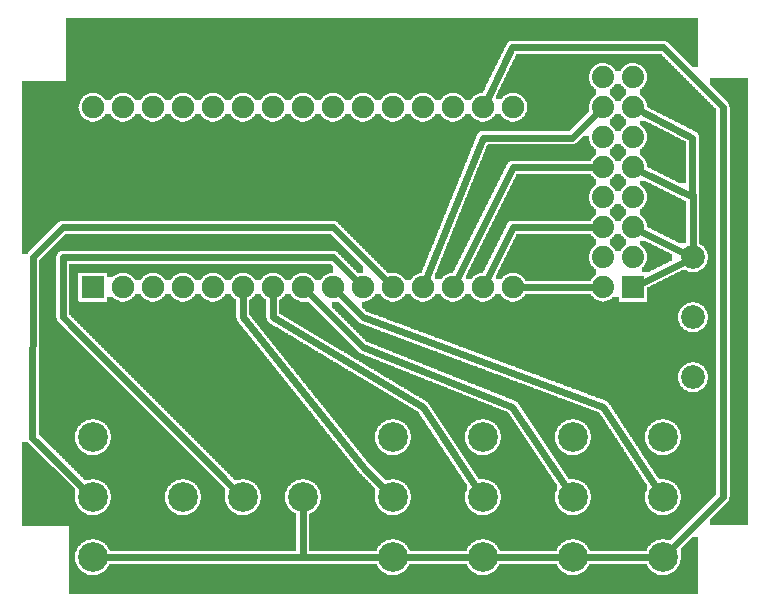
<source format=gtl>
G04 MADE WITH FRITZING*
G04 WWW.FRITZING.ORG*
G04 DOUBLE SIDED*
G04 HOLES PLATED*
G04 CONTOUR ON CENTER OF CONTOUR VECTOR*
%ASAXBY*%
%FSLAX23Y23*%
%MOIN*%
%OFA0B0*%
%SFA1.0B1.0*%
%ADD10C,0.075000*%
%ADD11C,0.099055*%
%ADD12C,0.079370*%
%ADD13C,0.074000*%
%ADD14R,0.075000X0.075000*%
%ADD15R,0.074000X0.074000*%
%ADD16C,0.024000*%
%LNCOPPER1*%
G90*
G70*
G54D10*
X2178Y1531D03*
X1709Y1365D03*
X2178Y1331D03*
X1725Y1177D03*
X266Y1816D03*
X276Y1062D03*
X276Y1662D03*
X376Y1062D03*
X376Y1662D03*
X476Y1062D03*
X476Y1662D03*
X576Y1062D03*
X576Y1662D03*
X676Y1062D03*
X676Y1662D03*
X776Y1062D03*
X776Y1662D03*
X876Y1062D03*
X876Y1662D03*
X976Y1062D03*
X976Y1662D03*
X1076Y1062D03*
X1076Y1662D03*
X1176Y1062D03*
X1176Y1662D03*
X1276Y1062D03*
X1276Y1662D03*
X1376Y1062D03*
X1376Y1662D03*
X1476Y1062D03*
X1476Y1662D03*
X1576Y1062D03*
X1576Y1662D03*
X1676Y1062D03*
X1676Y1662D03*
G54D11*
X276Y562D03*
X276Y362D03*
X276Y162D03*
X976Y362D03*
X776Y362D03*
X576Y362D03*
X1276Y562D03*
X1276Y362D03*
X1276Y162D03*
X1576Y562D03*
X1576Y362D03*
X1576Y162D03*
X1876Y562D03*
X1876Y362D03*
X1876Y162D03*
X2176Y562D03*
X2176Y362D03*
X2176Y162D03*
G54D12*
X2276Y1162D03*
X2276Y962D03*
X2276Y762D03*
G54D13*
X1976Y1062D03*
X1976Y1162D03*
X1976Y1262D03*
X1976Y1362D03*
X1976Y1462D03*
X1976Y1562D03*
X1976Y1662D03*
X1976Y1762D03*
X2076Y1062D03*
X2076Y1162D03*
X2076Y1262D03*
X2076Y1362D03*
X2076Y1462D03*
X2076Y1562D03*
X2076Y1662D03*
X2076Y1762D03*
G54D14*
X276Y1062D03*
G54D15*
X2076Y1062D03*
G54D16*
X2377Y363D02*
X2377Y1662D01*
D02*
X2377Y1662D02*
X2178Y1862D01*
D02*
X2178Y1862D02*
X1675Y1862D01*
D02*
X1675Y1862D02*
X1589Y1687D01*
D02*
X2205Y191D02*
X2377Y363D01*
D02*
X2176Y163D02*
X2377Y363D01*
D02*
X2377Y1662D02*
X2178Y1862D01*
D02*
X2377Y363D02*
X2377Y1662D01*
D02*
X1917Y162D02*
X2176Y163D01*
D02*
X2178Y1862D02*
X1675Y1862D01*
D02*
X1675Y1862D02*
X1589Y1687D01*
D02*
X2176Y163D02*
X2377Y363D01*
D02*
X2377Y1662D02*
X2178Y1862D01*
D02*
X2377Y363D02*
X2377Y1662D01*
D02*
X1617Y162D02*
X2176Y163D01*
D02*
X2178Y1862D02*
X1675Y1862D01*
D02*
X1675Y1862D02*
X1589Y1687D01*
D02*
X2178Y1862D02*
X1675Y1862D01*
D02*
X1675Y1862D02*
X1589Y1687D01*
D02*
X1317Y162D02*
X2176Y163D01*
D02*
X2377Y1662D02*
X2178Y1862D01*
D02*
X2377Y363D02*
X2377Y1662D01*
D02*
X2176Y163D02*
X2377Y363D01*
D02*
X2377Y1662D02*
X2178Y1862D01*
D02*
X2176Y163D02*
X2377Y363D01*
D02*
X977Y163D02*
X2176Y163D01*
D02*
X2377Y363D02*
X2377Y1662D01*
D02*
X1675Y1862D02*
X1589Y1687D01*
D02*
X977Y321D02*
X977Y163D01*
D02*
X2178Y1862D02*
X1675Y1862D01*
D02*
X1675Y1862D02*
X1589Y1687D01*
D02*
X2377Y1662D02*
X2178Y1862D01*
D02*
X2178Y1862D02*
X1675Y1862D01*
D02*
X317Y162D02*
X2176Y163D01*
D02*
X2377Y363D02*
X2377Y1662D01*
D02*
X2176Y163D02*
X2377Y363D01*
D02*
X1951Y1062D02*
X1699Y1062D01*
D02*
X1951Y1262D02*
X1677Y1263D01*
D02*
X1677Y1263D02*
X1587Y1082D01*
D02*
X1951Y1462D02*
X1677Y1462D01*
D02*
X1677Y1462D02*
X1487Y1082D01*
D02*
X76Y1162D02*
X176Y1262D01*
D02*
X75Y561D02*
X76Y1162D01*
D02*
X248Y390D02*
X75Y561D01*
D02*
X176Y1262D02*
X1077Y1262D01*
D02*
X1077Y1262D02*
X1256Y1082D01*
D02*
X176Y962D02*
X748Y391D01*
D02*
X176Y1162D02*
X176Y962D01*
D02*
X1156Y1082D02*
X1077Y1162D01*
D02*
X1077Y1162D02*
X176Y1162D01*
D02*
X1177Y962D02*
X1097Y1042D01*
D02*
X1978Y663D02*
X1177Y962D01*
D02*
X2154Y396D02*
X1978Y663D01*
D02*
X1177Y862D02*
X997Y1042D01*
D02*
X1675Y663D02*
X1177Y862D01*
D02*
X1854Y396D02*
X1675Y663D01*
D02*
X877Y962D02*
X876Y1033D01*
D02*
X1376Y663D02*
X877Y962D01*
D02*
X1554Y396D02*
X1376Y663D01*
D02*
X777Y962D02*
X776Y1033D01*
D02*
X1178Y462D02*
X777Y962D01*
D02*
X1248Y391D02*
X1178Y462D01*
D02*
X2099Y1073D02*
X2254Y1151D01*
D02*
X2099Y1250D02*
X2254Y1173D01*
D02*
X2276Y1362D02*
X2276Y1187D01*
D02*
X2099Y1450D02*
X2276Y1362D01*
D02*
X1958Y1644D02*
X1875Y1561D01*
D02*
X1875Y1561D02*
X1577Y1561D01*
D02*
X1577Y1561D02*
X1385Y1083D01*
D02*
X2276Y1193D02*
X2275Y1561D01*
D02*
X2275Y1561D02*
X2104Y1648D01*
G36*
X2332Y1758D02*
X2332Y1738D01*
X2334Y1738D01*
X2334Y1736D01*
X2336Y1736D01*
X2336Y1734D01*
X2338Y1734D01*
X2338Y1732D01*
X2340Y1732D01*
X2340Y1730D01*
X2342Y1730D01*
X2342Y1728D01*
X2344Y1728D01*
X2344Y1726D01*
X2346Y1726D01*
X2346Y1724D01*
X2348Y1724D01*
X2348Y1722D01*
X2350Y1722D01*
X2350Y1720D01*
X2352Y1720D01*
X2352Y1718D01*
X2354Y1718D01*
X2354Y1716D01*
X2356Y1716D01*
X2356Y1714D01*
X2358Y1714D01*
X2358Y1712D01*
X2360Y1712D01*
X2360Y1710D01*
X2362Y1710D01*
X2362Y1708D01*
X2364Y1708D01*
X2364Y1706D01*
X2366Y1706D01*
X2366Y1704D01*
X2368Y1704D01*
X2368Y1702D01*
X2370Y1702D01*
X2370Y1700D01*
X2372Y1700D01*
X2372Y1698D01*
X2374Y1698D01*
X2374Y1696D01*
X2376Y1696D01*
X2376Y1694D01*
X2378Y1694D01*
X2378Y1692D01*
X2380Y1692D01*
X2380Y1690D01*
X2382Y1690D01*
X2382Y1688D01*
X2384Y1688D01*
X2384Y1686D01*
X2386Y1686D01*
X2386Y1684D01*
X2388Y1684D01*
X2388Y1682D01*
X2390Y1682D01*
X2390Y1680D01*
X2392Y1680D01*
X2392Y1678D01*
X2394Y1678D01*
X2394Y1674D01*
X2396Y1674D01*
X2396Y1672D01*
X2398Y1672D01*
X2398Y1662D01*
X2400Y1662D01*
X2400Y364D01*
X2398Y364D01*
X2398Y354D01*
X2396Y354D01*
X2396Y350D01*
X2394Y350D01*
X2394Y348D01*
X2392Y348D01*
X2392Y346D01*
X2390Y346D01*
X2390Y344D01*
X2388Y344D01*
X2388Y342D01*
X2386Y342D01*
X2386Y340D01*
X2384Y340D01*
X2384Y338D01*
X2382Y338D01*
X2382Y336D01*
X2380Y336D01*
X2380Y334D01*
X2378Y334D01*
X2378Y332D01*
X2376Y332D01*
X2376Y330D01*
X2374Y330D01*
X2374Y328D01*
X2372Y328D01*
X2372Y326D01*
X2370Y326D01*
X2370Y324D01*
X2368Y324D01*
X2368Y322D01*
X2366Y322D01*
X2366Y320D01*
X2364Y320D01*
X2364Y318D01*
X2362Y318D01*
X2362Y316D01*
X2360Y316D01*
X2360Y314D01*
X2358Y314D01*
X2358Y312D01*
X2356Y312D01*
X2356Y310D01*
X2354Y310D01*
X2354Y308D01*
X2352Y308D01*
X2352Y306D01*
X2350Y306D01*
X2350Y304D01*
X2348Y304D01*
X2348Y302D01*
X2346Y302D01*
X2346Y300D01*
X2344Y300D01*
X2344Y298D01*
X2342Y298D01*
X2342Y296D01*
X2340Y296D01*
X2340Y294D01*
X2338Y294D01*
X2338Y292D01*
X2336Y292D01*
X2336Y290D01*
X2334Y290D01*
X2334Y288D01*
X2332Y288D01*
X2332Y268D01*
X2460Y268D01*
X2460Y1758D01*
X2332Y1758D01*
G37*
D02*
G36*
X2016Y1738D02*
X2016Y1736D01*
X2014Y1736D01*
X2014Y1732D01*
X2012Y1732D01*
X2012Y1730D01*
X2010Y1730D01*
X2010Y1728D01*
X2008Y1728D01*
X2008Y1726D01*
X2006Y1726D01*
X2006Y1724D01*
X2002Y1724D01*
X2002Y1722D01*
X2000Y1722D01*
X2000Y1702D01*
X2002Y1702D01*
X2002Y1700D01*
X2004Y1700D01*
X2004Y1698D01*
X2008Y1698D01*
X2008Y1696D01*
X2010Y1696D01*
X2010Y1694D01*
X2012Y1694D01*
X2012Y1690D01*
X2014Y1690D01*
X2014Y1688D01*
X2016Y1688D01*
X2016Y1684D01*
X2036Y1684D01*
X2036Y1688D01*
X2038Y1688D01*
X2038Y1690D01*
X2040Y1690D01*
X2040Y1692D01*
X2042Y1692D01*
X2042Y1694D01*
X2044Y1694D01*
X2044Y1696D01*
X2046Y1696D01*
X2046Y1698D01*
X2048Y1698D01*
X2048Y1700D01*
X2050Y1700D01*
X2050Y1702D01*
X2054Y1702D01*
X2054Y1722D01*
X2050Y1722D01*
X2050Y1724D01*
X2048Y1724D01*
X2048Y1726D01*
X2046Y1726D01*
X2046Y1728D01*
X2042Y1728D01*
X2042Y1732D01*
X2040Y1732D01*
X2040Y1734D01*
X2038Y1734D01*
X2038Y1736D01*
X2036Y1736D01*
X2036Y1738D01*
X2016Y1738D01*
G37*
D02*
G36*
X2016Y1638D02*
X2016Y1636D01*
X2014Y1636D01*
X2014Y1632D01*
X2012Y1632D01*
X2012Y1630D01*
X2010Y1630D01*
X2010Y1628D01*
X2008Y1628D01*
X2008Y1626D01*
X2006Y1626D01*
X2006Y1624D01*
X2002Y1624D01*
X2002Y1622D01*
X2000Y1622D01*
X2000Y1602D01*
X2002Y1602D01*
X2002Y1600D01*
X2004Y1600D01*
X2004Y1598D01*
X2008Y1598D01*
X2008Y1596D01*
X2010Y1596D01*
X2010Y1594D01*
X2012Y1594D01*
X2012Y1590D01*
X2014Y1590D01*
X2014Y1588D01*
X2016Y1588D01*
X2016Y1584D01*
X2036Y1584D01*
X2036Y1588D01*
X2038Y1588D01*
X2038Y1590D01*
X2040Y1590D01*
X2040Y1592D01*
X2042Y1592D01*
X2042Y1594D01*
X2044Y1594D01*
X2044Y1596D01*
X2046Y1596D01*
X2046Y1598D01*
X2048Y1598D01*
X2048Y1600D01*
X2050Y1600D01*
X2050Y1602D01*
X2054Y1602D01*
X2054Y1622D01*
X2050Y1622D01*
X2050Y1624D01*
X2048Y1624D01*
X2048Y1626D01*
X2046Y1626D01*
X2046Y1628D01*
X2042Y1628D01*
X2042Y1632D01*
X2040Y1632D01*
X2040Y1634D01*
X2038Y1634D01*
X2038Y1636D01*
X2036Y1636D01*
X2036Y1638D01*
X2016Y1638D01*
G37*
D02*
G36*
X2100Y1616D02*
X2100Y1602D01*
X2102Y1602D01*
X2102Y1600D01*
X2104Y1600D01*
X2104Y1598D01*
X2108Y1598D01*
X2108Y1596D01*
X2110Y1596D01*
X2110Y1594D01*
X2112Y1594D01*
X2112Y1590D01*
X2114Y1590D01*
X2114Y1588D01*
X2116Y1588D01*
X2116Y1584D01*
X2118Y1584D01*
X2118Y1582D01*
X2120Y1582D01*
X2120Y1576D01*
X2122Y1576D01*
X2122Y1568D01*
X2124Y1568D01*
X2124Y1556D01*
X2122Y1556D01*
X2122Y1548D01*
X2120Y1548D01*
X2120Y1542D01*
X2118Y1542D01*
X2118Y1538D01*
X2116Y1538D01*
X2116Y1536D01*
X2114Y1536D01*
X2114Y1532D01*
X2112Y1532D01*
X2112Y1530D01*
X2110Y1530D01*
X2110Y1528D01*
X2108Y1528D01*
X2108Y1526D01*
X2106Y1526D01*
X2106Y1524D01*
X2102Y1524D01*
X2102Y1522D01*
X2100Y1522D01*
X2100Y1502D01*
X2102Y1502D01*
X2102Y1500D01*
X2104Y1500D01*
X2104Y1498D01*
X2108Y1498D01*
X2108Y1496D01*
X2110Y1496D01*
X2110Y1494D01*
X2112Y1494D01*
X2112Y1490D01*
X2114Y1490D01*
X2114Y1488D01*
X2116Y1488D01*
X2116Y1484D01*
X2118Y1484D01*
X2118Y1482D01*
X2120Y1482D01*
X2120Y1476D01*
X2122Y1476D01*
X2122Y1468D01*
X2124Y1468D01*
X2124Y1462D01*
X2128Y1462D01*
X2128Y1460D01*
X2132Y1460D01*
X2132Y1458D01*
X2136Y1458D01*
X2136Y1456D01*
X2140Y1456D01*
X2140Y1454D01*
X2144Y1454D01*
X2144Y1452D01*
X2148Y1452D01*
X2148Y1450D01*
X2152Y1450D01*
X2152Y1448D01*
X2156Y1448D01*
X2156Y1446D01*
X2160Y1446D01*
X2160Y1444D01*
X2164Y1444D01*
X2164Y1442D01*
X2168Y1442D01*
X2168Y1440D01*
X2172Y1440D01*
X2172Y1438D01*
X2176Y1438D01*
X2176Y1436D01*
X2180Y1436D01*
X2180Y1434D01*
X2184Y1434D01*
X2184Y1432D01*
X2188Y1432D01*
X2188Y1430D01*
X2192Y1430D01*
X2192Y1428D01*
X2196Y1428D01*
X2196Y1426D01*
X2200Y1426D01*
X2200Y1424D01*
X2204Y1424D01*
X2204Y1422D01*
X2208Y1422D01*
X2208Y1420D01*
X2212Y1420D01*
X2212Y1418D01*
X2216Y1418D01*
X2216Y1416D01*
X2220Y1416D01*
X2220Y1414D01*
X2224Y1414D01*
X2224Y1412D01*
X2228Y1412D01*
X2228Y1410D01*
X2232Y1410D01*
X2232Y1408D01*
X2254Y1408D01*
X2254Y1548D01*
X2250Y1548D01*
X2250Y1550D01*
X2246Y1550D01*
X2246Y1552D01*
X2242Y1552D01*
X2242Y1554D01*
X2238Y1554D01*
X2238Y1556D01*
X2234Y1556D01*
X2234Y1558D01*
X2230Y1558D01*
X2230Y1560D01*
X2226Y1560D01*
X2226Y1562D01*
X2222Y1562D01*
X2222Y1564D01*
X2218Y1564D01*
X2218Y1566D01*
X2214Y1566D01*
X2214Y1568D01*
X2210Y1568D01*
X2210Y1570D01*
X2206Y1570D01*
X2206Y1572D01*
X2202Y1572D01*
X2202Y1574D01*
X2200Y1574D01*
X2200Y1576D01*
X2196Y1576D01*
X2196Y1578D01*
X2192Y1578D01*
X2192Y1580D01*
X2188Y1580D01*
X2188Y1582D01*
X2184Y1582D01*
X2184Y1584D01*
X2180Y1584D01*
X2180Y1586D01*
X2176Y1586D01*
X2176Y1588D01*
X2172Y1588D01*
X2172Y1590D01*
X2168Y1590D01*
X2168Y1592D01*
X2164Y1592D01*
X2164Y1594D01*
X2160Y1594D01*
X2160Y1596D01*
X2156Y1596D01*
X2156Y1598D01*
X2152Y1598D01*
X2152Y1600D01*
X2148Y1600D01*
X2148Y1602D01*
X2144Y1602D01*
X2144Y1604D01*
X2140Y1604D01*
X2140Y1606D01*
X2136Y1606D01*
X2136Y1608D01*
X2132Y1608D01*
X2132Y1610D01*
X2128Y1610D01*
X2128Y1612D01*
X2124Y1612D01*
X2124Y1614D01*
X2120Y1614D01*
X2120Y1616D01*
X2100Y1616D01*
G37*
D02*
G36*
X1910Y1566D02*
X1910Y1564D01*
X1908Y1564D01*
X1908Y1562D01*
X1906Y1562D01*
X1906Y1560D01*
X1904Y1560D01*
X1904Y1558D01*
X1902Y1558D01*
X1902Y1556D01*
X1900Y1556D01*
X1900Y1554D01*
X1898Y1554D01*
X1898Y1552D01*
X1896Y1552D01*
X1896Y1550D01*
X1894Y1550D01*
X1894Y1548D01*
X1892Y1548D01*
X1892Y1546D01*
X1890Y1546D01*
X1890Y1544D01*
X1888Y1544D01*
X1888Y1542D01*
X1884Y1542D01*
X1884Y1540D01*
X1592Y1540D01*
X1592Y1536D01*
X1590Y1536D01*
X1590Y1532D01*
X1588Y1532D01*
X1588Y1526D01*
X1586Y1526D01*
X1586Y1522D01*
X1584Y1522D01*
X1584Y1516D01*
X1582Y1516D01*
X1582Y1512D01*
X1580Y1512D01*
X1580Y1506D01*
X1578Y1506D01*
X1578Y1502D01*
X1576Y1502D01*
X1576Y1496D01*
X1574Y1496D01*
X1574Y1492D01*
X1572Y1492D01*
X1572Y1486D01*
X1570Y1486D01*
X1570Y1482D01*
X1568Y1482D01*
X1568Y1478D01*
X1566Y1478D01*
X1566Y1472D01*
X1564Y1472D01*
X1564Y1468D01*
X1562Y1468D01*
X1562Y1462D01*
X1560Y1462D01*
X1560Y1458D01*
X1558Y1458D01*
X1558Y1452D01*
X1556Y1452D01*
X1556Y1448D01*
X1554Y1448D01*
X1554Y1442D01*
X1552Y1442D01*
X1552Y1438D01*
X1550Y1438D01*
X1550Y1432D01*
X1548Y1432D01*
X1548Y1428D01*
X1546Y1428D01*
X1546Y1422D01*
X1544Y1422D01*
X1544Y1418D01*
X1542Y1418D01*
X1542Y1412D01*
X1540Y1412D01*
X1540Y1408D01*
X1538Y1408D01*
X1538Y1402D01*
X1536Y1402D01*
X1536Y1398D01*
X1534Y1398D01*
X1534Y1392D01*
X1532Y1392D01*
X1532Y1388D01*
X1530Y1388D01*
X1530Y1382D01*
X1528Y1382D01*
X1528Y1378D01*
X1526Y1378D01*
X1526Y1372D01*
X1524Y1372D01*
X1524Y1368D01*
X1522Y1368D01*
X1522Y1362D01*
X1520Y1362D01*
X1520Y1358D01*
X1518Y1358D01*
X1518Y1352D01*
X1516Y1352D01*
X1516Y1348D01*
X1514Y1348D01*
X1514Y1342D01*
X1512Y1342D01*
X1512Y1338D01*
X1510Y1338D01*
X1510Y1332D01*
X1508Y1332D01*
X1508Y1328D01*
X1506Y1328D01*
X1506Y1322D01*
X1504Y1322D01*
X1504Y1318D01*
X1502Y1318D01*
X1502Y1312D01*
X1500Y1312D01*
X1500Y1308D01*
X1498Y1308D01*
X1498Y1302D01*
X1496Y1302D01*
X1496Y1298D01*
X1494Y1298D01*
X1494Y1292D01*
X1492Y1292D01*
X1492Y1288D01*
X1490Y1288D01*
X1490Y1282D01*
X1488Y1282D01*
X1488Y1278D01*
X1486Y1278D01*
X1486Y1272D01*
X1484Y1272D01*
X1484Y1268D01*
X1482Y1268D01*
X1482Y1262D01*
X1480Y1262D01*
X1480Y1258D01*
X1478Y1258D01*
X1478Y1254D01*
X1476Y1254D01*
X1476Y1248D01*
X1474Y1248D01*
X1474Y1244D01*
X1472Y1244D01*
X1472Y1238D01*
X1470Y1238D01*
X1470Y1234D01*
X1468Y1234D01*
X1468Y1228D01*
X1466Y1228D01*
X1466Y1224D01*
X1464Y1224D01*
X1464Y1218D01*
X1462Y1218D01*
X1462Y1214D01*
X1460Y1214D01*
X1460Y1208D01*
X1458Y1208D01*
X1458Y1204D01*
X1456Y1204D01*
X1456Y1198D01*
X1454Y1198D01*
X1454Y1194D01*
X1452Y1194D01*
X1452Y1188D01*
X1450Y1188D01*
X1450Y1184D01*
X1448Y1184D01*
X1448Y1178D01*
X1446Y1178D01*
X1446Y1174D01*
X1444Y1174D01*
X1444Y1168D01*
X1442Y1168D01*
X1442Y1164D01*
X1440Y1164D01*
X1440Y1158D01*
X1438Y1158D01*
X1438Y1154D01*
X1436Y1154D01*
X1436Y1148D01*
X1434Y1148D01*
X1434Y1144D01*
X1432Y1144D01*
X1432Y1138D01*
X1430Y1138D01*
X1430Y1134D01*
X1428Y1134D01*
X1428Y1128D01*
X1426Y1128D01*
X1426Y1124D01*
X1424Y1124D01*
X1424Y1118D01*
X1422Y1118D01*
X1422Y1114D01*
X1420Y1114D01*
X1420Y1108D01*
X1418Y1108D01*
X1418Y1088D01*
X1438Y1088D01*
X1438Y1090D01*
X1440Y1090D01*
X1440Y1094D01*
X1442Y1094D01*
X1442Y1096D01*
X1444Y1096D01*
X1444Y1098D01*
X1448Y1098D01*
X1448Y1100D01*
X1450Y1100D01*
X1450Y1102D01*
X1454Y1102D01*
X1454Y1104D01*
X1456Y1104D01*
X1456Y1106D01*
X1462Y1106D01*
X1462Y1108D01*
X1472Y1108D01*
X1472Y1110D01*
X1476Y1110D01*
X1476Y1112D01*
X1478Y1112D01*
X1478Y1116D01*
X1480Y1116D01*
X1480Y1120D01*
X1482Y1120D01*
X1482Y1124D01*
X1484Y1124D01*
X1484Y1128D01*
X1486Y1128D01*
X1486Y1132D01*
X1488Y1132D01*
X1488Y1136D01*
X1490Y1136D01*
X1490Y1140D01*
X1492Y1140D01*
X1492Y1144D01*
X1494Y1144D01*
X1494Y1148D01*
X1496Y1148D01*
X1496Y1152D01*
X1498Y1152D01*
X1498Y1156D01*
X1500Y1156D01*
X1500Y1160D01*
X1502Y1160D01*
X1502Y1164D01*
X1504Y1164D01*
X1504Y1168D01*
X1506Y1168D01*
X1506Y1172D01*
X1508Y1172D01*
X1508Y1176D01*
X1510Y1176D01*
X1510Y1180D01*
X1512Y1180D01*
X1512Y1184D01*
X1514Y1184D01*
X1514Y1188D01*
X1516Y1188D01*
X1516Y1192D01*
X1518Y1192D01*
X1518Y1196D01*
X1520Y1196D01*
X1520Y1200D01*
X1522Y1200D01*
X1522Y1204D01*
X1524Y1204D01*
X1524Y1208D01*
X1526Y1208D01*
X1526Y1212D01*
X1528Y1212D01*
X1528Y1216D01*
X1530Y1216D01*
X1530Y1220D01*
X1532Y1220D01*
X1532Y1224D01*
X1534Y1224D01*
X1534Y1228D01*
X1536Y1228D01*
X1536Y1232D01*
X1538Y1232D01*
X1538Y1236D01*
X1540Y1236D01*
X1540Y1240D01*
X1542Y1240D01*
X1542Y1244D01*
X1544Y1244D01*
X1544Y1248D01*
X1546Y1248D01*
X1546Y1252D01*
X1548Y1252D01*
X1548Y1256D01*
X1550Y1256D01*
X1550Y1260D01*
X1552Y1260D01*
X1552Y1264D01*
X1554Y1264D01*
X1554Y1268D01*
X1556Y1268D01*
X1556Y1272D01*
X1558Y1272D01*
X1558Y1276D01*
X1560Y1276D01*
X1560Y1280D01*
X1562Y1280D01*
X1562Y1284D01*
X1564Y1284D01*
X1564Y1288D01*
X1566Y1288D01*
X1566Y1292D01*
X1568Y1292D01*
X1568Y1296D01*
X1570Y1296D01*
X1570Y1300D01*
X1572Y1300D01*
X1572Y1304D01*
X1574Y1304D01*
X1574Y1308D01*
X1576Y1308D01*
X1576Y1312D01*
X1578Y1312D01*
X1578Y1316D01*
X1580Y1316D01*
X1580Y1320D01*
X1582Y1320D01*
X1582Y1324D01*
X1584Y1324D01*
X1584Y1328D01*
X1586Y1328D01*
X1586Y1332D01*
X1588Y1332D01*
X1588Y1336D01*
X1590Y1336D01*
X1590Y1340D01*
X1592Y1340D01*
X1592Y1344D01*
X1594Y1344D01*
X1594Y1348D01*
X1596Y1348D01*
X1596Y1352D01*
X1598Y1352D01*
X1598Y1356D01*
X1600Y1356D01*
X1600Y1360D01*
X1602Y1360D01*
X1602Y1364D01*
X1604Y1364D01*
X1604Y1368D01*
X1606Y1368D01*
X1606Y1372D01*
X1608Y1372D01*
X1608Y1376D01*
X1610Y1376D01*
X1610Y1380D01*
X1612Y1380D01*
X1612Y1384D01*
X1614Y1384D01*
X1614Y1388D01*
X1616Y1388D01*
X1616Y1392D01*
X1618Y1392D01*
X1618Y1396D01*
X1620Y1396D01*
X1620Y1400D01*
X1622Y1400D01*
X1622Y1404D01*
X1624Y1404D01*
X1624Y1408D01*
X1626Y1408D01*
X1626Y1412D01*
X1628Y1412D01*
X1628Y1416D01*
X1630Y1416D01*
X1630Y1420D01*
X1632Y1420D01*
X1632Y1424D01*
X1634Y1424D01*
X1634Y1428D01*
X1636Y1428D01*
X1636Y1432D01*
X1638Y1432D01*
X1638Y1436D01*
X1640Y1436D01*
X1640Y1440D01*
X1642Y1440D01*
X1642Y1444D01*
X1644Y1444D01*
X1644Y1448D01*
X1646Y1448D01*
X1646Y1452D01*
X1648Y1452D01*
X1648Y1456D01*
X1650Y1456D01*
X1650Y1460D01*
X1652Y1460D01*
X1652Y1464D01*
X1654Y1464D01*
X1654Y1468D01*
X1656Y1468D01*
X1656Y1472D01*
X1658Y1472D01*
X1658Y1474D01*
X1660Y1474D01*
X1660Y1478D01*
X1662Y1478D01*
X1662Y1480D01*
X1666Y1480D01*
X1666Y1482D01*
X1672Y1482D01*
X1672Y1484D01*
X1936Y1484D01*
X1936Y1488D01*
X1938Y1488D01*
X1938Y1490D01*
X1940Y1490D01*
X1940Y1492D01*
X1942Y1492D01*
X1942Y1494D01*
X1944Y1494D01*
X1944Y1496D01*
X1946Y1496D01*
X1946Y1498D01*
X1948Y1498D01*
X1948Y1500D01*
X1950Y1500D01*
X1950Y1502D01*
X1954Y1502D01*
X1954Y1522D01*
X1950Y1522D01*
X1950Y1524D01*
X1948Y1524D01*
X1948Y1526D01*
X1946Y1526D01*
X1946Y1528D01*
X1942Y1528D01*
X1942Y1532D01*
X1940Y1532D01*
X1940Y1534D01*
X1938Y1534D01*
X1938Y1536D01*
X1936Y1536D01*
X1936Y1540D01*
X1934Y1540D01*
X1934Y1544D01*
X1932Y1544D01*
X1932Y1550D01*
X1930Y1550D01*
X1930Y1566D01*
X1910Y1566D01*
G37*
D02*
G36*
X2016Y1538D02*
X2016Y1536D01*
X2014Y1536D01*
X2014Y1532D01*
X2012Y1532D01*
X2012Y1530D01*
X2010Y1530D01*
X2010Y1528D01*
X2008Y1528D01*
X2008Y1526D01*
X2006Y1526D01*
X2006Y1524D01*
X2002Y1524D01*
X2002Y1522D01*
X2000Y1522D01*
X2000Y1502D01*
X2002Y1502D01*
X2002Y1500D01*
X2004Y1500D01*
X2004Y1498D01*
X2008Y1498D01*
X2008Y1496D01*
X2010Y1496D01*
X2010Y1494D01*
X2012Y1494D01*
X2012Y1490D01*
X2014Y1490D01*
X2014Y1488D01*
X2016Y1488D01*
X2016Y1484D01*
X2036Y1484D01*
X2036Y1488D01*
X2038Y1488D01*
X2038Y1490D01*
X2040Y1490D01*
X2040Y1492D01*
X2042Y1492D01*
X2042Y1494D01*
X2044Y1494D01*
X2044Y1496D01*
X2046Y1496D01*
X2046Y1498D01*
X2048Y1498D01*
X2048Y1500D01*
X2050Y1500D01*
X2050Y1502D01*
X2054Y1502D01*
X2054Y1522D01*
X2050Y1522D01*
X2050Y1524D01*
X2048Y1524D01*
X2048Y1526D01*
X2046Y1526D01*
X2046Y1528D01*
X2042Y1528D01*
X2042Y1532D01*
X2040Y1532D01*
X2040Y1534D01*
X2038Y1534D01*
X2038Y1536D01*
X2036Y1536D01*
X2036Y1538D01*
X2016Y1538D01*
G37*
D02*
G36*
X1690Y1440D02*
X1690Y1438D01*
X1688Y1438D01*
X1688Y1434D01*
X1686Y1434D01*
X1686Y1430D01*
X1684Y1430D01*
X1684Y1426D01*
X1682Y1426D01*
X1682Y1422D01*
X1680Y1422D01*
X1680Y1418D01*
X1678Y1418D01*
X1678Y1414D01*
X1676Y1414D01*
X1676Y1410D01*
X1674Y1410D01*
X1674Y1406D01*
X1672Y1406D01*
X1672Y1402D01*
X1670Y1402D01*
X1670Y1398D01*
X1668Y1398D01*
X1668Y1394D01*
X1666Y1394D01*
X1666Y1390D01*
X1664Y1390D01*
X1664Y1386D01*
X1662Y1386D01*
X1662Y1382D01*
X1660Y1382D01*
X1660Y1378D01*
X1658Y1378D01*
X1658Y1374D01*
X1656Y1374D01*
X1656Y1370D01*
X1654Y1370D01*
X1654Y1366D01*
X1652Y1366D01*
X1652Y1362D01*
X1650Y1362D01*
X1650Y1358D01*
X1648Y1358D01*
X1648Y1354D01*
X1646Y1354D01*
X1646Y1350D01*
X1644Y1350D01*
X1644Y1346D01*
X1642Y1346D01*
X1642Y1342D01*
X1640Y1342D01*
X1640Y1338D01*
X1638Y1338D01*
X1638Y1334D01*
X1636Y1334D01*
X1636Y1330D01*
X1634Y1330D01*
X1634Y1326D01*
X1632Y1326D01*
X1632Y1322D01*
X1630Y1322D01*
X1630Y1318D01*
X1628Y1318D01*
X1628Y1314D01*
X1626Y1314D01*
X1626Y1310D01*
X1624Y1310D01*
X1624Y1306D01*
X1622Y1306D01*
X1622Y1302D01*
X1620Y1302D01*
X1620Y1298D01*
X1618Y1298D01*
X1618Y1294D01*
X1616Y1294D01*
X1616Y1290D01*
X1614Y1290D01*
X1614Y1286D01*
X1612Y1286D01*
X1612Y1282D01*
X1610Y1282D01*
X1610Y1278D01*
X1608Y1278D01*
X1608Y1274D01*
X1606Y1274D01*
X1606Y1270D01*
X1604Y1270D01*
X1604Y1266D01*
X1602Y1266D01*
X1602Y1262D01*
X1600Y1262D01*
X1600Y1258D01*
X1598Y1258D01*
X1598Y1254D01*
X1596Y1254D01*
X1596Y1250D01*
X1594Y1250D01*
X1594Y1246D01*
X1592Y1246D01*
X1592Y1242D01*
X1590Y1242D01*
X1590Y1238D01*
X1588Y1238D01*
X1588Y1234D01*
X1586Y1234D01*
X1586Y1230D01*
X1584Y1230D01*
X1584Y1226D01*
X1582Y1226D01*
X1582Y1222D01*
X1580Y1222D01*
X1580Y1218D01*
X1578Y1218D01*
X1578Y1214D01*
X1576Y1214D01*
X1576Y1210D01*
X1574Y1210D01*
X1574Y1206D01*
X1572Y1206D01*
X1572Y1202D01*
X1570Y1202D01*
X1570Y1198D01*
X1568Y1198D01*
X1568Y1194D01*
X1566Y1194D01*
X1566Y1190D01*
X1564Y1190D01*
X1564Y1186D01*
X1562Y1186D01*
X1562Y1182D01*
X1560Y1182D01*
X1560Y1178D01*
X1558Y1178D01*
X1558Y1174D01*
X1556Y1174D01*
X1556Y1170D01*
X1554Y1170D01*
X1554Y1166D01*
X1552Y1166D01*
X1552Y1162D01*
X1550Y1162D01*
X1550Y1158D01*
X1548Y1158D01*
X1548Y1154D01*
X1546Y1154D01*
X1546Y1150D01*
X1544Y1150D01*
X1544Y1146D01*
X1542Y1146D01*
X1542Y1142D01*
X1540Y1142D01*
X1540Y1138D01*
X1538Y1138D01*
X1538Y1134D01*
X1536Y1134D01*
X1536Y1130D01*
X1534Y1130D01*
X1534Y1126D01*
X1532Y1126D01*
X1532Y1122D01*
X1530Y1122D01*
X1530Y1118D01*
X1528Y1118D01*
X1528Y1114D01*
X1526Y1114D01*
X1526Y1110D01*
X1524Y1110D01*
X1524Y1106D01*
X1522Y1106D01*
X1522Y1102D01*
X1520Y1102D01*
X1520Y1090D01*
X1540Y1090D01*
X1540Y1094D01*
X1542Y1094D01*
X1542Y1096D01*
X1544Y1096D01*
X1544Y1098D01*
X1548Y1098D01*
X1548Y1100D01*
X1550Y1100D01*
X1550Y1102D01*
X1554Y1102D01*
X1554Y1104D01*
X1556Y1104D01*
X1556Y1106D01*
X1562Y1106D01*
X1562Y1108D01*
X1572Y1108D01*
X1572Y1110D01*
X1576Y1110D01*
X1576Y1112D01*
X1578Y1112D01*
X1578Y1116D01*
X1580Y1116D01*
X1580Y1120D01*
X1582Y1120D01*
X1582Y1124D01*
X1584Y1124D01*
X1584Y1128D01*
X1586Y1128D01*
X1586Y1132D01*
X1588Y1132D01*
X1588Y1136D01*
X1590Y1136D01*
X1590Y1140D01*
X1592Y1140D01*
X1592Y1144D01*
X1594Y1144D01*
X1594Y1148D01*
X1596Y1148D01*
X1596Y1152D01*
X1598Y1152D01*
X1598Y1156D01*
X1600Y1156D01*
X1600Y1160D01*
X1602Y1160D01*
X1602Y1164D01*
X1604Y1164D01*
X1604Y1168D01*
X1606Y1168D01*
X1606Y1172D01*
X1608Y1172D01*
X1608Y1176D01*
X1610Y1176D01*
X1610Y1180D01*
X1612Y1180D01*
X1612Y1184D01*
X1614Y1184D01*
X1614Y1188D01*
X1616Y1188D01*
X1616Y1192D01*
X1618Y1192D01*
X1618Y1196D01*
X1620Y1196D01*
X1620Y1200D01*
X1622Y1200D01*
X1622Y1204D01*
X1624Y1204D01*
X1624Y1208D01*
X1626Y1208D01*
X1626Y1212D01*
X1628Y1212D01*
X1628Y1216D01*
X1630Y1216D01*
X1630Y1220D01*
X1632Y1220D01*
X1632Y1224D01*
X1634Y1224D01*
X1634Y1228D01*
X1636Y1228D01*
X1636Y1232D01*
X1638Y1232D01*
X1638Y1236D01*
X1640Y1236D01*
X1640Y1240D01*
X1642Y1240D01*
X1642Y1244D01*
X1644Y1244D01*
X1644Y1248D01*
X1646Y1248D01*
X1646Y1252D01*
X1648Y1252D01*
X1648Y1256D01*
X1650Y1256D01*
X1650Y1260D01*
X1652Y1260D01*
X1652Y1264D01*
X1654Y1264D01*
X1654Y1268D01*
X1656Y1268D01*
X1656Y1272D01*
X1658Y1272D01*
X1658Y1276D01*
X1660Y1276D01*
X1660Y1278D01*
X1662Y1278D01*
X1662Y1280D01*
X1664Y1280D01*
X1664Y1282D01*
X1668Y1282D01*
X1668Y1284D01*
X1936Y1284D01*
X1936Y1288D01*
X1938Y1288D01*
X1938Y1290D01*
X1940Y1290D01*
X1940Y1292D01*
X1942Y1292D01*
X1942Y1294D01*
X1944Y1294D01*
X1944Y1296D01*
X1946Y1296D01*
X1946Y1298D01*
X1948Y1298D01*
X1948Y1300D01*
X1950Y1300D01*
X1950Y1302D01*
X1954Y1302D01*
X1954Y1322D01*
X1950Y1322D01*
X1950Y1324D01*
X1948Y1324D01*
X1948Y1326D01*
X1946Y1326D01*
X1946Y1328D01*
X1942Y1328D01*
X1942Y1332D01*
X1940Y1332D01*
X1940Y1334D01*
X1938Y1334D01*
X1938Y1336D01*
X1936Y1336D01*
X1936Y1340D01*
X1934Y1340D01*
X1934Y1344D01*
X1932Y1344D01*
X1932Y1350D01*
X1930Y1350D01*
X1930Y1374D01*
X1932Y1374D01*
X1932Y1380D01*
X1934Y1380D01*
X1934Y1384D01*
X1936Y1384D01*
X1936Y1388D01*
X1938Y1388D01*
X1938Y1390D01*
X1940Y1390D01*
X1940Y1392D01*
X1942Y1392D01*
X1942Y1394D01*
X1944Y1394D01*
X1944Y1396D01*
X1946Y1396D01*
X1946Y1398D01*
X1948Y1398D01*
X1948Y1400D01*
X1950Y1400D01*
X1950Y1402D01*
X1954Y1402D01*
X1954Y1422D01*
X1950Y1422D01*
X1950Y1424D01*
X1948Y1424D01*
X1948Y1426D01*
X1946Y1426D01*
X1946Y1428D01*
X1942Y1428D01*
X1942Y1432D01*
X1940Y1432D01*
X1940Y1434D01*
X1938Y1434D01*
X1938Y1436D01*
X1936Y1436D01*
X1936Y1440D01*
X1690Y1440D01*
G37*
D02*
G36*
X2016Y1438D02*
X2016Y1436D01*
X2014Y1436D01*
X2014Y1432D01*
X2012Y1432D01*
X2012Y1430D01*
X2010Y1430D01*
X2010Y1428D01*
X2008Y1428D01*
X2008Y1426D01*
X2006Y1426D01*
X2006Y1424D01*
X2002Y1424D01*
X2002Y1422D01*
X2000Y1422D01*
X2000Y1402D01*
X2002Y1402D01*
X2002Y1400D01*
X2004Y1400D01*
X2004Y1398D01*
X2008Y1398D01*
X2008Y1396D01*
X2010Y1396D01*
X2010Y1394D01*
X2012Y1394D01*
X2012Y1390D01*
X2014Y1390D01*
X2014Y1388D01*
X2016Y1388D01*
X2016Y1384D01*
X2036Y1384D01*
X2036Y1388D01*
X2038Y1388D01*
X2038Y1390D01*
X2040Y1390D01*
X2040Y1392D01*
X2042Y1392D01*
X2042Y1394D01*
X2044Y1394D01*
X2044Y1396D01*
X2046Y1396D01*
X2046Y1398D01*
X2048Y1398D01*
X2048Y1400D01*
X2050Y1400D01*
X2050Y1402D01*
X2054Y1402D01*
X2054Y1422D01*
X2050Y1422D01*
X2050Y1424D01*
X2048Y1424D01*
X2048Y1426D01*
X2046Y1426D01*
X2046Y1428D01*
X2042Y1428D01*
X2042Y1432D01*
X2040Y1432D01*
X2040Y1434D01*
X2038Y1434D01*
X2038Y1436D01*
X2036Y1436D01*
X2036Y1438D01*
X2016Y1438D01*
G37*
D02*
G36*
X2100Y1416D02*
X2100Y1402D01*
X2102Y1402D01*
X2102Y1400D01*
X2104Y1400D01*
X2104Y1398D01*
X2108Y1398D01*
X2108Y1396D01*
X2110Y1396D01*
X2110Y1394D01*
X2112Y1394D01*
X2112Y1390D01*
X2114Y1390D01*
X2114Y1388D01*
X2116Y1388D01*
X2116Y1384D01*
X2118Y1384D01*
X2118Y1382D01*
X2120Y1382D01*
X2120Y1376D01*
X2122Y1376D01*
X2122Y1368D01*
X2124Y1368D01*
X2124Y1356D01*
X2122Y1356D01*
X2122Y1348D01*
X2120Y1348D01*
X2120Y1342D01*
X2118Y1342D01*
X2118Y1338D01*
X2116Y1338D01*
X2116Y1336D01*
X2114Y1336D01*
X2114Y1332D01*
X2112Y1332D01*
X2112Y1330D01*
X2110Y1330D01*
X2110Y1328D01*
X2108Y1328D01*
X2108Y1326D01*
X2106Y1326D01*
X2106Y1324D01*
X2102Y1324D01*
X2102Y1322D01*
X2100Y1322D01*
X2100Y1302D01*
X2102Y1302D01*
X2102Y1300D01*
X2104Y1300D01*
X2104Y1298D01*
X2108Y1298D01*
X2108Y1296D01*
X2110Y1296D01*
X2110Y1294D01*
X2112Y1294D01*
X2112Y1290D01*
X2114Y1290D01*
X2114Y1288D01*
X2116Y1288D01*
X2116Y1284D01*
X2118Y1284D01*
X2118Y1282D01*
X2120Y1282D01*
X2120Y1276D01*
X2122Y1276D01*
X2122Y1268D01*
X2124Y1268D01*
X2124Y1262D01*
X2128Y1262D01*
X2128Y1260D01*
X2132Y1260D01*
X2132Y1258D01*
X2136Y1258D01*
X2136Y1256D01*
X2140Y1256D01*
X2140Y1254D01*
X2144Y1254D01*
X2144Y1252D01*
X2148Y1252D01*
X2148Y1250D01*
X2152Y1250D01*
X2152Y1248D01*
X2156Y1248D01*
X2156Y1246D01*
X2160Y1246D01*
X2160Y1244D01*
X2164Y1244D01*
X2164Y1242D01*
X2168Y1242D01*
X2168Y1240D01*
X2172Y1240D01*
X2172Y1238D01*
X2176Y1238D01*
X2176Y1236D01*
X2180Y1236D01*
X2180Y1234D01*
X2184Y1234D01*
X2184Y1232D01*
X2188Y1232D01*
X2188Y1230D01*
X2192Y1230D01*
X2192Y1228D01*
X2196Y1228D01*
X2196Y1226D01*
X2200Y1226D01*
X2200Y1224D01*
X2204Y1224D01*
X2204Y1222D01*
X2208Y1222D01*
X2208Y1220D01*
X2212Y1220D01*
X2212Y1218D01*
X2216Y1218D01*
X2216Y1216D01*
X2220Y1216D01*
X2220Y1214D01*
X2224Y1214D01*
X2224Y1212D01*
X2228Y1212D01*
X2228Y1210D01*
X2232Y1210D01*
X2232Y1208D01*
X2254Y1208D01*
X2254Y1348D01*
X2252Y1348D01*
X2252Y1350D01*
X2248Y1350D01*
X2248Y1352D01*
X2244Y1352D01*
X2244Y1354D01*
X2240Y1354D01*
X2240Y1356D01*
X2236Y1356D01*
X2236Y1358D01*
X2232Y1358D01*
X2232Y1360D01*
X2228Y1360D01*
X2228Y1362D01*
X2224Y1362D01*
X2224Y1364D01*
X2220Y1364D01*
X2220Y1366D01*
X2216Y1366D01*
X2216Y1368D01*
X2212Y1368D01*
X2212Y1370D01*
X2208Y1370D01*
X2208Y1372D01*
X2204Y1372D01*
X2204Y1374D01*
X2200Y1374D01*
X2200Y1376D01*
X2196Y1376D01*
X2196Y1378D01*
X2192Y1378D01*
X2192Y1380D01*
X2188Y1380D01*
X2188Y1382D01*
X2184Y1382D01*
X2184Y1384D01*
X2180Y1384D01*
X2180Y1386D01*
X2176Y1386D01*
X2176Y1388D01*
X2172Y1388D01*
X2172Y1390D01*
X2168Y1390D01*
X2168Y1392D01*
X2164Y1392D01*
X2164Y1394D01*
X2160Y1394D01*
X2160Y1396D01*
X2156Y1396D01*
X2156Y1398D01*
X2152Y1398D01*
X2152Y1400D01*
X2148Y1400D01*
X2148Y1402D01*
X2144Y1402D01*
X2144Y1404D01*
X2140Y1404D01*
X2140Y1406D01*
X2136Y1406D01*
X2136Y1408D01*
X2132Y1408D01*
X2132Y1410D01*
X2128Y1410D01*
X2128Y1412D01*
X2124Y1412D01*
X2124Y1414D01*
X2120Y1414D01*
X2120Y1416D01*
X2100Y1416D01*
G37*
D02*
G36*
X2016Y1338D02*
X2016Y1336D01*
X2014Y1336D01*
X2014Y1332D01*
X2012Y1332D01*
X2012Y1330D01*
X2010Y1330D01*
X2010Y1328D01*
X2008Y1328D01*
X2008Y1326D01*
X2006Y1326D01*
X2006Y1324D01*
X2002Y1324D01*
X2002Y1322D01*
X2000Y1322D01*
X2000Y1302D01*
X2002Y1302D01*
X2002Y1300D01*
X2004Y1300D01*
X2004Y1298D01*
X2008Y1298D01*
X2008Y1296D01*
X2010Y1296D01*
X2010Y1294D01*
X2012Y1294D01*
X2012Y1290D01*
X2014Y1290D01*
X2014Y1288D01*
X2016Y1288D01*
X2016Y1284D01*
X2036Y1284D01*
X2036Y1288D01*
X2038Y1288D01*
X2038Y1290D01*
X2040Y1290D01*
X2040Y1292D01*
X2042Y1292D01*
X2042Y1294D01*
X2044Y1294D01*
X2044Y1296D01*
X2046Y1296D01*
X2046Y1298D01*
X2048Y1298D01*
X2048Y1300D01*
X2050Y1300D01*
X2050Y1302D01*
X2054Y1302D01*
X2054Y1322D01*
X2050Y1322D01*
X2050Y1324D01*
X2048Y1324D01*
X2048Y1326D01*
X2046Y1326D01*
X2046Y1328D01*
X2042Y1328D01*
X2042Y1332D01*
X2040Y1332D01*
X2040Y1334D01*
X2038Y1334D01*
X2038Y1336D01*
X2036Y1336D01*
X2036Y1338D01*
X2016Y1338D01*
G37*
D02*
G36*
X1690Y1240D02*
X1690Y1238D01*
X1688Y1238D01*
X1688Y1234D01*
X1686Y1234D01*
X1686Y1230D01*
X1684Y1230D01*
X1684Y1226D01*
X1682Y1226D01*
X1682Y1222D01*
X1680Y1222D01*
X1680Y1218D01*
X1678Y1218D01*
X1678Y1214D01*
X1676Y1214D01*
X1676Y1210D01*
X1674Y1210D01*
X1674Y1206D01*
X1672Y1206D01*
X1672Y1202D01*
X1670Y1202D01*
X1670Y1198D01*
X1668Y1198D01*
X1668Y1194D01*
X1666Y1194D01*
X1666Y1190D01*
X1664Y1190D01*
X1664Y1186D01*
X1662Y1186D01*
X1662Y1182D01*
X1660Y1182D01*
X1660Y1178D01*
X1658Y1178D01*
X1658Y1174D01*
X1656Y1174D01*
X1656Y1170D01*
X1654Y1170D01*
X1654Y1166D01*
X1652Y1166D01*
X1652Y1162D01*
X1650Y1162D01*
X1650Y1158D01*
X1648Y1158D01*
X1648Y1154D01*
X1646Y1154D01*
X1646Y1150D01*
X1644Y1150D01*
X1644Y1146D01*
X1642Y1146D01*
X1642Y1142D01*
X1640Y1142D01*
X1640Y1138D01*
X1638Y1138D01*
X1638Y1134D01*
X1636Y1134D01*
X1636Y1130D01*
X1634Y1130D01*
X1634Y1126D01*
X1632Y1126D01*
X1632Y1122D01*
X1630Y1122D01*
X1630Y1118D01*
X1628Y1118D01*
X1628Y1114D01*
X1626Y1114D01*
X1626Y1110D01*
X1680Y1110D01*
X1680Y1108D01*
X1690Y1108D01*
X1690Y1106D01*
X1696Y1106D01*
X1696Y1104D01*
X1700Y1104D01*
X1700Y1102D01*
X1702Y1102D01*
X1702Y1100D01*
X1706Y1100D01*
X1706Y1098D01*
X1708Y1098D01*
X1708Y1096D01*
X1710Y1096D01*
X1710Y1094D01*
X1712Y1094D01*
X1712Y1092D01*
X1714Y1092D01*
X1714Y1090D01*
X1716Y1090D01*
X1716Y1086D01*
X1718Y1086D01*
X1718Y1084D01*
X1936Y1084D01*
X1936Y1088D01*
X1938Y1088D01*
X1938Y1090D01*
X1940Y1090D01*
X1940Y1092D01*
X1942Y1092D01*
X1942Y1094D01*
X1944Y1094D01*
X1944Y1096D01*
X1946Y1096D01*
X1946Y1098D01*
X1948Y1098D01*
X1948Y1100D01*
X1950Y1100D01*
X1950Y1102D01*
X1954Y1102D01*
X1954Y1122D01*
X1950Y1122D01*
X1950Y1124D01*
X1948Y1124D01*
X1948Y1126D01*
X1946Y1126D01*
X1946Y1128D01*
X1942Y1128D01*
X1942Y1132D01*
X1940Y1132D01*
X1940Y1134D01*
X1938Y1134D01*
X1938Y1136D01*
X1936Y1136D01*
X1936Y1140D01*
X1934Y1140D01*
X1934Y1144D01*
X1932Y1144D01*
X1932Y1150D01*
X1930Y1150D01*
X1930Y1174D01*
X1932Y1174D01*
X1932Y1180D01*
X1934Y1180D01*
X1934Y1184D01*
X1936Y1184D01*
X1936Y1188D01*
X1938Y1188D01*
X1938Y1190D01*
X1940Y1190D01*
X1940Y1192D01*
X1942Y1192D01*
X1942Y1194D01*
X1944Y1194D01*
X1944Y1196D01*
X1946Y1196D01*
X1946Y1198D01*
X1948Y1198D01*
X1948Y1200D01*
X1950Y1200D01*
X1950Y1202D01*
X1954Y1202D01*
X1954Y1222D01*
X1950Y1222D01*
X1950Y1224D01*
X1948Y1224D01*
X1948Y1226D01*
X1946Y1226D01*
X1946Y1228D01*
X1942Y1228D01*
X1942Y1232D01*
X1940Y1232D01*
X1940Y1234D01*
X1938Y1234D01*
X1938Y1236D01*
X1936Y1236D01*
X1936Y1240D01*
X1690Y1240D01*
G37*
D02*
G36*
X1624Y1110D02*
X1624Y1106D01*
X1622Y1106D01*
X1622Y1102D01*
X1620Y1102D01*
X1620Y1090D01*
X1640Y1090D01*
X1640Y1094D01*
X1642Y1094D01*
X1642Y1096D01*
X1644Y1096D01*
X1644Y1098D01*
X1648Y1098D01*
X1648Y1100D01*
X1650Y1100D01*
X1650Y1102D01*
X1654Y1102D01*
X1654Y1104D01*
X1656Y1104D01*
X1656Y1106D01*
X1662Y1106D01*
X1662Y1108D01*
X1672Y1108D01*
X1672Y1110D01*
X1624Y1110D01*
G37*
D02*
G36*
X2016Y1238D02*
X2016Y1236D01*
X2014Y1236D01*
X2014Y1232D01*
X2012Y1232D01*
X2012Y1230D01*
X2010Y1230D01*
X2010Y1228D01*
X2008Y1228D01*
X2008Y1226D01*
X2006Y1226D01*
X2006Y1224D01*
X2002Y1224D01*
X2002Y1222D01*
X2000Y1222D01*
X2000Y1202D01*
X2002Y1202D01*
X2002Y1200D01*
X2004Y1200D01*
X2004Y1198D01*
X2008Y1198D01*
X2008Y1196D01*
X2010Y1196D01*
X2010Y1194D01*
X2012Y1194D01*
X2012Y1190D01*
X2014Y1190D01*
X2014Y1188D01*
X2016Y1188D01*
X2016Y1184D01*
X2036Y1184D01*
X2036Y1188D01*
X2038Y1188D01*
X2038Y1190D01*
X2040Y1190D01*
X2040Y1192D01*
X2042Y1192D01*
X2042Y1194D01*
X2044Y1194D01*
X2044Y1196D01*
X2046Y1196D01*
X2046Y1198D01*
X2048Y1198D01*
X2048Y1200D01*
X2050Y1200D01*
X2050Y1202D01*
X2054Y1202D01*
X2054Y1222D01*
X2050Y1222D01*
X2050Y1224D01*
X2048Y1224D01*
X2048Y1226D01*
X2046Y1226D01*
X2046Y1228D01*
X2042Y1228D01*
X2042Y1232D01*
X2040Y1232D01*
X2040Y1234D01*
X2038Y1234D01*
X2038Y1236D01*
X2036Y1236D01*
X2036Y1238D01*
X2016Y1238D01*
G37*
D02*
G36*
X2100Y1216D02*
X2100Y1202D01*
X2102Y1202D01*
X2102Y1200D01*
X2104Y1200D01*
X2104Y1198D01*
X2108Y1198D01*
X2108Y1196D01*
X2110Y1196D01*
X2110Y1194D01*
X2112Y1194D01*
X2112Y1190D01*
X2114Y1190D01*
X2114Y1188D01*
X2116Y1188D01*
X2116Y1184D01*
X2118Y1184D01*
X2118Y1182D01*
X2120Y1182D01*
X2120Y1176D01*
X2122Y1176D01*
X2122Y1168D01*
X2124Y1168D01*
X2124Y1156D01*
X2122Y1156D01*
X2122Y1148D01*
X2120Y1148D01*
X2120Y1142D01*
X2118Y1142D01*
X2118Y1138D01*
X2116Y1138D01*
X2116Y1136D01*
X2114Y1136D01*
X2114Y1132D01*
X2112Y1132D01*
X2112Y1130D01*
X2110Y1130D01*
X2110Y1128D01*
X2108Y1128D01*
X2108Y1112D01*
X2130Y1112D01*
X2130Y1114D01*
X2134Y1114D01*
X2134Y1116D01*
X2138Y1116D01*
X2138Y1118D01*
X2142Y1118D01*
X2142Y1120D01*
X2146Y1120D01*
X2146Y1122D01*
X2150Y1122D01*
X2150Y1124D01*
X2154Y1124D01*
X2154Y1126D01*
X2158Y1126D01*
X2158Y1128D01*
X2162Y1128D01*
X2162Y1130D01*
X2166Y1130D01*
X2166Y1132D01*
X2170Y1132D01*
X2170Y1134D01*
X2174Y1134D01*
X2174Y1136D01*
X2178Y1136D01*
X2178Y1138D01*
X2182Y1138D01*
X2182Y1140D01*
X2186Y1140D01*
X2186Y1142D01*
X2190Y1142D01*
X2190Y1144D01*
X2194Y1144D01*
X2194Y1146D01*
X2198Y1146D01*
X2198Y1148D01*
X2202Y1148D01*
X2202Y1150D01*
X2206Y1150D01*
X2206Y1152D01*
X2208Y1152D01*
X2208Y1172D01*
X2204Y1172D01*
X2204Y1174D01*
X2200Y1174D01*
X2200Y1176D01*
X2196Y1176D01*
X2196Y1178D01*
X2192Y1178D01*
X2192Y1180D01*
X2188Y1180D01*
X2188Y1182D01*
X2184Y1182D01*
X2184Y1184D01*
X2180Y1184D01*
X2180Y1186D01*
X2176Y1186D01*
X2176Y1188D01*
X2172Y1188D01*
X2172Y1190D01*
X2168Y1190D01*
X2168Y1192D01*
X2164Y1192D01*
X2164Y1194D01*
X2160Y1194D01*
X2160Y1196D01*
X2156Y1196D01*
X2156Y1198D01*
X2152Y1198D01*
X2152Y1200D01*
X2148Y1200D01*
X2148Y1202D01*
X2144Y1202D01*
X2144Y1204D01*
X2140Y1204D01*
X2140Y1206D01*
X2136Y1206D01*
X2136Y1208D01*
X2132Y1208D01*
X2132Y1210D01*
X2128Y1210D01*
X2128Y1212D01*
X2124Y1212D01*
X2124Y1214D01*
X2120Y1214D01*
X2120Y1216D01*
X2100Y1216D01*
G37*
D02*
G36*
X186Y1960D02*
X186Y1884D01*
X2184Y1884D01*
X2184Y1882D01*
X2188Y1882D01*
X2188Y1880D01*
X2192Y1880D01*
X2192Y1878D01*
X2194Y1878D01*
X2194Y1876D01*
X2196Y1876D01*
X2196Y1874D01*
X2198Y1874D01*
X2198Y1872D01*
X2200Y1872D01*
X2200Y1870D01*
X2202Y1870D01*
X2202Y1868D01*
X2204Y1868D01*
X2204Y1866D01*
X2206Y1866D01*
X2206Y1864D01*
X2208Y1864D01*
X2208Y1862D01*
X2210Y1862D01*
X2210Y1860D01*
X2212Y1860D01*
X2212Y1858D01*
X2214Y1858D01*
X2214Y1856D01*
X2216Y1856D01*
X2216Y1854D01*
X2218Y1854D01*
X2218Y1852D01*
X2220Y1852D01*
X2220Y1850D01*
X2222Y1850D01*
X2222Y1848D01*
X2224Y1848D01*
X2224Y1846D01*
X2226Y1846D01*
X2226Y1844D01*
X2228Y1844D01*
X2228Y1842D01*
X2230Y1842D01*
X2230Y1840D01*
X2232Y1840D01*
X2232Y1838D01*
X2234Y1838D01*
X2234Y1836D01*
X2236Y1836D01*
X2236Y1834D01*
X2238Y1834D01*
X2238Y1832D01*
X2240Y1832D01*
X2240Y1830D01*
X2242Y1830D01*
X2242Y1828D01*
X2244Y1828D01*
X2244Y1826D01*
X2246Y1826D01*
X2246Y1824D01*
X2248Y1824D01*
X2248Y1822D01*
X2250Y1822D01*
X2250Y1820D01*
X2252Y1820D01*
X2252Y1818D01*
X2254Y1818D01*
X2254Y1816D01*
X2256Y1816D01*
X2256Y1814D01*
X2258Y1814D01*
X2258Y1812D01*
X2260Y1812D01*
X2260Y1810D01*
X2262Y1810D01*
X2262Y1808D01*
X2264Y1808D01*
X2264Y1806D01*
X2266Y1806D01*
X2266Y1804D01*
X2268Y1804D01*
X2268Y1802D01*
X2270Y1802D01*
X2270Y1800D01*
X2272Y1800D01*
X2272Y1798D01*
X2274Y1798D01*
X2274Y1796D01*
X2294Y1796D01*
X2294Y1960D01*
X186Y1960D01*
G37*
D02*
G36*
X186Y1884D02*
X186Y1750D01*
X40Y1750D01*
X40Y1710D01*
X1480Y1710D01*
X1480Y1708D01*
X1490Y1708D01*
X1490Y1706D01*
X1496Y1706D01*
X1496Y1704D01*
X1500Y1704D01*
X1500Y1702D01*
X1502Y1702D01*
X1502Y1700D01*
X1506Y1700D01*
X1506Y1698D01*
X1508Y1698D01*
X1508Y1696D01*
X1510Y1696D01*
X1510Y1694D01*
X1512Y1694D01*
X1512Y1692D01*
X1514Y1692D01*
X1514Y1690D01*
X1516Y1690D01*
X1516Y1686D01*
X1536Y1686D01*
X1536Y1688D01*
X1538Y1688D01*
X1538Y1690D01*
X1540Y1690D01*
X1540Y1694D01*
X1542Y1694D01*
X1542Y1696D01*
X1544Y1696D01*
X1544Y1698D01*
X1548Y1698D01*
X1548Y1700D01*
X1550Y1700D01*
X1550Y1702D01*
X1554Y1702D01*
X1554Y1704D01*
X1556Y1704D01*
X1556Y1706D01*
X1562Y1706D01*
X1562Y1708D01*
X1572Y1708D01*
X1572Y1710D01*
X1576Y1710D01*
X1576Y1712D01*
X1578Y1712D01*
X1578Y1716D01*
X1580Y1716D01*
X1580Y1720D01*
X1582Y1720D01*
X1582Y1724D01*
X1584Y1724D01*
X1584Y1730D01*
X1586Y1730D01*
X1586Y1734D01*
X1588Y1734D01*
X1588Y1738D01*
X1590Y1738D01*
X1590Y1742D01*
X1592Y1742D01*
X1592Y1746D01*
X1594Y1746D01*
X1594Y1750D01*
X1596Y1750D01*
X1596Y1754D01*
X1598Y1754D01*
X1598Y1758D01*
X1600Y1758D01*
X1600Y1762D01*
X1602Y1762D01*
X1602Y1766D01*
X1604Y1766D01*
X1604Y1770D01*
X1606Y1770D01*
X1606Y1774D01*
X1608Y1774D01*
X1608Y1778D01*
X1610Y1778D01*
X1610Y1782D01*
X1612Y1782D01*
X1612Y1786D01*
X1614Y1786D01*
X1614Y1790D01*
X1616Y1790D01*
X1616Y1794D01*
X1618Y1794D01*
X1618Y1798D01*
X1620Y1798D01*
X1620Y1802D01*
X1622Y1802D01*
X1622Y1806D01*
X1624Y1806D01*
X1624Y1810D01*
X1626Y1810D01*
X1626Y1814D01*
X1628Y1814D01*
X1628Y1818D01*
X1630Y1818D01*
X1630Y1822D01*
X1632Y1822D01*
X1632Y1826D01*
X1634Y1826D01*
X1634Y1830D01*
X1636Y1830D01*
X1636Y1834D01*
X1638Y1834D01*
X1638Y1838D01*
X1640Y1838D01*
X1640Y1842D01*
X1642Y1842D01*
X1642Y1846D01*
X1644Y1846D01*
X1644Y1850D01*
X1646Y1850D01*
X1646Y1854D01*
X1648Y1854D01*
X1648Y1858D01*
X1650Y1858D01*
X1650Y1862D01*
X1652Y1862D01*
X1652Y1866D01*
X1654Y1866D01*
X1654Y1870D01*
X1656Y1870D01*
X1656Y1874D01*
X1658Y1874D01*
X1658Y1876D01*
X1660Y1876D01*
X1660Y1878D01*
X1662Y1878D01*
X1662Y1880D01*
X1664Y1880D01*
X1664Y1882D01*
X1670Y1882D01*
X1670Y1884D01*
X186Y1884D01*
G37*
D02*
G36*
X1688Y1840D02*
X1688Y1836D01*
X1686Y1836D01*
X1686Y1832D01*
X1684Y1832D01*
X1684Y1828D01*
X1682Y1828D01*
X1682Y1824D01*
X1680Y1824D01*
X1680Y1820D01*
X1678Y1820D01*
X1678Y1816D01*
X1676Y1816D01*
X1676Y1812D01*
X1674Y1812D01*
X1674Y1808D01*
X2088Y1808D01*
X2088Y1806D01*
X2094Y1806D01*
X2094Y1804D01*
X2098Y1804D01*
X2098Y1802D01*
X2102Y1802D01*
X2102Y1800D01*
X2104Y1800D01*
X2104Y1798D01*
X2108Y1798D01*
X2108Y1796D01*
X2110Y1796D01*
X2110Y1794D01*
X2112Y1794D01*
X2112Y1790D01*
X2114Y1790D01*
X2114Y1788D01*
X2116Y1788D01*
X2116Y1784D01*
X2118Y1784D01*
X2118Y1782D01*
X2120Y1782D01*
X2120Y1776D01*
X2122Y1776D01*
X2122Y1768D01*
X2124Y1768D01*
X2124Y1756D01*
X2122Y1756D01*
X2122Y1748D01*
X2120Y1748D01*
X2120Y1742D01*
X2118Y1742D01*
X2118Y1738D01*
X2116Y1738D01*
X2116Y1736D01*
X2114Y1736D01*
X2114Y1732D01*
X2112Y1732D01*
X2112Y1730D01*
X2110Y1730D01*
X2110Y1728D01*
X2108Y1728D01*
X2108Y1726D01*
X2106Y1726D01*
X2106Y1724D01*
X2102Y1724D01*
X2102Y1722D01*
X2100Y1722D01*
X2100Y1702D01*
X2102Y1702D01*
X2102Y1700D01*
X2104Y1700D01*
X2104Y1698D01*
X2108Y1698D01*
X2108Y1696D01*
X2110Y1696D01*
X2110Y1694D01*
X2112Y1694D01*
X2112Y1690D01*
X2114Y1690D01*
X2114Y1688D01*
X2116Y1688D01*
X2116Y1684D01*
X2118Y1684D01*
X2118Y1682D01*
X2120Y1682D01*
X2120Y1676D01*
X2122Y1676D01*
X2122Y1668D01*
X2124Y1668D01*
X2124Y1662D01*
X2126Y1662D01*
X2126Y1660D01*
X2130Y1660D01*
X2130Y1658D01*
X2134Y1658D01*
X2134Y1656D01*
X2138Y1656D01*
X2138Y1654D01*
X2142Y1654D01*
X2142Y1652D01*
X2146Y1652D01*
X2146Y1650D01*
X2150Y1650D01*
X2150Y1648D01*
X2154Y1648D01*
X2154Y1646D01*
X2158Y1646D01*
X2158Y1644D01*
X2162Y1644D01*
X2162Y1642D01*
X2166Y1642D01*
X2166Y1640D01*
X2170Y1640D01*
X2170Y1638D01*
X2174Y1638D01*
X2174Y1636D01*
X2178Y1636D01*
X2178Y1634D01*
X2182Y1634D01*
X2182Y1632D01*
X2186Y1632D01*
X2186Y1630D01*
X2190Y1630D01*
X2190Y1628D01*
X2194Y1628D01*
X2194Y1626D01*
X2198Y1626D01*
X2198Y1624D01*
X2202Y1624D01*
X2202Y1622D01*
X2206Y1622D01*
X2206Y1620D01*
X2210Y1620D01*
X2210Y1618D01*
X2214Y1618D01*
X2214Y1616D01*
X2218Y1616D01*
X2218Y1614D01*
X2222Y1614D01*
X2222Y1612D01*
X2226Y1612D01*
X2226Y1610D01*
X2230Y1610D01*
X2230Y1608D01*
X2234Y1608D01*
X2234Y1606D01*
X2238Y1606D01*
X2238Y1604D01*
X2242Y1604D01*
X2242Y1602D01*
X2246Y1602D01*
X2246Y1600D01*
X2250Y1600D01*
X2250Y1598D01*
X2252Y1598D01*
X2252Y1596D01*
X2256Y1596D01*
X2256Y1594D01*
X2260Y1594D01*
X2260Y1592D01*
X2264Y1592D01*
X2264Y1590D01*
X2268Y1590D01*
X2268Y1588D01*
X2272Y1588D01*
X2272Y1586D01*
X2276Y1586D01*
X2276Y1584D01*
X2280Y1584D01*
X2280Y1582D01*
X2284Y1582D01*
X2284Y1580D01*
X2288Y1580D01*
X2288Y1578D01*
X2290Y1578D01*
X2290Y1576D01*
X2292Y1576D01*
X2292Y1574D01*
X2294Y1574D01*
X2294Y1570D01*
X2296Y1570D01*
X2296Y1564D01*
X2298Y1564D01*
X2298Y1206D01*
X2300Y1206D01*
X2300Y1204D01*
X2304Y1204D01*
X2304Y1202D01*
X2306Y1202D01*
X2306Y1200D01*
X2308Y1200D01*
X2308Y1198D01*
X2312Y1198D01*
X2312Y1196D01*
X2314Y1196D01*
X2314Y1192D01*
X2316Y1192D01*
X2316Y1190D01*
X2318Y1190D01*
X2318Y1186D01*
X2320Y1186D01*
X2320Y1184D01*
X2322Y1184D01*
X2322Y1178D01*
X2324Y1178D01*
X2324Y1172D01*
X2326Y1172D01*
X2326Y1152D01*
X2324Y1152D01*
X2324Y1146D01*
X2322Y1146D01*
X2322Y1140D01*
X2320Y1140D01*
X2320Y1136D01*
X2318Y1136D01*
X2318Y1134D01*
X2316Y1134D01*
X2316Y1130D01*
X2314Y1130D01*
X2314Y1128D01*
X2312Y1128D01*
X2312Y1126D01*
X2310Y1126D01*
X2310Y1124D01*
X2308Y1124D01*
X2308Y1122D01*
X2304Y1122D01*
X2304Y1120D01*
X2302Y1120D01*
X2302Y1118D01*
X2298Y1118D01*
X2298Y1116D01*
X2292Y1116D01*
X2292Y1114D01*
X2286Y1114D01*
X2286Y1112D01*
X2354Y1112D01*
X2354Y1656D01*
X2352Y1656D01*
X2352Y1658D01*
X2350Y1658D01*
X2350Y1660D01*
X2348Y1660D01*
X2348Y1662D01*
X2346Y1662D01*
X2346Y1664D01*
X2344Y1664D01*
X2344Y1666D01*
X2342Y1666D01*
X2342Y1668D01*
X2340Y1668D01*
X2340Y1670D01*
X2338Y1670D01*
X2338Y1672D01*
X2336Y1672D01*
X2336Y1674D01*
X2334Y1674D01*
X2334Y1676D01*
X2332Y1676D01*
X2332Y1678D01*
X2330Y1678D01*
X2330Y1680D01*
X2328Y1680D01*
X2328Y1682D01*
X2326Y1682D01*
X2326Y1684D01*
X2324Y1684D01*
X2324Y1686D01*
X2322Y1686D01*
X2322Y1688D01*
X2320Y1688D01*
X2320Y1690D01*
X2318Y1690D01*
X2318Y1692D01*
X2316Y1692D01*
X2316Y1694D01*
X2314Y1694D01*
X2314Y1696D01*
X2312Y1696D01*
X2312Y1698D01*
X2310Y1698D01*
X2310Y1700D01*
X2308Y1700D01*
X2308Y1702D01*
X2306Y1702D01*
X2306Y1704D01*
X2304Y1704D01*
X2304Y1706D01*
X2302Y1706D01*
X2302Y1708D01*
X2300Y1708D01*
X2300Y1710D01*
X2298Y1710D01*
X2298Y1712D01*
X2296Y1712D01*
X2296Y1714D01*
X2294Y1714D01*
X2294Y1716D01*
X2292Y1716D01*
X2292Y1718D01*
X2290Y1718D01*
X2290Y1720D01*
X2288Y1720D01*
X2288Y1722D01*
X2286Y1722D01*
X2286Y1724D01*
X2284Y1724D01*
X2284Y1726D01*
X2282Y1726D01*
X2282Y1728D01*
X2280Y1728D01*
X2280Y1730D01*
X2278Y1730D01*
X2278Y1732D01*
X2276Y1732D01*
X2276Y1734D01*
X2274Y1734D01*
X2274Y1736D01*
X2272Y1736D01*
X2272Y1738D01*
X2270Y1738D01*
X2270Y1740D01*
X2268Y1740D01*
X2268Y1742D01*
X2266Y1742D01*
X2266Y1744D01*
X2264Y1744D01*
X2264Y1746D01*
X2262Y1746D01*
X2262Y1748D01*
X2260Y1748D01*
X2260Y1750D01*
X2258Y1750D01*
X2258Y1752D01*
X2256Y1752D01*
X2256Y1754D01*
X2254Y1754D01*
X2254Y1756D01*
X2252Y1756D01*
X2252Y1758D01*
X2250Y1758D01*
X2250Y1760D01*
X2248Y1760D01*
X2248Y1762D01*
X2246Y1762D01*
X2246Y1764D01*
X2244Y1764D01*
X2244Y1766D01*
X2242Y1766D01*
X2242Y1768D01*
X2240Y1768D01*
X2240Y1770D01*
X2238Y1770D01*
X2238Y1772D01*
X2236Y1772D01*
X2236Y1774D01*
X2234Y1774D01*
X2234Y1776D01*
X2232Y1776D01*
X2232Y1778D01*
X2230Y1778D01*
X2230Y1780D01*
X2228Y1780D01*
X2228Y1782D01*
X2226Y1782D01*
X2226Y1784D01*
X2224Y1784D01*
X2224Y1786D01*
X2222Y1786D01*
X2222Y1788D01*
X2220Y1788D01*
X2220Y1790D01*
X2218Y1790D01*
X2218Y1792D01*
X2216Y1792D01*
X2216Y1794D01*
X2214Y1794D01*
X2214Y1796D01*
X2212Y1796D01*
X2212Y1798D01*
X2210Y1798D01*
X2210Y1800D01*
X2208Y1800D01*
X2208Y1802D01*
X2206Y1802D01*
X2206Y1804D01*
X2204Y1804D01*
X2204Y1806D01*
X2202Y1806D01*
X2202Y1808D01*
X2200Y1808D01*
X2200Y1810D01*
X2198Y1810D01*
X2198Y1812D01*
X2196Y1812D01*
X2196Y1814D01*
X2194Y1814D01*
X2194Y1816D01*
X2192Y1816D01*
X2192Y1818D01*
X2190Y1818D01*
X2190Y1820D01*
X2188Y1820D01*
X2188Y1822D01*
X2186Y1822D01*
X2186Y1824D01*
X2184Y1824D01*
X2184Y1826D01*
X2182Y1826D01*
X2182Y1828D01*
X2180Y1828D01*
X2180Y1830D01*
X2178Y1830D01*
X2178Y1832D01*
X2176Y1832D01*
X2176Y1834D01*
X2174Y1834D01*
X2174Y1836D01*
X2172Y1836D01*
X2172Y1838D01*
X2170Y1838D01*
X2170Y1840D01*
X1688Y1840D01*
G37*
D02*
G36*
X1672Y1808D02*
X1672Y1804D01*
X1670Y1804D01*
X1670Y1800D01*
X1668Y1800D01*
X1668Y1796D01*
X1666Y1796D01*
X1666Y1792D01*
X1664Y1792D01*
X1664Y1788D01*
X1662Y1788D01*
X1662Y1784D01*
X1660Y1784D01*
X1660Y1780D01*
X1658Y1780D01*
X1658Y1776D01*
X1656Y1776D01*
X1656Y1772D01*
X1654Y1772D01*
X1654Y1768D01*
X1652Y1768D01*
X1652Y1764D01*
X1650Y1764D01*
X1650Y1760D01*
X1648Y1760D01*
X1648Y1754D01*
X1646Y1754D01*
X1646Y1750D01*
X1644Y1750D01*
X1644Y1746D01*
X1642Y1746D01*
X1642Y1742D01*
X1640Y1742D01*
X1640Y1738D01*
X1638Y1738D01*
X1638Y1734D01*
X1636Y1734D01*
X1636Y1730D01*
X1634Y1730D01*
X1634Y1726D01*
X1632Y1726D01*
X1632Y1722D01*
X1630Y1722D01*
X1630Y1718D01*
X1628Y1718D01*
X1628Y1714D01*
X1626Y1714D01*
X1626Y1710D01*
X1680Y1710D01*
X1680Y1708D01*
X1690Y1708D01*
X1690Y1706D01*
X1696Y1706D01*
X1696Y1704D01*
X1700Y1704D01*
X1700Y1702D01*
X1702Y1702D01*
X1702Y1700D01*
X1706Y1700D01*
X1706Y1698D01*
X1708Y1698D01*
X1708Y1696D01*
X1710Y1696D01*
X1710Y1694D01*
X1712Y1694D01*
X1712Y1692D01*
X1714Y1692D01*
X1714Y1690D01*
X1716Y1690D01*
X1716Y1686D01*
X1718Y1686D01*
X1718Y1682D01*
X1720Y1682D01*
X1720Y1678D01*
X1722Y1678D01*
X1722Y1670D01*
X1724Y1670D01*
X1724Y1654D01*
X1722Y1654D01*
X1722Y1646D01*
X1720Y1646D01*
X1720Y1642D01*
X1718Y1642D01*
X1718Y1638D01*
X1716Y1638D01*
X1716Y1634D01*
X1714Y1634D01*
X1714Y1632D01*
X1712Y1632D01*
X1712Y1630D01*
X1710Y1630D01*
X1710Y1628D01*
X1708Y1628D01*
X1708Y1626D01*
X1706Y1626D01*
X1706Y1624D01*
X1704Y1624D01*
X1704Y1622D01*
X1700Y1622D01*
X1700Y1620D01*
X1696Y1620D01*
X1696Y1618D01*
X1692Y1618D01*
X1692Y1616D01*
X1684Y1616D01*
X1684Y1614D01*
X1898Y1614D01*
X1898Y1616D01*
X1900Y1616D01*
X1900Y1618D01*
X1902Y1618D01*
X1902Y1620D01*
X1904Y1620D01*
X1904Y1622D01*
X1906Y1622D01*
X1906Y1624D01*
X1908Y1624D01*
X1908Y1626D01*
X1910Y1626D01*
X1910Y1628D01*
X1912Y1628D01*
X1912Y1630D01*
X1914Y1630D01*
X1914Y1632D01*
X1916Y1632D01*
X1916Y1634D01*
X1918Y1634D01*
X1918Y1636D01*
X1920Y1636D01*
X1920Y1638D01*
X1922Y1638D01*
X1922Y1640D01*
X1924Y1640D01*
X1924Y1642D01*
X1926Y1642D01*
X1926Y1644D01*
X1928Y1644D01*
X1928Y1646D01*
X1930Y1646D01*
X1930Y1674D01*
X1932Y1674D01*
X1932Y1680D01*
X1934Y1680D01*
X1934Y1684D01*
X1936Y1684D01*
X1936Y1688D01*
X1938Y1688D01*
X1938Y1690D01*
X1940Y1690D01*
X1940Y1692D01*
X1942Y1692D01*
X1942Y1694D01*
X1944Y1694D01*
X1944Y1696D01*
X1946Y1696D01*
X1946Y1698D01*
X1948Y1698D01*
X1948Y1700D01*
X1950Y1700D01*
X1950Y1702D01*
X1954Y1702D01*
X1954Y1722D01*
X1950Y1722D01*
X1950Y1724D01*
X1948Y1724D01*
X1948Y1726D01*
X1946Y1726D01*
X1946Y1728D01*
X1942Y1728D01*
X1942Y1732D01*
X1940Y1732D01*
X1940Y1734D01*
X1938Y1734D01*
X1938Y1736D01*
X1936Y1736D01*
X1936Y1740D01*
X1934Y1740D01*
X1934Y1744D01*
X1932Y1744D01*
X1932Y1750D01*
X1930Y1750D01*
X1930Y1774D01*
X1932Y1774D01*
X1932Y1780D01*
X1934Y1780D01*
X1934Y1784D01*
X1936Y1784D01*
X1936Y1788D01*
X1938Y1788D01*
X1938Y1790D01*
X1940Y1790D01*
X1940Y1792D01*
X1942Y1792D01*
X1942Y1794D01*
X1944Y1794D01*
X1944Y1796D01*
X1946Y1796D01*
X1946Y1798D01*
X1948Y1798D01*
X1948Y1800D01*
X1950Y1800D01*
X1950Y1802D01*
X1954Y1802D01*
X1954Y1804D01*
X1958Y1804D01*
X1958Y1806D01*
X1964Y1806D01*
X1964Y1808D01*
X1672Y1808D01*
G37*
D02*
G36*
X1988Y1808D02*
X1988Y1806D01*
X1994Y1806D01*
X1994Y1804D01*
X1998Y1804D01*
X1998Y1802D01*
X2002Y1802D01*
X2002Y1800D01*
X2004Y1800D01*
X2004Y1798D01*
X2008Y1798D01*
X2008Y1796D01*
X2010Y1796D01*
X2010Y1794D01*
X2012Y1794D01*
X2012Y1790D01*
X2014Y1790D01*
X2014Y1788D01*
X2016Y1788D01*
X2016Y1784D01*
X2036Y1784D01*
X2036Y1788D01*
X2038Y1788D01*
X2038Y1790D01*
X2040Y1790D01*
X2040Y1792D01*
X2042Y1792D01*
X2042Y1794D01*
X2044Y1794D01*
X2044Y1796D01*
X2046Y1796D01*
X2046Y1798D01*
X2048Y1798D01*
X2048Y1800D01*
X2050Y1800D01*
X2050Y1802D01*
X2054Y1802D01*
X2054Y1804D01*
X2058Y1804D01*
X2058Y1806D01*
X2064Y1806D01*
X2064Y1808D01*
X1988Y1808D01*
G37*
D02*
G36*
X40Y1710D02*
X40Y1614D01*
X268Y1614D01*
X268Y1616D01*
X262Y1616D01*
X262Y1618D01*
X256Y1618D01*
X256Y1620D01*
X252Y1620D01*
X252Y1622D01*
X250Y1622D01*
X250Y1624D01*
X246Y1624D01*
X246Y1626D01*
X244Y1626D01*
X244Y1628D01*
X242Y1628D01*
X242Y1630D01*
X240Y1630D01*
X240Y1632D01*
X238Y1632D01*
X238Y1636D01*
X236Y1636D01*
X236Y1640D01*
X234Y1640D01*
X234Y1642D01*
X232Y1642D01*
X232Y1648D01*
X230Y1648D01*
X230Y1660D01*
X228Y1660D01*
X228Y1664D01*
X230Y1664D01*
X230Y1674D01*
X232Y1674D01*
X232Y1680D01*
X234Y1680D01*
X234Y1684D01*
X236Y1684D01*
X236Y1688D01*
X238Y1688D01*
X238Y1690D01*
X240Y1690D01*
X240Y1694D01*
X242Y1694D01*
X242Y1696D01*
X244Y1696D01*
X244Y1698D01*
X248Y1698D01*
X248Y1700D01*
X250Y1700D01*
X250Y1702D01*
X254Y1702D01*
X254Y1704D01*
X256Y1704D01*
X256Y1706D01*
X262Y1706D01*
X262Y1708D01*
X272Y1708D01*
X272Y1710D01*
X40Y1710D01*
G37*
D02*
G36*
X280Y1710D02*
X280Y1708D01*
X290Y1708D01*
X290Y1706D01*
X296Y1706D01*
X296Y1704D01*
X300Y1704D01*
X300Y1702D01*
X302Y1702D01*
X302Y1700D01*
X306Y1700D01*
X306Y1698D01*
X308Y1698D01*
X308Y1696D01*
X310Y1696D01*
X310Y1694D01*
X312Y1694D01*
X312Y1692D01*
X314Y1692D01*
X314Y1690D01*
X316Y1690D01*
X316Y1686D01*
X336Y1686D01*
X336Y1688D01*
X338Y1688D01*
X338Y1690D01*
X340Y1690D01*
X340Y1694D01*
X342Y1694D01*
X342Y1696D01*
X344Y1696D01*
X344Y1698D01*
X348Y1698D01*
X348Y1700D01*
X350Y1700D01*
X350Y1702D01*
X354Y1702D01*
X354Y1704D01*
X356Y1704D01*
X356Y1706D01*
X362Y1706D01*
X362Y1708D01*
X372Y1708D01*
X372Y1710D01*
X280Y1710D01*
G37*
D02*
G36*
X380Y1710D02*
X380Y1708D01*
X390Y1708D01*
X390Y1706D01*
X396Y1706D01*
X396Y1704D01*
X400Y1704D01*
X400Y1702D01*
X402Y1702D01*
X402Y1700D01*
X406Y1700D01*
X406Y1698D01*
X408Y1698D01*
X408Y1696D01*
X410Y1696D01*
X410Y1694D01*
X412Y1694D01*
X412Y1692D01*
X414Y1692D01*
X414Y1690D01*
X416Y1690D01*
X416Y1686D01*
X436Y1686D01*
X436Y1688D01*
X438Y1688D01*
X438Y1690D01*
X440Y1690D01*
X440Y1694D01*
X442Y1694D01*
X442Y1696D01*
X444Y1696D01*
X444Y1698D01*
X448Y1698D01*
X448Y1700D01*
X450Y1700D01*
X450Y1702D01*
X454Y1702D01*
X454Y1704D01*
X456Y1704D01*
X456Y1706D01*
X462Y1706D01*
X462Y1708D01*
X472Y1708D01*
X472Y1710D01*
X380Y1710D01*
G37*
D02*
G36*
X480Y1710D02*
X480Y1708D01*
X490Y1708D01*
X490Y1706D01*
X496Y1706D01*
X496Y1704D01*
X500Y1704D01*
X500Y1702D01*
X502Y1702D01*
X502Y1700D01*
X506Y1700D01*
X506Y1698D01*
X508Y1698D01*
X508Y1696D01*
X510Y1696D01*
X510Y1694D01*
X512Y1694D01*
X512Y1692D01*
X514Y1692D01*
X514Y1690D01*
X516Y1690D01*
X516Y1686D01*
X536Y1686D01*
X536Y1688D01*
X538Y1688D01*
X538Y1690D01*
X540Y1690D01*
X540Y1694D01*
X542Y1694D01*
X542Y1696D01*
X544Y1696D01*
X544Y1698D01*
X548Y1698D01*
X548Y1700D01*
X550Y1700D01*
X550Y1702D01*
X554Y1702D01*
X554Y1704D01*
X556Y1704D01*
X556Y1706D01*
X562Y1706D01*
X562Y1708D01*
X572Y1708D01*
X572Y1710D01*
X480Y1710D01*
G37*
D02*
G36*
X580Y1710D02*
X580Y1708D01*
X590Y1708D01*
X590Y1706D01*
X596Y1706D01*
X596Y1704D01*
X600Y1704D01*
X600Y1702D01*
X602Y1702D01*
X602Y1700D01*
X606Y1700D01*
X606Y1698D01*
X608Y1698D01*
X608Y1696D01*
X610Y1696D01*
X610Y1694D01*
X612Y1694D01*
X612Y1692D01*
X614Y1692D01*
X614Y1690D01*
X616Y1690D01*
X616Y1686D01*
X636Y1686D01*
X636Y1688D01*
X638Y1688D01*
X638Y1690D01*
X640Y1690D01*
X640Y1694D01*
X642Y1694D01*
X642Y1696D01*
X644Y1696D01*
X644Y1698D01*
X648Y1698D01*
X648Y1700D01*
X650Y1700D01*
X650Y1702D01*
X654Y1702D01*
X654Y1704D01*
X656Y1704D01*
X656Y1706D01*
X662Y1706D01*
X662Y1708D01*
X672Y1708D01*
X672Y1710D01*
X580Y1710D01*
G37*
D02*
G36*
X680Y1710D02*
X680Y1708D01*
X690Y1708D01*
X690Y1706D01*
X696Y1706D01*
X696Y1704D01*
X700Y1704D01*
X700Y1702D01*
X702Y1702D01*
X702Y1700D01*
X706Y1700D01*
X706Y1698D01*
X708Y1698D01*
X708Y1696D01*
X710Y1696D01*
X710Y1694D01*
X712Y1694D01*
X712Y1692D01*
X714Y1692D01*
X714Y1690D01*
X716Y1690D01*
X716Y1686D01*
X736Y1686D01*
X736Y1688D01*
X738Y1688D01*
X738Y1690D01*
X740Y1690D01*
X740Y1694D01*
X742Y1694D01*
X742Y1696D01*
X744Y1696D01*
X744Y1698D01*
X748Y1698D01*
X748Y1700D01*
X750Y1700D01*
X750Y1702D01*
X754Y1702D01*
X754Y1704D01*
X756Y1704D01*
X756Y1706D01*
X762Y1706D01*
X762Y1708D01*
X772Y1708D01*
X772Y1710D01*
X680Y1710D01*
G37*
D02*
G36*
X780Y1710D02*
X780Y1708D01*
X790Y1708D01*
X790Y1706D01*
X796Y1706D01*
X796Y1704D01*
X800Y1704D01*
X800Y1702D01*
X802Y1702D01*
X802Y1700D01*
X806Y1700D01*
X806Y1698D01*
X808Y1698D01*
X808Y1696D01*
X810Y1696D01*
X810Y1694D01*
X812Y1694D01*
X812Y1692D01*
X814Y1692D01*
X814Y1690D01*
X816Y1690D01*
X816Y1686D01*
X836Y1686D01*
X836Y1688D01*
X838Y1688D01*
X838Y1690D01*
X840Y1690D01*
X840Y1694D01*
X842Y1694D01*
X842Y1696D01*
X844Y1696D01*
X844Y1698D01*
X848Y1698D01*
X848Y1700D01*
X850Y1700D01*
X850Y1702D01*
X854Y1702D01*
X854Y1704D01*
X856Y1704D01*
X856Y1706D01*
X862Y1706D01*
X862Y1708D01*
X872Y1708D01*
X872Y1710D01*
X780Y1710D01*
G37*
D02*
G36*
X880Y1710D02*
X880Y1708D01*
X890Y1708D01*
X890Y1706D01*
X896Y1706D01*
X896Y1704D01*
X900Y1704D01*
X900Y1702D01*
X902Y1702D01*
X902Y1700D01*
X906Y1700D01*
X906Y1698D01*
X908Y1698D01*
X908Y1696D01*
X910Y1696D01*
X910Y1694D01*
X912Y1694D01*
X912Y1692D01*
X914Y1692D01*
X914Y1690D01*
X916Y1690D01*
X916Y1686D01*
X936Y1686D01*
X936Y1688D01*
X938Y1688D01*
X938Y1690D01*
X940Y1690D01*
X940Y1694D01*
X942Y1694D01*
X942Y1696D01*
X944Y1696D01*
X944Y1698D01*
X948Y1698D01*
X948Y1700D01*
X950Y1700D01*
X950Y1702D01*
X954Y1702D01*
X954Y1704D01*
X956Y1704D01*
X956Y1706D01*
X962Y1706D01*
X962Y1708D01*
X972Y1708D01*
X972Y1710D01*
X880Y1710D01*
G37*
D02*
G36*
X980Y1710D02*
X980Y1708D01*
X990Y1708D01*
X990Y1706D01*
X996Y1706D01*
X996Y1704D01*
X1000Y1704D01*
X1000Y1702D01*
X1002Y1702D01*
X1002Y1700D01*
X1006Y1700D01*
X1006Y1698D01*
X1008Y1698D01*
X1008Y1696D01*
X1010Y1696D01*
X1010Y1694D01*
X1012Y1694D01*
X1012Y1692D01*
X1014Y1692D01*
X1014Y1690D01*
X1016Y1690D01*
X1016Y1686D01*
X1036Y1686D01*
X1036Y1688D01*
X1038Y1688D01*
X1038Y1690D01*
X1040Y1690D01*
X1040Y1694D01*
X1042Y1694D01*
X1042Y1696D01*
X1044Y1696D01*
X1044Y1698D01*
X1048Y1698D01*
X1048Y1700D01*
X1050Y1700D01*
X1050Y1702D01*
X1054Y1702D01*
X1054Y1704D01*
X1056Y1704D01*
X1056Y1706D01*
X1062Y1706D01*
X1062Y1708D01*
X1072Y1708D01*
X1072Y1710D01*
X980Y1710D01*
G37*
D02*
G36*
X1080Y1710D02*
X1080Y1708D01*
X1090Y1708D01*
X1090Y1706D01*
X1096Y1706D01*
X1096Y1704D01*
X1100Y1704D01*
X1100Y1702D01*
X1102Y1702D01*
X1102Y1700D01*
X1106Y1700D01*
X1106Y1698D01*
X1108Y1698D01*
X1108Y1696D01*
X1110Y1696D01*
X1110Y1694D01*
X1112Y1694D01*
X1112Y1692D01*
X1114Y1692D01*
X1114Y1690D01*
X1116Y1690D01*
X1116Y1686D01*
X1136Y1686D01*
X1136Y1688D01*
X1138Y1688D01*
X1138Y1690D01*
X1140Y1690D01*
X1140Y1694D01*
X1142Y1694D01*
X1142Y1696D01*
X1144Y1696D01*
X1144Y1698D01*
X1148Y1698D01*
X1148Y1700D01*
X1150Y1700D01*
X1150Y1702D01*
X1154Y1702D01*
X1154Y1704D01*
X1156Y1704D01*
X1156Y1706D01*
X1162Y1706D01*
X1162Y1708D01*
X1172Y1708D01*
X1172Y1710D01*
X1080Y1710D01*
G37*
D02*
G36*
X1180Y1710D02*
X1180Y1708D01*
X1190Y1708D01*
X1190Y1706D01*
X1196Y1706D01*
X1196Y1704D01*
X1200Y1704D01*
X1200Y1702D01*
X1202Y1702D01*
X1202Y1700D01*
X1206Y1700D01*
X1206Y1698D01*
X1208Y1698D01*
X1208Y1696D01*
X1210Y1696D01*
X1210Y1694D01*
X1212Y1694D01*
X1212Y1692D01*
X1214Y1692D01*
X1214Y1690D01*
X1216Y1690D01*
X1216Y1686D01*
X1236Y1686D01*
X1236Y1688D01*
X1238Y1688D01*
X1238Y1690D01*
X1240Y1690D01*
X1240Y1694D01*
X1242Y1694D01*
X1242Y1696D01*
X1244Y1696D01*
X1244Y1698D01*
X1248Y1698D01*
X1248Y1700D01*
X1250Y1700D01*
X1250Y1702D01*
X1254Y1702D01*
X1254Y1704D01*
X1256Y1704D01*
X1256Y1706D01*
X1262Y1706D01*
X1262Y1708D01*
X1272Y1708D01*
X1272Y1710D01*
X1180Y1710D01*
G37*
D02*
G36*
X1280Y1710D02*
X1280Y1708D01*
X1290Y1708D01*
X1290Y1706D01*
X1296Y1706D01*
X1296Y1704D01*
X1300Y1704D01*
X1300Y1702D01*
X1302Y1702D01*
X1302Y1700D01*
X1306Y1700D01*
X1306Y1698D01*
X1308Y1698D01*
X1308Y1696D01*
X1310Y1696D01*
X1310Y1694D01*
X1312Y1694D01*
X1312Y1692D01*
X1314Y1692D01*
X1314Y1690D01*
X1316Y1690D01*
X1316Y1686D01*
X1336Y1686D01*
X1336Y1688D01*
X1338Y1688D01*
X1338Y1690D01*
X1340Y1690D01*
X1340Y1694D01*
X1342Y1694D01*
X1342Y1696D01*
X1344Y1696D01*
X1344Y1698D01*
X1348Y1698D01*
X1348Y1700D01*
X1350Y1700D01*
X1350Y1702D01*
X1354Y1702D01*
X1354Y1704D01*
X1356Y1704D01*
X1356Y1706D01*
X1362Y1706D01*
X1362Y1708D01*
X1372Y1708D01*
X1372Y1710D01*
X1280Y1710D01*
G37*
D02*
G36*
X1380Y1710D02*
X1380Y1708D01*
X1390Y1708D01*
X1390Y1706D01*
X1396Y1706D01*
X1396Y1704D01*
X1400Y1704D01*
X1400Y1702D01*
X1402Y1702D01*
X1402Y1700D01*
X1406Y1700D01*
X1406Y1698D01*
X1408Y1698D01*
X1408Y1696D01*
X1410Y1696D01*
X1410Y1694D01*
X1412Y1694D01*
X1412Y1692D01*
X1414Y1692D01*
X1414Y1690D01*
X1416Y1690D01*
X1416Y1686D01*
X1436Y1686D01*
X1436Y1688D01*
X1438Y1688D01*
X1438Y1690D01*
X1440Y1690D01*
X1440Y1694D01*
X1442Y1694D01*
X1442Y1696D01*
X1444Y1696D01*
X1444Y1698D01*
X1448Y1698D01*
X1448Y1700D01*
X1450Y1700D01*
X1450Y1702D01*
X1454Y1702D01*
X1454Y1704D01*
X1456Y1704D01*
X1456Y1706D01*
X1462Y1706D01*
X1462Y1708D01*
X1472Y1708D01*
X1472Y1710D01*
X1380Y1710D01*
G37*
D02*
G36*
X1624Y1710D02*
X1624Y1706D01*
X1622Y1706D01*
X1622Y1702D01*
X1620Y1702D01*
X1620Y1690D01*
X1640Y1690D01*
X1640Y1694D01*
X1642Y1694D01*
X1642Y1696D01*
X1644Y1696D01*
X1644Y1698D01*
X1648Y1698D01*
X1648Y1700D01*
X1650Y1700D01*
X1650Y1702D01*
X1654Y1702D01*
X1654Y1704D01*
X1656Y1704D01*
X1656Y1706D01*
X1662Y1706D01*
X1662Y1708D01*
X1672Y1708D01*
X1672Y1710D01*
X1624Y1710D01*
G37*
D02*
G36*
X316Y1638D02*
X316Y1634D01*
X314Y1634D01*
X314Y1632D01*
X312Y1632D01*
X312Y1630D01*
X310Y1630D01*
X310Y1628D01*
X308Y1628D01*
X308Y1626D01*
X306Y1626D01*
X306Y1624D01*
X304Y1624D01*
X304Y1622D01*
X300Y1622D01*
X300Y1620D01*
X296Y1620D01*
X296Y1618D01*
X292Y1618D01*
X292Y1616D01*
X284Y1616D01*
X284Y1614D01*
X368Y1614D01*
X368Y1616D01*
X362Y1616D01*
X362Y1618D01*
X356Y1618D01*
X356Y1620D01*
X352Y1620D01*
X352Y1622D01*
X350Y1622D01*
X350Y1624D01*
X346Y1624D01*
X346Y1626D01*
X344Y1626D01*
X344Y1628D01*
X342Y1628D01*
X342Y1630D01*
X340Y1630D01*
X340Y1632D01*
X338Y1632D01*
X338Y1636D01*
X336Y1636D01*
X336Y1638D01*
X316Y1638D01*
G37*
D02*
G36*
X416Y1638D02*
X416Y1634D01*
X414Y1634D01*
X414Y1632D01*
X412Y1632D01*
X412Y1630D01*
X410Y1630D01*
X410Y1628D01*
X408Y1628D01*
X408Y1626D01*
X406Y1626D01*
X406Y1624D01*
X404Y1624D01*
X404Y1622D01*
X400Y1622D01*
X400Y1620D01*
X396Y1620D01*
X396Y1618D01*
X392Y1618D01*
X392Y1616D01*
X384Y1616D01*
X384Y1614D01*
X468Y1614D01*
X468Y1616D01*
X462Y1616D01*
X462Y1618D01*
X456Y1618D01*
X456Y1620D01*
X452Y1620D01*
X452Y1622D01*
X450Y1622D01*
X450Y1624D01*
X446Y1624D01*
X446Y1626D01*
X444Y1626D01*
X444Y1628D01*
X442Y1628D01*
X442Y1630D01*
X440Y1630D01*
X440Y1632D01*
X438Y1632D01*
X438Y1636D01*
X436Y1636D01*
X436Y1638D01*
X416Y1638D01*
G37*
D02*
G36*
X516Y1638D02*
X516Y1634D01*
X514Y1634D01*
X514Y1632D01*
X512Y1632D01*
X512Y1630D01*
X510Y1630D01*
X510Y1628D01*
X508Y1628D01*
X508Y1626D01*
X506Y1626D01*
X506Y1624D01*
X504Y1624D01*
X504Y1622D01*
X500Y1622D01*
X500Y1620D01*
X496Y1620D01*
X496Y1618D01*
X492Y1618D01*
X492Y1616D01*
X484Y1616D01*
X484Y1614D01*
X568Y1614D01*
X568Y1616D01*
X562Y1616D01*
X562Y1618D01*
X556Y1618D01*
X556Y1620D01*
X552Y1620D01*
X552Y1622D01*
X550Y1622D01*
X550Y1624D01*
X546Y1624D01*
X546Y1626D01*
X544Y1626D01*
X544Y1628D01*
X542Y1628D01*
X542Y1630D01*
X540Y1630D01*
X540Y1632D01*
X538Y1632D01*
X538Y1636D01*
X536Y1636D01*
X536Y1638D01*
X516Y1638D01*
G37*
D02*
G36*
X616Y1638D02*
X616Y1634D01*
X614Y1634D01*
X614Y1632D01*
X612Y1632D01*
X612Y1630D01*
X610Y1630D01*
X610Y1628D01*
X608Y1628D01*
X608Y1626D01*
X606Y1626D01*
X606Y1624D01*
X604Y1624D01*
X604Y1622D01*
X600Y1622D01*
X600Y1620D01*
X596Y1620D01*
X596Y1618D01*
X592Y1618D01*
X592Y1616D01*
X584Y1616D01*
X584Y1614D01*
X668Y1614D01*
X668Y1616D01*
X662Y1616D01*
X662Y1618D01*
X656Y1618D01*
X656Y1620D01*
X652Y1620D01*
X652Y1622D01*
X650Y1622D01*
X650Y1624D01*
X646Y1624D01*
X646Y1626D01*
X644Y1626D01*
X644Y1628D01*
X642Y1628D01*
X642Y1630D01*
X640Y1630D01*
X640Y1632D01*
X638Y1632D01*
X638Y1636D01*
X636Y1636D01*
X636Y1638D01*
X616Y1638D01*
G37*
D02*
G36*
X716Y1638D02*
X716Y1634D01*
X714Y1634D01*
X714Y1632D01*
X712Y1632D01*
X712Y1630D01*
X710Y1630D01*
X710Y1628D01*
X708Y1628D01*
X708Y1626D01*
X706Y1626D01*
X706Y1624D01*
X704Y1624D01*
X704Y1622D01*
X700Y1622D01*
X700Y1620D01*
X696Y1620D01*
X696Y1618D01*
X692Y1618D01*
X692Y1616D01*
X684Y1616D01*
X684Y1614D01*
X768Y1614D01*
X768Y1616D01*
X762Y1616D01*
X762Y1618D01*
X756Y1618D01*
X756Y1620D01*
X752Y1620D01*
X752Y1622D01*
X750Y1622D01*
X750Y1624D01*
X746Y1624D01*
X746Y1626D01*
X744Y1626D01*
X744Y1628D01*
X742Y1628D01*
X742Y1630D01*
X740Y1630D01*
X740Y1632D01*
X738Y1632D01*
X738Y1636D01*
X736Y1636D01*
X736Y1638D01*
X716Y1638D01*
G37*
D02*
G36*
X816Y1638D02*
X816Y1634D01*
X814Y1634D01*
X814Y1632D01*
X812Y1632D01*
X812Y1630D01*
X810Y1630D01*
X810Y1628D01*
X808Y1628D01*
X808Y1626D01*
X806Y1626D01*
X806Y1624D01*
X804Y1624D01*
X804Y1622D01*
X800Y1622D01*
X800Y1620D01*
X796Y1620D01*
X796Y1618D01*
X792Y1618D01*
X792Y1616D01*
X784Y1616D01*
X784Y1614D01*
X868Y1614D01*
X868Y1616D01*
X862Y1616D01*
X862Y1618D01*
X856Y1618D01*
X856Y1620D01*
X852Y1620D01*
X852Y1622D01*
X850Y1622D01*
X850Y1624D01*
X846Y1624D01*
X846Y1626D01*
X844Y1626D01*
X844Y1628D01*
X842Y1628D01*
X842Y1630D01*
X840Y1630D01*
X840Y1632D01*
X838Y1632D01*
X838Y1636D01*
X836Y1636D01*
X836Y1638D01*
X816Y1638D01*
G37*
D02*
G36*
X916Y1638D02*
X916Y1634D01*
X914Y1634D01*
X914Y1632D01*
X912Y1632D01*
X912Y1630D01*
X910Y1630D01*
X910Y1628D01*
X908Y1628D01*
X908Y1626D01*
X906Y1626D01*
X906Y1624D01*
X904Y1624D01*
X904Y1622D01*
X900Y1622D01*
X900Y1620D01*
X896Y1620D01*
X896Y1618D01*
X892Y1618D01*
X892Y1616D01*
X884Y1616D01*
X884Y1614D01*
X968Y1614D01*
X968Y1616D01*
X962Y1616D01*
X962Y1618D01*
X956Y1618D01*
X956Y1620D01*
X952Y1620D01*
X952Y1622D01*
X950Y1622D01*
X950Y1624D01*
X946Y1624D01*
X946Y1626D01*
X944Y1626D01*
X944Y1628D01*
X942Y1628D01*
X942Y1630D01*
X940Y1630D01*
X940Y1632D01*
X938Y1632D01*
X938Y1636D01*
X936Y1636D01*
X936Y1638D01*
X916Y1638D01*
G37*
D02*
G36*
X1016Y1638D02*
X1016Y1634D01*
X1014Y1634D01*
X1014Y1632D01*
X1012Y1632D01*
X1012Y1630D01*
X1010Y1630D01*
X1010Y1628D01*
X1008Y1628D01*
X1008Y1626D01*
X1006Y1626D01*
X1006Y1624D01*
X1004Y1624D01*
X1004Y1622D01*
X1000Y1622D01*
X1000Y1620D01*
X996Y1620D01*
X996Y1618D01*
X992Y1618D01*
X992Y1616D01*
X984Y1616D01*
X984Y1614D01*
X1068Y1614D01*
X1068Y1616D01*
X1062Y1616D01*
X1062Y1618D01*
X1056Y1618D01*
X1056Y1620D01*
X1052Y1620D01*
X1052Y1622D01*
X1050Y1622D01*
X1050Y1624D01*
X1046Y1624D01*
X1046Y1626D01*
X1044Y1626D01*
X1044Y1628D01*
X1042Y1628D01*
X1042Y1630D01*
X1040Y1630D01*
X1040Y1632D01*
X1038Y1632D01*
X1038Y1636D01*
X1036Y1636D01*
X1036Y1638D01*
X1016Y1638D01*
G37*
D02*
G36*
X1116Y1638D02*
X1116Y1634D01*
X1114Y1634D01*
X1114Y1632D01*
X1112Y1632D01*
X1112Y1630D01*
X1110Y1630D01*
X1110Y1628D01*
X1108Y1628D01*
X1108Y1626D01*
X1106Y1626D01*
X1106Y1624D01*
X1104Y1624D01*
X1104Y1622D01*
X1100Y1622D01*
X1100Y1620D01*
X1096Y1620D01*
X1096Y1618D01*
X1092Y1618D01*
X1092Y1616D01*
X1084Y1616D01*
X1084Y1614D01*
X1168Y1614D01*
X1168Y1616D01*
X1162Y1616D01*
X1162Y1618D01*
X1156Y1618D01*
X1156Y1620D01*
X1152Y1620D01*
X1152Y1622D01*
X1150Y1622D01*
X1150Y1624D01*
X1146Y1624D01*
X1146Y1626D01*
X1144Y1626D01*
X1144Y1628D01*
X1142Y1628D01*
X1142Y1630D01*
X1140Y1630D01*
X1140Y1632D01*
X1138Y1632D01*
X1138Y1636D01*
X1136Y1636D01*
X1136Y1638D01*
X1116Y1638D01*
G37*
D02*
G36*
X1216Y1638D02*
X1216Y1634D01*
X1214Y1634D01*
X1214Y1632D01*
X1212Y1632D01*
X1212Y1630D01*
X1210Y1630D01*
X1210Y1628D01*
X1208Y1628D01*
X1208Y1626D01*
X1206Y1626D01*
X1206Y1624D01*
X1204Y1624D01*
X1204Y1622D01*
X1200Y1622D01*
X1200Y1620D01*
X1196Y1620D01*
X1196Y1618D01*
X1192Y1618D01*
X1192Y1616D01*
X1184Y1616D01*
X1184Y1614D01*
X1268Y1614D01*
X1268Y1616D01*
X1262Y1616D01*
X1262Y1618D01*
X1256Y1618D01*
X1256Y1620D01*
X1252Y1620D01*
X1252Y1622D01*
X1250Y1622D01*
X1250Y1624D01*
X1246Y1624D01*
X1246Y1626D01*
X1244Y1626D01*
X1244Y1628D01*
X1242Y1628D01*
X1242Y1630D01*
X1240Y1630D01*
X1240Y1632D01*
X1238Y1632D01*
X1238Y1636D01*
X1236Y1636D01*
X1236Y1638D01*
X1216Y1638D01*
G37*
D02*
G36*
X1316Y1638D02*
X1316Y1634D01*
X1314Y1634D01*
X1314Y1632D01*
X1312Y1632D01*
X1312Y1630D01*
X1310Y1630D01*
X1310Y1628D01*
X1308Y1628D01*
X1308Y1626D01*
X1306Y1626D01*
X1306Y1624D01*
X1304Y1624D01*
X1304Y1622D01*
X1300Y1622D01*
X1300Y1620D01*
X1296Y1620D01*
X1296Y1618D01*
X1292Y1618D01*
X1292Y1616D01*
X1284Y1616D01*
X1284Y1614D01*
X1368Y1614D01*
X1368Y1616D01*
X1362Y1616D01*
X1362Y1618D01*
X1356Y1618D01*
X1356Y1620D01*
X1352Y1620D01*
X1352Y1622D01*
X1350Y1622D01*
X1350Y1624D01*
X1346Y1624D01*
X1346Y1626D01*
X1344Y1626D01*
X1344Y1628D01*
X1342Y1628D01*
X1342Y1630D01*
X1340Y1630D01*
X1340Y1632D01*
X1338Y1632D01*
X1338Y1636D01*
X1336Y1636D01*
X1336Y1638D01*
X1316Y1638D01*
G37*
D02*
G36*
X1416Y1638D02*
X1416Y1634D01*
X1414Y1634D01*
X1414Y1632D01*
X1412Y1632D01*
X1412Y1630D01*
X1410Y1630D01*
X1410Y1628D01*
X1408Y1628D01*
X1408Y1626D01*
X1406Y1626D01*
X1406Y1624D01*
X1404Y1624D01*
X1404Y1622D01*
X1400Y1622D01*
X1400Y1620D01*
X1396Y1620D01*
X1396Y1618D01*
X1392Y1618D01*
X1392Y1616D01*
X1384Y1616D01*
X1384Y1614D01*
X1468Y1614D01*
X1468Y1616D01*
X1462Y1616D01*
X1462Y1618D01*
X1456Y1618D01*
X1456Y1620D01*
X1452Y1620D01*
X1452Y1622D01*
X1450Y1622D01*
X1450Y1624D01*
X1446Y1624D01*
X1446Y1626D01*
X1444Y1626D01*
X1444Y1628D01*
X1442Y1628D01*
X1442Y1630D01*
X1440Y1630D01*
X1440Y1632D01*
X1438Y1632D01*
X1438Y1636D01*
X1436Y1636D01*
X1436Y1638D01*
X1416Y1638D01*
G37*
D02*
G36*
X1516Y1638D02*
X1516Y1634D01*
X1514Y1634D01*
X1514Y1632D01*
X1512Y1632D01*
X1512Y1630D01*
X1510Y1630D01*
X1510Y1628D01*
X1508Y1628D01*
X1508Y1626D01*
X1506Y1626D01*
X1506Y1624D01*
X1504Y1624D01*
X1504Y1622D01*
X1500Y1622D01*
X1500Y1620D01*
X1496Y1620D01*
X1496Y1618D01*
X1492Y1618D01*
X1492Y1616D01*
X1484Y1616D01*
X1484Y1614D01*
X1568Y1614D01*
X1568Y1616D01*
X1562Y1616D01*
X1562Y1618D01*
X1556Y1618D01*
X1556Y1620D01*
X1552Y1620D01*
X1552Y1622D01*
X1550Y1622D01*
X1550Y1624D01*
X1546Y1624D01*
X1546Y1626D01*
X1544Y1626D01*
X1544Y1628D01*
X1542Y1628D01*
X1542Y1630D01*
X1540Y1630D01*
X1540Y1632D01*
X1538Y1632D01*
X1538Y1636D01*
X1536Y1636D01*
X1536Y1638D01*
X1516Y1638D01*
G37*
D02*
G36*
X1616Y1638D02*
X1616Y1634D01*
X1614Y1634D01*
X1614Y1632D01*
X1612Y1632D01*
X1612Y1630D01*
X1610Y1630D01*
X1610Y1628D01*
X1608Y1628D01*
X1608Y1626D01*
X1606Y1626D01*
X1606Y1624D01*
X1604Y1624D01*
X1604Y1622D01*
X1600Y1622D01*
X1600Y1620D01*
X1596Y1620D01*
X1596Y1618D01*
X1592Y1618D01*
X1592Y1616D01*
X1584Y1616D01*
X1584Y1614D01*
X1668Y1614D01*
X1668Y1616D01*
X1662Y1616D01*
X1662Y1618D01*
X1656Y1618D01*
X1656Y1620D01*
X1652Y1620D01*
X1652Y1622D01*
X1650Y1622D01*
X1650Y1624D01*
X1646Y1624D01*
X1646Y1626D01*
X1644Y1626D01*
X1644Y1628D01*
X1642Y1628D01*
X1642Y1630D01*
X1640Y1630D01*
X1640Y1632D01*
X1638Y1632D01*
X1638Y1636D01*
X1636Y1636D01*
X1636Y1638D01*
X1616Y1638D01*
G37*
D02*
G36*
X40Y1614D02*
X40Y1612D01*
X1896Y1612D01*
X1896Y1614D01*
X40Y1614D01*
G37*
D02*
G36*
X40Y1614D02*
X40Y1612D01*
X1896Y1612D01*
X1896Y1614D01*
X40Y1614D01*
G37*
D02*
G36*
X40Y1614D02*
X40Y1612D01*
X1896Y1612D01*
X1896Y1614D01*
X40Y1614D01*
G37*
D02*
G36*
X40Y1614D02*
X40Y1612D01*
X1896Y1612D01*
X1896Y1614D01*
X40Y1614D01*
G37*
D02*
G36*
X40Y1614D02*
X40Y1612D01*
X1896Y1612D01*
X1896Y1614D01*
X40Y1614D01*
G37*
D02*
G36*
X40Y1614D02*
X40Y1612D01*
X1896Y1612D01*
X1896Y1614D01*
X40Y1614D01*
G37*
D02*
G36*
X40Y1614D02*
X40Y1612D01*
X1896Y1612D01*
X1896Y1614D01*
X40Y1614D01*
G37*
D02*
G36*
X40Y1614D02*
X40Y1612D01*
X1896Y1612D01*
X1896Y1614D01*
X40Y1614D01*
G37*
D02*
G36*
X40Y1614D02*
X40Y1612D01*
X1896Y1612D01*
X1896Y1614D01*
X40Y1614D01*
G37*
D02*
G36*
X40Y1614D02*
X40Y1612D01*
X1896Y1612D01*
X1896Y1614D01*
X40Y1614D01*
G37*
D02*
G36*
X40Y1614D02*
X40Y1612D01*
X1896Y1612D01*
X1896Y1614D01*
X40Y1614D01*
G37*
D02*
G36*
X40Y1614D02*
X40Y1612D01*
X1896Y1612D01*
X1896Y1614D01*
X40Y1614D01*
G37*
D02*
G36*
X40Y1614D02*
X40Y1612D01*
X1896Y1612D01*
X1896Y1614D01*
X40Y1614D01*
G37*
D02*
G36*
X40Y1614D02*
X40Y1612D01*
X1896Y1612D01*
X1896Y1614D01*
X40Y1614D01*
G37*
D02*
G36*
X40Y1614D02*
X40Y1612D01*
X1896Y1612D01*
X1896Y1614D01*
X40Y1614D01*
G37*
D02*
G36*
X40Y1614D02*
X40Y1612D01*
X1896Y1612D01*
X1896Y1614D01*
X40Y1614D01*
G37*
D02*
G36*
X40Y1612D02*
X40Y1284D01*
X1082Y1284D01*
X1082Y1282D01*
X1086Y1282D01*
X1086Y1280D01*
X1090Y1280D01*
X1090Y1278D01*
X1092Y1278D01*
X1092Y1276D01*
X1094Y1276D01*
X1094Y1274D01*
X1096Y1274D01*
X1096Y1272D01*
X1098Y1272D01*
X1098Y1270D01*
X1100Y1270D01*
X1100Y1268D01*
X1102Y1268D01*
X1102Y1266D01*
X1104Y1266D01*
X1104Y1264D01*
X1106Y1264D01*
X1106Y1262D01*
X1108Y1262D01*
X1108Y1260D01*
X1110Y1260D01*
X1110Y1258D01*
X1112Y1258D01*
X1112Y1256D01*
X1114Y1256D01*
X1114Y1254D01*
X1116Y1254D01*
X1116Y1252D01*
X1118Y1252D01*
X1118Y1250D01*
X1120Y1250D01*
X1120Y1248D01*
X1122Y1248D01*
X1122Y1246D01*
X1124Y1246D01*
X1124Y1244D01*
X1126Y1244D01*
X1126Y1242D01*
X1128Y1242D01*
X1128Y1240D01*
X1130Y1240D01*
X1130Y1238D01*
X1132Y1238D01*
X1132Y1236D01*
X1134Y1236D01*
X1134Y1234D01*
X1136Y1234D01*
X1136Y1232D01*
X1138Y1232D01*
X1138Y1230D01*
X1140Y1230D01*
X1140Y1228D01*
X1142Y1228D01*
X1142Y1226D01*
X1144Y1226D01*
X1144Y1224D01*
X1146Y1224D01*
X1146Y1222D01*
X1148Y1222D01*
X1148Y1220D01*
X1150Y1220D01*
X1150Y1218D01*
X1152Y1218D01*
X1152Y1216D01*
X1154Y1216D01*
X1154Y1214D01*
X1156Y1214D01*
X1156Y1212D01*
X1158Y1212D01*
X1158Y1210D01*
X1160Y1210D01*
X1160Y1208D01*
X1162Y1208D01*
X1162Y1206D01*
X1164Y1206D01*
X1164Y1204D01*
X1166Y1204D01*
X1166Y1202D01*
X1168Y1202D01*
X1168Y1200D01*
X1170Y1200D01*
X1170Y1198D01*
X1172Y1198D01*
X1172Y1196D01*
X1174Y1196D01*
X1174Y1194D01*
X1176Y1194D01*
X1176Y1192D01*
X1178Y1192D01*
X1178Y1190D01*
X1180Y1190D01*
X1180Y1188D01*
X1182Y1188D01*
X1182Y1186D01*
X1184Y1186D01*
X1184Y1184D01*
X1186Y1184D01*
X1186Y1182D01*
X1188Y1182D01*
X1188Y1180D01*
X1190Y1180D01*
X1190Y1178D01*
X1192Y1178D01*
X1192Y1176D01*
X1194Y1176D01*
X1194Y1174D01*
X1196Y1174D01*
X1196Y1172D01*
X1198Y1172D01*
X1198Y1170D01*
X1200Y1170D01*
X1200Y1168D01*
X1202Y1168D01*
X1202Y1166D01*
X1204Y1166D01*
X1204Y1164D01*
X1206Y1164D01*
X1206Y1162D01*
X1208Y1162D01*
X1208Y1160D01*
X1210Y1160D01*
X1210Y1158D01*
X1212Y1158D01*
X1212Y1156D01*
X1214Y1156D01*
X1214Y1154D01*
X1216Y1154D01*
X1216Y1152D01*
X1218Y1152D01*
X1218Y1150D01*
X1220Y1150D01*
X1220Y1148D01*
X1222Y1148D01*
X1222Y1146D01*
X1224Y1146D01*
X1224Y1144D01*
X1226Y1144D01*
X1226Y1142D01*
X1228Y1142D01*
X1228Y1140D01*
X1230Y1140D01*
X1230Y1138D01*
X1232Y1138D01*
X1232Y1136D01*
X1234Y1136D01*
X1234Y1134D01*
X1236Y1134D01*
X1236Y1132D01*
X1238Y1132D01*
X1238Y1130D01*
X1240Y1130D01*
X1240Y1128D01*
X1242Y1128D01*
X1242Y1126D01*
X1244Y1126D01*
X1244Y1124D01*
X1246Y1124D01*
X1246Y1122D01*
X1248Y1122D01*
X1248Y1120D01*
X1250Y1120D01*
X1250Y1118D01*
X1252Y1118D01*
X1252Y1116D01*
X1254Y1116D01*
X1254Y1114D01*
X1256Y1114D01*
X1256Y1112D01*
X1258Y1112D01*
X1258Y1110D01*
X1280Y1110D01*
X1280Y1108D01*
X1290Y1108D01*
X1290Y1106D01*
X1296Y1106D01*
X1296Y1104D01*
X1300Y1104D01*
X1300Y1102D01*
X1302Y1102D01*
X1302Y1100D01*
X1306Y1100D01*
X1306Y1098D01*
X1308Y1098D01*
X1308Y1096D01*
X1310Y1096D01*
X1310Y1094D01*
X1312Y1094D01*
X1312Y1092D01*
X1314Y1092D01*
X1314Y1090D01*
X1316Y1090D01*
X1316Y1086D01*
X1336Y1086D01*
X1336Y1088D01*
X1338Y1088D01*
X1338Y1090D01*
X1340Y1090D01*
X1340Y1094D01*
X1342Y1094D01*
X1342Y1096D01*
X1344Y1096D01*
X1344Y1098D01*
X1348Y1098D01*
X1348Y1100D01*
X1350Y1100D01*
X1350Y1102D01*
X1354Y1102D01*
X1354Y1104D01*
X1356Y1104D01*
X1356Y1106D01*
X1362Y1106D01*
X1362Y1108D01*
X1372Y1108D01*
X1372Y1112D01*
X1374Y1112D01*
X1374Y1118D01*
X1376Y1118D01*
X1376Y1122D01*
X1378Y1122D01*
X1378Y1128D01*
X1380Y1128D01*
X1380Y1132D01*
X1382Y1132D01*
X1382Y1138D01*
X1384Y1138D01*
X1384Y1142D01*
X1386Y1142D01*
X1386Y1148D01*
X1388Y1148D01*
X1388Y1152D01*
X1390Y1152D01*
X1390Y1158D01*
X1392Y1158D01*
X1392Y1162D01*
X1394Y1162D01*
X1394Y1168D01*
X1396Y1168D01*
X1396Y1172D01*
X1398Y1172D01*
X1398Y1178D01*
X1400Y1178D01*
X1400Y1182D01*
X1402Y1182D01*
X1402Y1186D01*
X1404Y1186D01*
X1404Y1192D01*
X1406Y1192D01*
X1406Y1196D01*
X1408Y1196D01*
X1408Y1202D01*
X1410Y1202D01*
X1410Y1206D01*
X1412Y1206D01*
X1412Y1212D01*
X1414Y1212D01*
X1414Y1216D01*
X1416Y1216D01*
X1416Y1222D01*
X1418Y1222D01*
X1418Y1226D01*
X1420Y1226D01*
X1420Y1232D01*
X1422Y1232D01*
X1422Y1236D01*
X1424Y1236D01*
X1424Y1242D01*
X1426Y1242D01*
X1426Y1246D01*
X1428Y1246D01*
X1428Y1252D01*
X1430Y1252D01*
X1430Y1256D01*
X1432Y1256D01*
X1432Y1262D01*
X1434Y1262D01*
X1434Y1266D01*
X1436Y1266D01*
X1436Y1272D01*
X1438Y1272D01*
X1438Y1276D01*
X1440Y1276D01*
X1440Y1282D01*
X1442Y1282D01*
X1442Y1286D01*
X1444Y1286D01*
X1444Y1292D01*
X1446Y1292D01*
X1446Y1296D01*
X1448Y1296D01*
X1448Y1302D01*
X1450Y1302D01*
X1450Y1306D01*
X1452Y1306D01*
X1452Y1312D01*
X1454Y1312D01*
X1454Y1316D01*
X1456Y1316D01*
X1456Y1322D01*
X1458Y1322D01*
X1458Y1326D01*
X1460Y1326D01*
X1460Y1332D01*
X1462Y1332D01*
X1462Y1336D01*
X1464Y1336D01*
X1464Y1342D01*
X1466Y1342D01*
X1466Y1346D01*
X1468Y1346D01*
X1468Y1352D01*
X1470Y1352D01*
X1470Y1356D01*
X1472Y1356D01*
X1472Y1362D01*
X1474Y1362D01*
X1474Y1366D01*
X1476Y1366D01*
X1476Y1372D01*
X1478Y1372D01*
X1478Y1376D01*
X1480Y1376D01*
X1480Y1382D01*
X1482Y1382D01*
X1482Y1386D01*
X1484Y1386D01*
X1484Y1390D01*
X1486Y1390D01*
X1486Y1396D01*
X1488Y1396D01*
X1488Y1400D01*
X1490Y1400D01*
X1490Y1406D01*
X1492Y1406D01*
X1492Y1410D01*
X1494Y1410D01*
X1494Y1416D01*
X1496Y1416D01*
X1496Y1420D01*
X1498Y1420D01*
X1498Y1426D01*
X1500Y1426D01*
X1500Y1430D01*
X1502Y1430D01*
X1502Y1436D01*
X1504Y1436D01*
X1504Y1440D01*
X1506Y1440D01*
X1506Y1446D01*
X1508Y1446D01*
X1508Y1450D01*
X1510Y1450D01*
X1510Y1456D01*
X1512Y1456D01*
X1512Y1460D01*
X1514Y1460D01*
X1514Y1466D01*
X1516Y1466D01*
X1516Y1470D01*
X1518Y1470D01*
X1518Y1476D01*
X1520Y1476D01*
X1520Y1480D01*
X1522Y1480D01*
X1522Y1486D01*
X1524Y1486D01*
X1524Y1490D01*
X1526Y1490D01*
X1526Y1496D01*
X1528Y1496D01*
X1528Y1500D01*
X1530Y1500D01*
X1530Y1506D01*
X1532Y1506D01*
X1532Y1510D01*
X1534Y1510D01*
X1534Y1516D01*
X1536Y1516D01*
X1536Y1520D01*
X1538Y1520D01*
X1538Y1526D01*
X1540Y1526D01*
X1540Y1530D01*
X1542Y1530D01*
X1542Y1536D01*
X1544Y1536D01*
X1544Y1540D01*
X1546Y1540D01*
X1546Y1546D01*
X1548Y1546D01*
X1548Y1550D01*
X1550Y1550D01*
X1550Y1556D01*
X1552Y1556D01*
X1552Y1560D01*
X1554Y1560D01*
X1554Y1566D01*
X1556Y1566D01*
X1556Y1570D01*
X1558Y1570D01*
X1558Y1574D01*
X1560Y1574D01*
X1560Y1576D01*
X1562Y1576D01*
X1562Y1578D01*
X1564Y1578D01*
X1564Y1580D01*
X1568Y1580D01*
X1568Y1582D01*
X1574Y1582D01*
X1574Y1584D01*
X1868Y1584D01*
X1868Y1586D01*
X1870Y1586D01*
X1870Y1588D01*
X1872Y1588D01*
X1872Y1590D01*
X1874Y1590D01*
X1874Y1592D01*
X1876Y1592D01*
X1876Y1594D01*
X1878Y1594D01*
X1878Y1596D01*
X1880Y1596D01*
X1880Y1598D01*
X1882Y1598D01*
X1882Y1600D01*
X1884Y1600D01*
X1884Y1602D01*
X1886Y1602D01*
X1886Y1604D01*
X1888Y1604D01*
X1888Y1606D01*
X1890Y1606D01*
X1890Y1608D01*
X1892Y1608D01*
X1892Y1610D01*
X1894Y1610D01*
X1894Y1612D01*
X40Y1612D01*
G37*
D02*
G36*
X40Y1284D02*
X40Y1174D01*
X60Y1174D01*
X60Y1178D01*
X62Y1178D01*
X62Y1180D01*
X64Y1180D01*
X64Y1182D01*
X66Y1182D01*
X66Y1184D01*
X68Y1184D01*
X68Y1186D01*
X70Y1186D01*
X70Y1188D01*
X72Y1188D01*
X72Y1190D01*
X74Y1190D01*
X74Y1192D01*
X76Y1192D01*
X76Y1194D01*
X78Y1194D01*
X78Y1196D01*
X80Y1196D01*
X80Y1198D01*
X82Y1198D01*
X82Y1200D01*
X84Y1200D01*
X84Y1202D01*
X86Y1202D01*
X86Y1204D01*
X88Y1204D01*
X88Y1206D01*
X90Y1206D01*
X90Y1208D01*
X92Y1208D01*
X92Y1210D01*
X94Y1210D01*
X94Y1212D01*
X96Y1212D01*
X96Y1214D01*
X98Y1214D01*
X98Y1216D01*
X100Y1216D01*
X100Y1218D01*
X102Y1218D01*
X102Y1220D01*
X104Y1220D01*
X104Y1222D01*
X106Y1222D01*
X106Y1224D01*
X108Y1224D01*
X108Y1226D01*
X110Y1226D01*
X110Y1228D01*
X112Y1228D01*
X112Y1230D01*
X114Y1230D01*
X114Y1232D01*
X116Y1232D01*
X116Y1234D01*
X118Y1234D01*
X118Y1236D01*
X120Y1236D01*
X120Y1238D01*
X122Y1238D01*
X122Y1240D01*
X124Y1240D01*
X124Y1242D01*
X126Y1242D01*
X126Y1244D01*
X128Y1244D01*
X128Y1246D01*
X130Y1246D01*
X130Y1248D01*
X132Y1248D01*
X132Y1250D01*
X134Y1250D01*
X134Y1252D01*
X136Y1252D01*
X136Y1254D01*
X138Y1254D01*
X138Y1256D01*
X140Y1256D01*
X140Y1258D01*
X142Y1258D01*
X142Y1260D01*
X144Y1260D01*
X144Y1262D01*
X146Y1262D01*
X146Y1264D01*
X148Y1264D01*
X148Y1266D01*
X150Y1266D01*
X150Y1268D01*
X152Y1268D01*
X152Y1270D01*
X154Y1270D01*
X154Y1272D01*
X156Y1272D01*
X156Y1274D01*
X158Y1274D01*
X158Y1276D01*
X160Y1276D01*
X160Y1278D01*
X162Y1278D01*
X162Y1280D01*
X166Y1280D01*
X166Y1282D01*
X172Y1282D01*
X172Y1284D01*
X40Y1284D01*
G37*
D02*
G36*
X184Y1240D02*
X184Y1238D01*
X182Y1238D01*
X182Y1236D01*
X180Y1236D01*
X180Y1234D01*
X178Y1234D01*
X178Y1232D01*
X176Y1232D01*
X176Y1230D01*
X174Y1230D01*
X174Y1228D01*
X172Y1228D01*
X172Y1226D01*
X170Y1226D01*
X170Y1224D01*
X168Y1224D01*
X168Y1222D01*
X166Y1222D01*
X166Y1220D01*
X164Y1220D01*
X164Y1218D01*
X162Y1218D01*
X162Y1216D01*
X160Y1216D01*
X160Y1214D01*
X158Y1214D01*
X158Y1212D01*
X156Y1212D01*
X156Y1210D01*
X154Y1210D01*
X154Y1208D01*
X152Y1208D01*
X152Y1206D01*
X150Y1206D01*
X150Y1204D01*
X148Y1204D01*
X148Y1202D01*
X146Y1202D01*
X146Y1200D01*
X144Y1200D01*
X144Y1198D01*
X142Y1198D01*
X142Y1196D01*
X140Y1196D01*
X140Y1194D01*
X138Y1194D01*
X138Y1192D01*
X136Y1192D01*
X136Y1190D01*
X134Y1190D01*
X134Y1188D01*
X132Y1188D01*
X132Y1186D01*
X130Y1186D01*
X130Y1184D01*
X1082Y1184D01*
X1082Y1182D01*
X1086Y1182D01*
X1086Y1180D01*
X1090Y1180D01*
X1090Y1178D01*
X1092Y1178D01*
X1092Y1176D01*
X1094Y1176D01*
X1094Y1174D01*
X1096Y1174D01*
X1096Y1172D01*
X1098Y1172D01*
X1098Y1170D01*
X1100Y1170D01*
X1100Y1168D01*
X1102Y1168D01*
X1102Y1166D01*
X1104Y1166D01*
X1104Y1164D01*
X1106Y1164D01*
X1106Y1162D01*
X1108Y1162D01*
X1108Y1160D01*
X1110Y1160D01*
X1110Y1158D01*
X1112Y1158D01*
X1112Y1156D01*
X1114Y1156D01*
X1114Y1154D01*
X1116Y1154D01*
X1116Y1152D01*
X1118Y1152D01*
X1118Y1150D01*
X1120Y1150D01*
X1120Y1148D01*
X1122Y1148D01*
X1122Y1146D01*
X1124Y1146D01*
X1124Y1144D01*
X1126Y1144D01*
X1126Y1142D01*
X1128Y1142D01*
X1128Y1140D01*
X1130Y1140D01*
X1130Y1138D01*
X1132Y1138D01*
X1132Y1136D01*
X1134Y1136D01*
X1134Y1134D01*
X1136Y1134D01*
X1136Y1132D01*
X1138Y1132D01*
X1138Y1130D01*
X1140Y1130D01*
X1140Y1128D01*
X1142Y1128D01*
X1142Y1126D01*
X1144Y1126D01*
X1144Y1124D01*
X1146Y1124D01*
X1146Y1122D01*
X1148Y1122D01*
X1148Y1120D01*
X1150Y1120D01*
X1150Y1118D01*
X1152Y1118D01*
X1152Y1116D01*
X1154Y1116D01*
X1154Y1114D01*
X1156Y1114D01*
X1156Y1112D01*
X1158Y1112D01*
X1158Y1110D01*
X1178Y1110D01*
X1178Y1130D01*
X1176Y1130D01*
X1176Y1132D01*
X1174Y1132D01*
X1174Y1134D01*
X1172Y1134D01*
X1172Y1136D01*
X1170Y1136D01*
X1170Y1138D01*
X1168Y1138D01*
X1168Y1140D01*
X1166Y1140D01*
X1166Y1142D01*
X1164Y1142D01*
X1164Y1144D01*
X1162Y1144D01*
X1162Y1146D01*
X1160Y1146D01*
X1160Y1148D01*
X1158Y1148D01*
X1158Y1150D01*
X1156Y1150D01*
X1156Y1152D01*
X1154Y1152D01*
X1154Y1154D01*
X1152Y1154D01*
X1152Y1156D01*
X1150Y1156D01*
X1150Y1158D01*
X1148Y1158D01*
X1148Y1160D01*
X1146Y1160D01*
X1146Y1162D01*
X1144Y1162D01*
X1144Y1164D01*
X1142Y1164D01*
X1142Y1166D01*
X1140Y1166D01*
X1140Y1168D01*
X1138Y1168D01*
X1138Y1170D01*
X1136Y1170D01*
X1136Y1172D01*
X1134Y1172D01*
X1134Y1174D01*
X1132Y1174D01*
X1132Y1176D01*
X1130Y1176D01*
X1130Y1178D01*
X1128Y1178D01*
X1128Y1180D01*
X1126Y1180D01*
X1126Y1182D01*
X1124Y1182D01*
X1124Y1184D01*
X1122Y1184D01*
X1122Y1186D01*
X1120Y1186D01*
X1120Y1188D01*
X1118Y1188D01*
X1118Y1190D01*
X1116Y1190D01*
X1116Y1192D01*
X1114Y1192D01*
X1114Y1194D01*
X1112Y1194D01*
X1112Y1196D01*
X1110Y1196D01*
X1110Y1198D01*
X1108Y1198D01*
X1108Y1200D01*
X1106Y1200D01*
X1106Y1202D01*
X1104Y1202D01*
X1104Y1204D01*
X1102Y1204D01*
X1102Y1206D01*
X1100Y1206D01*
X1100Y1208D01*
X1098Y1208D01*
X1098Y1210D01*
X1096Y1210D01*
X1096Y1212D01*
X1094Y1212D01*
X1094Y1214D01*
X1092Y1214D01*
X1092Y1216D01*
X1090Y1216D01*
X1090Y1218D01*
X1088Y1218D01*
X1088Y1220D01*
X1086Y1220D01*
X1086Y1222D01*
X1084Y1222D01*
X1084Y1224D01*
X1082Y1224D01*
X1082Y1226D01*
X1080Y1226D01*
X1080Y1228D01*
X1078Y1228D01*
X1078Y1230D01*
X1076Y1230D01*
X1076Y1232D01*
X1074Y1232D01*
X1074Y1234D01*
X1072Y1234D01*
X1072Y1236D01*
X1070Y1236D01*
X1070Y1238D01*
X1068Y1238D01*
X1068Y1240D01*
X184Y1240D01*
G37*
D02*
G36*
X128Y1184D02*
X128Y1182D01*
X126Y1182D01*
X126Y1180D01*
X124Y1180D01*
X124Y1178D01*
X122Y1178D01*
X122Y1176D01*
X120Y1176D01*
X120Y1174D01*
X118Y1174D01*
X118Y1172D01*
X116Y1172D01*
X116Y1170D01*
X114Y1170D01*
X114Y1168D01*
X112Y1168D01*
X112Y1166D01*
X110Y1166D01*
X110Y1164D01*
X108Y1164D01*
X108Y1162D01*
X106Y1162D01*
X106Y1160D01*
X104Y1160D01*
X104Y1158D01*
X102Y1158D01*
X102Y1156D01*
X100Y1156D01*
X100Y1154D01*
X98Y1154D01*
X98Y622D01*
X282Y622D01*
X282Y620D01*
X292Y620D01*
X292Y618D01*
X298Y618D01*
X298Y616D01*
X302Y616D01*
X302Y614D01*
X306Y614D01*
X306Y612D01*
X310Y612D01*
X310Y610D01*
X312Y610D01*
X312Y608D01*
X316Y608D01*
X316Y606D01*
X318Y606D01*
X318Y604D01*
X320Y604D01*
X320Y602D01*
X322Y602D01*
X322Y598D01*
X324Y598D01*
X324Y596D01*
X326Y596D01*
X326Y592D01*
X328Y592D01*
X328Y590D01*
X330Y590D01*
X330Y586D01*
X332Y586D01*
X332Y580D01*
X334Y580D01*
X334Y572D01*
X336Y572D01*
X336Y552D01*
X334Y552D01*
X334Y544D01*
X332Y544D01*
X332Y538D01*
X330Y538D01*
X330Y534D01*
X328Y534D01*
X328Y530D01*
X326Y530D01*
X326Y528D01*
X324Y528D01*
X324Y524D01*
X322Y524D01*
X322Y522D01*
X320Y522D01*
X320Y520D01*
X318Y520D01*
X318Y518D01*
X316Y518D01*
X316Y516D01*
X314Y516D01*
X314Y514D01*
X310Y514D01*
X310Y512D01*
X308Y512D01*
X308Y510D01*
X304Y510D01*
X304Y508D01*
X300Y508D01*
X300Y506D01*
X294Y506D01*
X294Y504D01*
X284Y504D01*
X284Y502D01*
X604Y502D01*
X604Y504D01*
X602Y504D01*
X602Y506D01*
X600Y506D01*
X600Y508D01*
X598Y508D01*
X598Y510D01*
X596Y510D01*
X596Y512D01*
X594Y512D01*
X594Y514D01*
X592Y514D01*
X592Y516D01*
X590Y516D01*
X590Y518D01*
X588Y518D01*
X588Y520D01*
X586Y520D01*
X586Y522D01*
X584Y522D01*
X584Y524D01*
X582Y524D01*
X582Y526D01*
X580Y526D01*
X580Y528D01*
X578Y528D01*
X578Y530D01*
X576Y530D01*
X576Y532D01*
X574Y532D01*
X574Y534D01*
X572Y534D01*
X572Y536D01*
X570Y536D01*
X570Y538D01*
X568Y538D01*
X568Y540D01*
X566Y540D01*
X566Y542D01*
X564Y542D01*
X564Y544D01*
X562Y544D01*
X562Y546D01*
X560Y546D01*
X560Y548D01*
X558Y548D01*
X558Y550D01*
X556Y550D01*
X556Y552D01*
X554Y552D01*
X554Y554D01*
X552Y554D01*
X552Y556D01*
X550Y556D01*
X550Y558D01*
X548Y558D01*
X548Y560D01*
X546Y560D01*
X546Y562D01*
X544Y562D01*
X544Y564D01*
X542Y564D01*
X542Y566D01*
X540Y566D01*
X540Y568D01*
X538Y568D01*
X538Y570D01*
X536Y570D01*
X536Y572D01*
X534Y572D01*
X534Y574D01*
X532Y574D01*
X532Y576D01*
X530Y576D01*
X530Y578D01*
X528Y578D01*
X528Y580D01*
X526Y580D01*
X526Y582D01*
X524Y582D01*
X524Y584D01*
X522Y584D01*
X522Y586D01*
X520Y586D01*
X520Y588D01*
X518Y588D01*
X518Y590D01*
X516Y590D01*
X516Y592D01*
X514Y592D01*
X514Y594D01*
X512Y594D01*
X512Y596D01*
X510Y596D01*
X510Y598D01*
X508Y598D01*
X508Y600D01*
X506Y600D01*
X506Y602D01*
X504Y602D01*
X504Y604D01*
X502Y604D01*
X502Y606D01*
X500Y606D01*
X500Y608D01*
X498Y608D01*
X498Y610D01*
X496Y610D01*
X496Y612D01*
X494Y612D01*
X494Y614D01*
X492Y614D01*
X492Y616D01*
X490Y616D01*
X490Y618D01*
X488Y618D01*
X488Y620D01*
X486Y620D01*
X486Y622D01*
X484Y622D01*
X484Y624D01*
X482Y624D01*
X482Y626D01*
X480Y626D01*
X480Y628D01*
X478Y628D01*
X478Y630D01*
X476Y630D01*
X476Y632D01*
X474Y632D01*
X474Y634D01*
X472Y634D01*
X472Y636D01*
X470Y636D01*
X470Y638D01*
X468Y638D01*
X468Y640D01*
X466Y640D01*
X466Y642D01*
X464Y642D01*
X464Y644D01*
X462Y644D01*
X462Y646D01*
X460Y646D01*
X460Y648D01*
X458Y648D01*
X458Y650D01*
X456Y650D01*
X456Y652D01*
X454Y652D01*
X454Y654D01*
X452Y654D01*
X452Y656D01*
X450Y656D01*
X450Y658D01*
X448Y658D01*
X448Y660D01*
X446Y660D01*
X446Y662D01*
X444Y662D01*
X444Y664D01*
X442Y664D01*
X442Y666D01*
X440Y666D01*
X440Y668D01*
X438Y668D01*
X438Y670D01*
X436Y670D01*
X436Y672D01*
X434Y672D01*
X434Y674D01*
X432Y674D01*
X432Y676D01*
X430Y676D01*
X430Y678D01*
X428Y678D01*
X428Y680D01*
X426Y680D01*
X426Y682D01*
X424Y682D01*
X424Y684D01*
X422Y684D01*
X422Y686D01*
X420Y686D01*
X420Y688D01*
X418Y688D01*
X418Y690D01*
X416Y690D01*
X416Y692D01*
X414Y692D01*
X414Y694D01*
X412Y694D01*
X412Y696D01*
X410Y696D01*
X410Y698D01*
X408Y698D01*
X408Y700D01*
X406Y700D01*
X406Y702D01*
X404Y702D01*
X404Y704D01*
X402Y704D01*
X402Y706D01*
X400Y706D01*
X400Y708D01*
X398Y708D01*
X398Y710D01*
X396Y710D01*
X396Y712D01*
X394Y712D01*
X394Y714D01*
X392Y714D01*
X392Y716D01*
X390Y716D01*
X390Y718D01*
X388Y718D01*
X388Y720D01*
X386Y720D01*
X386Y722D01*
X384Y722D01*
X384Y724D01*
X382Y724D01*
X382Y726D01*
X380Y726D01*
X380Y728D01*
X378Y728D01*
X378Y730D01*
X376Y730D01*
X376Y732D01*
X374Y732D01*
X374Y734D01*
X372Y734D01*
X372Y736D01*
X370Y736D01*
X370Y738D01*
X368Y738D01*
X368Y740D01*
X366Y740D01*
X366Y742D01*
X364Y742D01*
X364Y744D01*
X362Y744D01*
X362Y746D01*
X360Y746D01*
X360Y748D01*
X358Y748D01*
X358Y750D01*
X356Y750D01*
X356Y752D01*
X354Y752D01*
X354Y754D01*
X352Y754D01*
X352Y756D01*
X350Y756D01*
X350Y758D01*
X348Y758D01*
X348Y760D01*
X346Y760D01*
X346Y762D01*
X344Y762D01*
X344Y764D01*
X342Y764D01*
X342Y766D01*
X340Y766D01*
X340Y768D01*
X338Y768D01*
X338Y770D01*
X336Y770D01*
X336Y772D01*
X334Y772D01*
X334Y774D01*
X332Y774D01*
X332Y776D01*
X330Y776D01*
X330Y778D01*
X328Y778D01*
X328Y780D01*
X326Y780D01*
X326Y782D01*
X324Y782D01*
X324Y784D01*
X322Y784D01*
X322Y786D01*
X320Y786D01*
X320Y788D01*
X318Y788D01*
X318Y790D01*
X316Y790D01*
X316Y792D01*
X314Y792D01*
X314Y794D01*
X312Y794D01*
X312Y796D01*
X310Y796D01*
X310Y798D01*
X308Y798D01*
X308Y800D01*
X306Y800D01*
X306Y802D01*
X304Y802D01*
X304Y804D01*
X302Y804D01*
X302Y806D01*
X300Y806D01*
X300Y808D01*
X298Y808D01*
X298Y810D01*
X296Y810D01*
X296Y812D01*
X294Y812D01*
X294Y814D01*
X292Y814D01*
X292Y816D01*
X290Y816D01*
X290Y818D01*
X288Y818D01*
X288Y820D01*
X286Y820D01*
X286Y822D01*
X284Y822D01*
X284Y824D01*
X282Y824D01*
X282Y826D01*
X280Y826D01*
X280Y828D01*
X278Y828D01*
X278Y830D01*
X276Y830D01*
X276Y832D01*
X274Y832D01*
X274Y834D01*
X272Y834D01*
X272Y836D01*
X270Y836D01*
X270Y838D01*
X268Y838D01*
X268Y840D01*
X266Y840D01*
X266Y842D01*
X264Y842D01*
X264Y844D01*
X262Y844D01*
X262Y846D01*
X260Y846D01*
X260Y848D01*
X258Y848D01*
X258Y850D01*
X256Y850D01*
X256Y852D01*
X254Y852D01*
X254Y854D01*
X252Y854D01*
X252Y856D01*
X250Y856D01*
X250Y858D01*
X248Y858D01*
X248Y860D01*
X246Y860D01*
X246Y862D01*
X244Y862D01*
X244Y864D01*
X242Y864D01*
X242Y866D01*
X240Y866D01*
X240Y868D01*
X238Y868D01*
X238Y870D01*
X236Y870D01*
X236Y872D01*
X234Y872D01*
X234Y874D01*
X232Y874D01*
X232Y876D01*
X230Y876D01*
X230Y878D01*
X228Y878D01*
X228Y880D01*
X226Y880D01*
X226Y882D01*
X224Y882D01*
X224Y884D01*
X222Y884D01*
X222Y886D01*
X220Y886D01*
X220Y888D01*
X218Y888D01*
X218Y890D01*
X216Y890D01*
X216Y892D01*
X214Y892D01*
X214Y894D01*
X212Y894D01*
X212Y896D01*
X210Y896D01*
X210Y898D01*
X208Y898D01*
X208Y900D01*
X206Y900D01*
X206Y902D01*
X204Y902D01*
X204Y904D01*
X202Y904D01*
X202Y906D01*
X200Y906D01*
X200Y908D01*
X198Y908D01*
X198Y910D01*
X196Y910D01*
X196Y912D01*
X194Y912D01*
X194Y914D01*
X192Y914D01*
X192Y916D01*
X190Y916D01*
X190Y918D01*
X188Y918D01*
X188Y920D01*
X186Y920D01*
X186Y922D01*
X184Y922D01*
X184Y924D01*
X182Y924D01*
X182Y926D01*
X180Y926D01*
X180Y928D01*
X178Y928D01*
X178Y930D01*
X176Y930D01*
X176Y932D01*
X174Y932D01*
X174Y934D01*
X172Y934D01*
X172Y936D01*
X170Y936D01*
X170Y938D01*
X168Y938D01*
X168Y940D01*
X166Y940D01*
X166Y942D01*
X164Y942D01*
X164Y944D01*
X162Y944D01*
X162Y946D01*
X160Y946D01*
X160Y948D01*
X158Y948D01*
X158Y952D01*
X156Y952D01*
X156Y958D01*
X154Y958D01*
X154Y1166D01*
X156Y1166D01*
X156Y1172D01*
X158Y1172D01*
X158Y1174D01*
X160Y1174D01*
X160Y1178D01*
X162Y1178D01*
X162Y1180D01*
X166Y1180D01*
X166Y1182D01*
X172Y1182D01*
X172Y1184D01*
X128Y1184D01*
G37*
D02*
G36*
X198Y1140D02*
X198Y1110D01*
X980Y1110D01*
X980Y1108D01*
X990Y1108D01*
X990Y1106D01*
X996Y1106D01*
X996Y1104D01*
X1000Y1104D01*
X1000Y1102D01*
X1002Y1102D01*
X1002Y1100D01*
X1006Y1100D01*
X1006Y1098D01*
X1008Y1098D01*
X1008Y1096D01*
X1010Y1096D01*
X1010Y1094D01*
X1012Y1094D01*
X1012Y1092D01*
X1014Y1092D01*
X1014Y1090D01*
X1016Y1090D01*
X1016Y1086D01*
X1036Y1086D01*
X1036Y1088D01*
X1038Y1088D01*
X1038Y1090D01*
X1040Y1090D01*
X1040Y1094D01*
X1042Y1094D01*
X1042Y1096D01*
X1044Y1096D01*
X1044Y1098D01*
X1048Y1098D01*
X1048Y1100D01*
X1050Y1100D01*
X1050Y1102D01*
X1054Y1102D01*
X1054Y1104D01*
X1056Y1104D01*
X1056Y1106D01*
X1062Y1106D01*
X1062Y1108D01*
X1072Y1108D01*
X1072Y1110D01*
X1078Y1110D01*
X1078Y1130D01*
X1076Y1130D01*
X1076Y1132D01*
X1074Y1132D01*
X1074Y1134D01*
X1072Y1134D01*
X1072Y1136D01*
X1070Y1136D01*
X1070Y1138D01*
X1068Y1138D01*
X1068Y1140D01*
X198Y1140D01*
G37*
D02*
G36*
X2236Y1118D02*
X2236Y1116D01*
X2232Y1116D01*
X2232Y1114D01*
X2228Y1114D01*
X2228Y1112D01*
X2268Y1112D01*
X2268Y1114D01*
X2260Y1114D01*
X2260Y1116D01*
X2256Y1116D01*
X2256Y1118D01*
X2236Y1118D01*
G37*
D02*
G36*
X2224Y1112D02*
X2224Y1110D01*
X2354Y1110D01*
X2354Y1112D01*
X2224Y1112D01*
G37*
D02*
G36*
X2224Y1112D02*
X2224Y1110D01*
X2354Y1110D01*
X2354Y1112D01*
X2224Y1112D01*
G37*
D02*
G36*
X198Y1110D02*
X198Y1014D01*
X230Y1014D01*
X230Y1016D01*
X228Y1016D01*
X228Y1108D01*
X230Y1108D01*
X230Y1110D01*
X198Y1110D01*
G37*
D02*
G36*
X324Y1110D02*
X324Y1096D01*
X344Y1096D01*
X344Y1098D01*
X348Y1098D01*
X348Y1100D01*
X350Y1100D01*
X350Y1102D01*
X354Y1102D01*
X354Y1104D01*
X356Y1104D01*
X356Y1106D01*
X362Y1106D01*
X362Y1108D01*
X372Y1108D01*
X372Y1110D01*
X324Y1110D01*
G37*
D02*
G36*
X380Y1110D02*
X380Y1108D01*
X390Y1108D01*
X390Y1106D01*
X396Y1106D01*
X396Y1104D01*
X400Y1104D01*
X400Y1102D01*
X402Y1102D01*
X402Y1100D01*
X406Y1100D01*
X406Y1098D01*
X408Y1098D01*
X408Y1096D01*
X410Y1096D01*
X410Y1094D01*
X412Y1094D01*
X412Y1092D01*
X414Y1092D01*
X414Y1090D01*
X416Y1090D01*
X416Y1086D01*
X436Y1086D01*
X436Y1088D01*
X438Y1088D01*
X438Y1090D01*
X440Y1090D01*
X440Y1094D01*
X442Y1094D01*
X442Y1096D01*
X444Y1096D01*
X444Y1098D01*
X448Y1098D01*
X448Y1100D01*
X450Y1100D01*
X450Y1102D01*
X454Y1102D01*
X454Y1104D01*
X456Y1104D01*
X456Y1106D01*
X462Y1106D01*
X462Y1108D01*
X472Y1108D01*
X472Y1110D01*
X380Y1110D01*
G37*
D02*
G36*
X480Y1110D02*
X480Y1108D01*
X490Y1108D01*
X490Y1106D01*
X496Y1106D01*
X496Y1104D01*
X500Y1104D01*
X500Y1102D01*
X502Y1102D01*
X502Y1100D01*
X506Y1100D01*
X506Y1098D01*
X508Y1098D01*
X508Y1096D01*
X510Y1096D01*
X510Y1094D01*
X512Y1094D01*
X512Y1092D01*
X514Y1092D01*
X514Y1090D01*
X516Y1090D01*
X516Y1086D01*
X536Y1086D01*
X536Y1088D01*
X538Y1088D01*
X538Y1090D01*
X540Y1090D01*
X540Y1094D01*
X542Y1094D01*
X542Y1096D01*
X544Y1096D01*
X544Y1098D01*
X548Y1098D01*
X548Y1100D01*
X550Y1100D01*
X550Y1102D01*
X554Y1102D01*
X554Y1104D01*
X556Y1104D01*
X556Y1106D01*
X562Y1106D01*
X562Y1108D01*
X572Y1108D01*
X572Y1110D01*
X480Y1110D01*
G37*
D02*
G36*
X580Y1110D02*
X580Y1108D01*
X590Y1108D01*
X590Y1106D01*
X596Y1106D01*
X596Y1104D01*
X600Y1104D01*
X600Y1102D01*
X602Y1102D01*
X602Y1100D01*
X606Y1100D01*
X606Y1098D01*
X608Y1098D01*
X608Y1096D01*
X610Y1096D01*
X610Y1094D01*
X612Y1094D01*
X612Y1092D01*
X614Y1092D01*
X614Y1090D01*
X616Y1090D01*
X616Y1086D01*
X636Y1086D01*
X636Y1088D01*
X638Y1088D01*
X638Y1090D01*
X640Y1090D01*
X640Y1094D01*
X642Y1094D01*
X642Y1096D01*
X644Y1096D01*
X644Y1098D01*
X648Y1098D01*
X648Y1100D01*
X650Y1100D01*
X650Y1102D01*
X654Y1102D01*
X654Y1104D01*
X656Y1104D01*
X656Y1106D01*
X662Y1106D01*
X662Y1108D01*
X672Y1108D01*
X672Y1110D01*
X580Y1110D01*
G37*
D02*
G36*
X680Y1110D02*
X680Y1108D01*
X690Y1108D01*
X690Y1106D01*
X696Y1106D01*
X696Y1104D01*
X700Y1104D01*
X700Y1102D01*
X702Y1102D01*
X702Y1100D01*
X706Y1100D01*
X706Y1098D01*
X708Y1098D01*
X708Y1096D01*
X710Y1096D01*
X710Y1094D01*
X712Y1094D01*
X712Y1092D01*
X714Y1092D01*
X714Y1090D01*
X716Y1090D01*
X716Y1086D01*
X736Y1086D01*
X736Y1088D01*
X738Y1088D01*
X738Y1090D01*
X740Y1090D01*
X740Y1094D01*
X742Y1094D01*
X742Y1096D01*
X744Y1096D01*
X744Y1098D01*
X748Y1098D01*
X748Y1100D01*
X750Y1100D01*
X750Y1102D01*
X754Y1102D01*
X754Y1104D01*
X756Y1104D01*
X756Y1106D01*
X762Y1106D01*
X762Y1108D01*
X772Y1108D01*
X772Y1110D01*
X680Y1110D01*
G37*
D02*
G36*
X780Y1110D02*
X780Y1108D01*
X790Y1108D01*
X790Y1106D01*
X796Y1106D01*
X796Y1104D01*
X800Y1104D01*
X800Y1102D01*
X802Y1102D01*
X802Y1100D01*
X806Y1100D01*
X806Y1098D01*
X808Y1098D01*
X808Y1096D01*
X810Y1096D01*
X810Y1094D01*
X812Y1094D01*
X812Y1092D01*
X814Y1092D01*
X814Y1090D01*
X816Y1090D01*
X816Y1086D01*
X836Y1086D01*
X836Y1088D01*
X838Y1088D01*
X838Y1090D01*
X840Y1090D01*
X840Y1094D01*
X842Y1094D01*
X842Y1096D01*
X844Y1096D01*
X844Y1098D01*
X848Y1098D01*
X848Y1100D01*
X850Y1100D01*
X850Y1102D01*
X854Y1102D01*
X854Y1104D01*
X856Y1104D01*
X856Y1106D01*
X862Y1106D01*
X862Y1108D01*
X872Y1108D01*
X872Y1110D01*
X780Y1110D01*
G37*
D02*
G36*
X880Y1110D02*
X880Y1108D01*
X890Y1108D01*
X890Y1106D01*
X896Y1106D01*
X896Y1104D01*
X900Y1104D01*
X900Y1102D01*
X902Y1102D01*
X902Y1100D01*
X906Y1100D01*
X906Y1098D01*
X908Y1098D01*
X908Y1096D01*
X910Y1096D01*
X910Y1094D01*
X912Y1094D01*
X912Y1092D01*
X914Y1092D01*
X914Y1090D01*
X916Y1090D01*
X916Y1086D01*
X936Y1086D01*
X936Y1088D01*
X938Y1088D01*
X938Y1090D01*
X940Y1090D01*
X940Y1094D01*
X942Y1094D01*
X942Y1096D01*
X944Y1096D01*
X944Y1098D01*
X948Y1098D01*
X948Y1100D01*
X950Y1100D01*
X950Y1102D01*
X954Y1102D01*
X954Y1104D01*
X956Y1104D01*
X956Y1106D01*
X962Y1106D01*
X962Y1108D01*
X972Y1108D01*
X972Y1110D01*
X880Y1110D01*
G37*
D02*
G36*
X2220Y1110D02*
X2220Y1108D01*
X2216Y1108D01*
X2216Y1106D01*
X2212Y1106D01*
X2212Y1104D01*
X2208Y1104D01*
X2208Y1102D01*
X2204Y1102D01*
X2204Y1100D01*
X2200Y1100D01*
X2200Y1098D01*
X2196Y1098D01*
X2196Y1096D01*
X2192Y1096D01*
X2192Y1094D01*
X2188Y1094D01*
X2188Y1092D01*
X2184Y1092D01*
X2184Y1090D01*
X2180Y1090D01*
X2180Y1088D01*
X2176Y1088D01*
X2176Y1086D01*
X2172Y1086D01*
X2172Y1084D01*
X2168Y1084D01*
X2168Y1082D01*
X2164Y1082D01*
X2164Y1080D01*
X2160Y1080D01*
X2160Y1078D01*
X2156Y1078D01*
X2156Y1076D01*
X2152Y1076D01*
X2152Y1074D01*
X2148Y1074D01*
X2148Y1072D01*
X2144Y1072D01*
X2144Y1070D01*
X2140Y1070D01*
X2140Y1068D01*
X2136Y1068D01*
X2136Y1066D01*
X2132Y1066D01*
X2132Y1064D01*
X2128Y1064D01*
X2128Y1062D01*
X2124Y1062D01*
X2124Y1016D01*
X2122Y1016D01*
X2122Y1014D01*
X2354Y1014D01*
X2354Y1110D01*
X2220Y1110D01*
G37*
D02*
G36*
X1718Y1040D02*
X1718Y1038D01*
X1716Y1038D01*
X1716Y1034D01*
X1714Y1034D01*
X1714Y1032D01*
X1712Y1032D01*
X1712Y1030D01*
X1710Y1030D01*
X1710Y1028D01*
X1708Y1028D01*
X1708Y1026D01*
X1706Y1026D01*
X1706Y1024D01*
X1704Y1024D01*
X1704Y1022D01*
X1700Y1022D01*
X1700Y1020D01*
X1696Y1020D01*
X1696Y1018D01*
X1692Y1018D01*
X1692Y1016D01*
X1684Y1016D01*
X1684Y1014D01*
X1972Y1014D01*
X1972Y1016D01*
X1964Y1016D01*
X1964Y1018D01*
X1958Y1018D01*
X1958Y1020D01*
X1954Y1020D01*
X1954Y1022D01*
X1950Y1022D01*
X1950Y1024D01*
X1948Y1024D01*
X1948Y1026D01*
X1946Y1026D01*
X1946Y1028D01*
X1942Y1028D01*
X1942Y1032D01*
X1940Y1032D01*
X1940Y1034D01*
X1938Y1034D01*
X1938Y1036D01*
X1936Y1036D01*
X1936Y1040D01*
X1718Y1040D01*
G37*
D02*
G36*
X416Y1038D02*
X416Y1034D01*
X414Y1034D01*
X414Y1032D01*
X412Y1032D01*
X412Y1030D01*
X410Y1030D01*
X410Y1028D01*
X408Y1028D01*
X408Y1026D01*
X406Y1026D01*
X406Y1024D01*
X404Y1024D01*
X404Y1022D01*
X400Y1022D01*
X400Y1020D01*
X396Y1020D01*
X396Y1018D01*
X392Y1018D01*
X392Y1016D01*
X384Y1016D01*
X384Y1014D01*
X468Y1014D01*
X468Y1016D01*
X462Y1016D01*
X462Y1018D01*
X456Y1018D01*
X456Y1020D01*
X452Y1020D01*
X452Y1022D01*
X450Y1022D01*
X450Y1024D01*
X446Y1024D01*
X446Y1026D01*
X444Y1026D01*
X444Y1028D01*
X442Y1028D01*
X442Y1030D01*
X440Y1030D01*
X440Y1032D01*
X438Y1032D01*
X438Y1036D01*
X436Y1036D01*
X436Y1038D01*
X416Y1038D01*
G37*
D02*
G36*
X516Y1038D02*
X516Y1034D01*
X514Y1034D01*
X514Y1032D01*
X512Y1032D01*
X512Y1030D01*
X510Y1030D01*
X510Y1028D01*
X508Y1028D01*
X508Y1026D01*
X506Y1026D01*
X506Y1024D01*
X504Y1024D01*
X504Y1022D01*
X500Y1022D01*
X500Y1020D01*
X496Y1020D01*
X496Y1018D01*
X492Y1018D01*
X492Y1016D01*
X484Y1016D01*
X484Y1014D01*
X568Y1014D01*
X568Y1016D01*
X562Y1016D01*
X562Y1018D01*
X556Y1018D01*
X556Y1020D01*
X552Y1020D01*
X552Y1022D01*
X550Y1022D01*
X550Y1024D01*
X546Y1024D01*
X546Y1026D01*
X544Y1026D01*
X544Y1028D01*
X542Y1028D01*
X542Y1030D01*
X540Y1030D01*
X540Y1032D01*
X538Y1032D01*
X538Y1036D01*
X536Y1036D01*
X536Y1038D01*
X516Y1038D01*
G37*
D02*
G36*
X616Y1038D02*
X616Y1034D01*
X614Y1034D01*
X614Y1032D01*
X612Y1032D01*
X612Y1030D01*
X610Y1030D01*
X610Y1028D01*
X608Y1028D01*
X608Y1026D01*
X606Y1026D01*
X606Y1024D01*
X604Y1024D01*
X604Y1022D01*
X600Y1022D01*
X600Y1020D01*
X596Y1020D01*
X596Y1018D01*
X592Y1018D01*
X592Y1016D01*
X584Y1016D01*
X584Y1014D01*
X668Y1014D01*
X668Y1016D01*
X662Y1016D01*
X662Y1018D01*
X656Y1018D01*
X656Y1020D01*
X652Y1020D01*
X652Y1022D01*
X650Y1022D01*
X650Y1024D01*
X646Y1024D01*
X646Y1026D01*
X644Y1026D01*
X644Y1028D01*
X642Y1028D01*
X642Y1030D01*
X640Y1030D01*
X640Y1032D01*
X638Y1032D01*
X638Y1036D01*
X636Y1036D01*
X636Y1038D01*
X616Y1038D01*
G37*
D02*
G36*
X716Y1038D02*
X716Y1034D01*
X714Y1034D01*
X714Y1032D01*
X712Y1032D01*
X712Y1030D01*
X710Y1030D01*
X710Y1028D01*
X708Y1028D01*
X708Y1026D01*
X706Y1026D01*
X706Y1024D01*
X704Y1024D01*
X704Y1022D01*
X700Y1022D01*
X700Y1020D01*
X696Y1020D01*
X696Y1018D01*
X692Y1018D01*
X692Y1016D01*
X684Y1016D01*
X684Y1014D01*
X754Y1014D01*
X754Y1020D01*
X752Y1020D01*
X752Y1022D01*
X750Y1022D01*
X750Y1024D01*
X746Y1024D01*
X746Y1026D01*
X744Y1026D01*
X744Y1028D01*
X742Y1028D01*
X742Y1030D01*
X740Y1030D01*
X740Y1032D01*
X738Y1032D01*
X738Y1036D01*
X736Y1036D01*
X736Y1038D01*
X716Y1038D01*
G37*
D02*
G36*
X816Y1038D02*
X816Y1034D01*
X814Y1034D01*
X814Y1032D01*
X812Y1032D01*
X812Y1030D01*
X810Y1030D01*
X810Y1028D01*
X808Y1028D01*
X808Y1026D01*
X806Y1026D01*
X806Y1024D01*
X804Y1024D01*
X804Y1022D01*
X800Y1022D01*
X800Y1020D01*
X798Y1020D01*
X798Y968D01*
X800Y968D01*
X800Y966D01*
X802Y966D01*
X802Y964D01*
X804Y964D01*
X804Y962D01*
X806Y962D01*
X806Y958D01*
X808Y958D01*
X808Y956D01*
X810Y956D01*
X810Y954D01*
X812Y954D01*
X812Y952D01*
X814Y952D01*
X814Y948D01*
X816Y948D01*
X816Y946D01*
X818Y946D01*
X818Y944D01*
X820Y944D01*
X820Y942D01*
X822Y942D01*
X822Y938D01*
X824Y938D01*
X824Y936D01*
X826Y936D01*
X826Y934D01*
X828Y934D01*
X828Y932D01*
X830Y932D01*
X830Y930D01*
X832Y930D01*
X832Y926D01*
X834Y926D01*
X834Y924D01*
X836Y924D01*
X836Y922D01*
X838Y922D01*
X838Y920D01*
X840Y920D01*
X840Y916D01*
X842Y916D01*
X842Y914D01*
X844Y914D01*
X844Y912D01*
X846Y912D01*
X846Y910D01*
X848Y910D01*
X848Y906D01*
X850Y906D01*
X850Y904D01*
X852Y904D01*
X852Y902D01*
X854Y902D01*
X854Y900D01*
X856Y900D01*
X856Y896D01*
X858Y896D01*
X858Y894D01*
X860Y894D01*
X860Y892D01*
X862Y892D01*
X862Y890D01*
X864Y890D01*
X864Y886D01*
X866Y886D01*
X866Y884D01*
X868Y884D01*
X868Y882D01*
X870Y882D01*
X870Y880D01*
X872Y880D01*
X872Y876D01*
X874Y876D01*
X874Y874D01*
X876Y874D01*
X876Y872D01*
X878Y872D01*
X878Y870D01*
X880Y870D01*
X880Y866D01*
X882Y866D01*
X882Y864D01*
X884Y864D01*
X884Y862D01*
X886Y862D01*
X886Y860D01*
X888Y860D01*
X888Y856D01*
X890Y856D01*
X890Y854D01*
X892Y854D01*
X892Y852D01*
X894Y852D01*
X894Y850D01*
X896Y850D01*
X896Y846D01*
X898Y846D01*
X898Y844D01*
X900Y844D01*
X900Y842D01*
X902Y842D01*
X902Y840D01*
X904Y840D01*
X904Y836D01*
X906Y836D01*
X906Y834D01*
X908Y834D01*
X908Y832D01*
X910Y832D01*
X910Y830D01*
X912Y830D01*
X912Y826D01*
X914Y826D01*
X914Y824D01*
X916Y824D01*
X916Y822D01*
X918Y822D01*
X918Y820D01*
X920Y820D01*
X920Y816D01*
X922Y816D01*
X922Y814D01*
X924Y814D01*
X924Y812D01*
X926Y812D01*
X926Y810D01*
X928Y810D01*
X928Y806D01*
X930Y806D01*
X930Y804D01*
X932Y804D01*
X932Y802D01*
X934Y802D01*
X934Y800D01*
X936Y800D01*
X936Y798D01*
X938Y798D01*
X938Y794D01*
X940Y794D01*
X940Y792D01*
X942Y792D01*
X942Y790D01*
X944Y790D01*
X944Y788D01*
X946Y788D01*
X946Y784D01*
X948Y784D01*
X948Y782D01*
X950Y782D01*
X950Y780D01*
X952Y780D01*
X952Y778D01*
X954Y778D01*
X954Y774D01*
X956Y774D01*
X956Y772D01*
X958Y772D01*
X958Y770D01*
X960Y770D01*
X960Y768D01*
X962Y768D01*
X962Y764D01*
X964Y764D01*
X964Y762D01*
X966Y762D01*
X966Y760D01*
X968Y760D01*
X968Y758D01*
X970Y758D01*
X970Y754D01*
X972Y754D01*
X972Y752D01*
X974Y752D01*
X974Y750D01*
X976Y750D01*
X976Y748D01*
X978Y748D01*
X978Y744D01*
X980Y744D01*
X980Y742D01*
X982Y742D01*
X982Y740D01*
X984Y740D01*
X984Y738D01*
X986Y738D01*
X986Y734D01*
X988Y734D01*
X988Y732D01*
X990Y732D01*
X990Y730D01*
X992Y730D01*
X992Y728D01*
X994Y728D01*
X994Y724D01*
X996Y724D01*
X996Y722D01*
X998Y722D01*
X998Y720D01*
X1000Y720D01*
X1000Y718D01*
X1002Y718D01*
X1002Y714D01*
X1004Y714D01*
X1004Y712D01*
X1006Y712D01*
X1006Y710D01*
X1008Y710D01*
X1008Y708D01*
X1010Y708D01*
X1010Y704D01*
X1012Y704D01*
X1012Y702D01*
X1014Y702D01*
X1014Y700D01*
X1016Y700D01*
X1016Y698D01*
X1018Y698D01*
X1018Y694D01*
X1020Y694D01*
X1020Y692D01*
X1022Y692D01*
X1022Y690D01*
X1024Y690D01*
X1024Y688D01*
X1026Y688D01*
X1026Y684D01*
X1028Y684D01*
X1028Y682D01*
X1030Y682D01*
X1030Y680D01*
X1032Y680D01*
X1032Y678D01*
X1034Y678D01*
X1034Y676D01*
X1036Y676D01*
X1036Y672D01*
X1038Y672D01*
X1038Y670D01*
X1040Y670D01*
X1040Y668D01*
X1042Y668D01*
X1042Y666D01*
X1044Y666D01*
X1044Y662D01*
X1046Y662D01*
X1046Y660D01*
X1048Y660D01*
X1048Y658D01*
X1050Y658D01*
X1050Y656D01*
X1052Y656D01*
X1052Y652D01*
X1054Y652D01*
X1054Y650D01*
X1056Y650D01*
X1056Y648D01*
X1058Y648D01*
X1058Y646D01*
X1060Y646D01*
X1060Y642D01*
X1062Y642D01*
X1062Y640D01*
X1064Y640D01*
X1064Y638D01*
X1066Y638D01*
X1066Y636D01*
X1068Y636D01*
X1068Y632D01*
X1070Y632D01*
X1070Y630D01*
X1072Y630D01*
X1072Y628D01*
X1074Y628D01*
X1074Y626D01*
X1076Y626D01*
X1076Y622D01*
X1282Y622D01*
X1282Y620D01*
X1292Y620D01*
X1292Y618D01*
X1298Y618D01*
X1298Y616D01*
X1302Y616D01*
X1302Y614D01*
X1306Y614D01*
X1306Y612D01*
X1310Y612D01*
X1310Y610D01*
X1312Y610D01*
X1312Y608D01*
X1316Y608D01*
X1316Y606D01*
X1318Y606D01*
X1318Y604D01*
X1320Y604D01*
X1320Y602D01*
X1322Y602D01*
X1322Y598D01*
X1324Y598D01*
X1324Y596D01*
X1326Y596D01*
X1326Y592D01*
X1328Y592D01*
X1328Y590D01*
X1330Y590D01*
X1330Y586D01*
X1332Y586D01*
X1332Y580D01*
X1334Y580D01*
X1334Y572D01*
X1336Y572D01*
X1336Y552D01*
X1334Y552D01*
X1334Y544D01*
X1332Y544D01*
X1332Y538D01*
X1330Y538D01*
X1330Y534D01*
X1328Y534D01*
X1328Y530D01*
X1326Y530D01*
X1326Y528D01*
X1324Y528D01*
X1324Y524D01*
X1322Y524D01*
X1322Y522D01*
X1320Y522D01*
X1320Y520D01*
X1318Y520D01*
X1318Y518D01*
X1316Y518D01*
X1316Y516D01*
X1314Y516D01*
X1314Y514D01*
X1310Y514D01*
X1310Y512D01*
X1308Y512D01*
X1308Y510D01*
X1304Y510D01*
X1304Y508D01*
X1300Y508D01*
X1300Y506D01*
X1294Y506D01*
X1294Y504D01*
X1284Y504D01*
X1284Y502D01*
X1456Y502D01*
X1456Y504D01*
X1454Y504D01*
X1454Y508D01*
X1452Y508D01*
X1452Y510D01*
X1450Y510D01*
X1450Y514D01*
X1448Y514D01*
X1448Y516D01*
X1446Y516D01*
X1446Y520D01*
X1444Y520D01*
X1444Y522D01*
X1442Y522D01*
X1442Y526D01*
X1440Y526D01*
X1440Y528D01*
X1438Y528D01*
X1438Y532D01*
X1436Y532D01*
X1436Y534D01*
X1434Y534D01*
X1434Y538D01*
X1432Y538D01*
X1432Y540D01*
X1430Y540D01*
X1430Y544D01*
X1428Y544D01*
X1428Y546D01*
X1426Y546D01*
X1426Y550D01*
X1424Y550D01*
X1424Y552D01*
X1422Y552D01*
X1422Y556D01*
X1420Y556D01*
X1420Y558D01*
X1418Y558D01*
X1418Y562D01*
X1416Y562D01*
X1416Y564D01*
X1414Y564D01*
X1414Y568D01*
X1412Y568D01*
X1412Y570D01*
X1410Y570D01*
X1410Y574D01*
X1408Y574D01*
X1408Y576D01*
X1406Y576D01*
X1406Y580D01*
X1404Y580D01*
X1404Y582D01*
X1402Y582D01*
X1402Y586D01*
X1400Y586D01*
X1400Y588D01*
X1398Y588D01*
X1398Y592D01*
X1396Y592D01*
X1396Y594D01*
X1394Y594D01*
X1394Y598D01*
X1392Y598D01*
X1392Y600D01*
X1390Y600D01*
X1390Y604D01*
X1388Y604D01*
X1388Y606D01*
X1386Y606D01*
X1386Y610D01*
X1384Y610D01*
X1384Y612D01*
X1382Y612D01*
X1382Y616D01*
X1380Y616D01*
X1380Y618D01*
X1378Y618D01*
X1378Y622D01*
X1376Y622D01*
X1376Y624D01*
X1374Y624D01*
X1374Y628D01*
X1372Y628D01*
X1372Y630D01*
X1370Y630D01*
X1370Y634D01*
X1368Y634D01*
X1368Y636D01*
X1366Y636D01*
X1366Y640D01*
X1364Y640D01*
X1364Y642D01*
X1362Y642D01*
X1362Y646D01*
X1360Y646D01*
X1360Y648D01*
X1356Y648D01*
X1356Y650D01*
X1352Y650D01*
X1352Y652D01*
X1350Y652D01*
X1350Y654D01*
X1346Y654D01*
X1346Y656D01*
X1342Y656D01*
X1342Y658D01*
X1340Y658D01*
X1340Y660D01*
X1336Y660D01*
X1336Y662D01*
X1332Y662D01*
X1332Y664D01*
X1330Y664D01*
X1330Y666D01*
X1326Y666D01*
X1326Y668D01*
X1322Y668D01*
X1322Y670D01*
X1320Y670D01*
X1320Y672D01*
X1316Y672D01*
X1316Y674D01*
X1312Y674D01*
X1312Y676D01*
X1310Y676D01*
X1310Y678D01*
X1306Y678D01*
X1306Y680D01*
X1302Y680D01*
X1302Y682D01*
X1300Y682D01*
X1300Y684D01*
X1296Y684D01*
X1296Y686D01*
X1292Y686D01*
X1292Y688D01*
X1290Y688D01*
X1290Y690D01*
X1286Y690D01*
X1286Y692D01*
X1282Y692D01*
X1282Y694D01*
X1280Y694D01*
X1280Y696D01*
X1276Y696D01*
X1276Y698D01*
X1272Y698D01*
X1272Y700D01*
X1270Y700D01*
X1270Y702D01*
X1266Y702D01*
X1266Y704D01*
X1262Y704D01*
X1262Y706D01*
X1260Y706D01*
X1260Y708D01*
X1256Y708D01*
X1256Y710D01*
X1252Y710D01*
X1252Y712D01*
X1250Y712D01*
X1250Y714D01*
X1246Y714D01*
X1246Y716D01*
X1242Y716D01*
X1242Y718D01*
X1240Y718D01*
X1240Y720D01*
X1236Y720D01*
X1236Y722D01*
X1232Y722D01*
X1232Y724D01*
X1230Y724D01*
X1230Y726D01*
X1226Y726D01*
X1226Y728D01*
X1222Y728D01*
X1222Y730D01*
X1220Y730D01*
X1220Y732D01*
X1216Y732D01*
X1216Y734D01*
X1212Y734D01*
X1212Y736D01*
X1210Y736D01*
X1210Y738D01*
X1206Y738D01*
X1206Y740D01*
X1202Y740D01*
X1202Y742D01*
X1200Y742D01*
X1200Y744D01*
X1196Y744D01*
X1196Y746D01*
X1192Y746D01*
X1192Y748D01*
X1190Y748D01*
X1190Y750D01*
X1186Y750D01*
X1186Y752D01*
X1182Y752D01*
X1182Y754D01*
X1180Y754D01*
X1180Y756D01*
X1176Y756D01*
X1176Y758D01*
X1172Y758D01*
X1172Y760D01*
X1170Y760D01*
X1170Y762D01*
X1166Y762D01*
X1166Y764D01*
X1162Y764D01*
X1162Y766D01*
X1158Y766D01*
X1158Y768D01*
X1156Y768D01*
X1156Y770D01*
X1152Y770D01*
X1152Y772D01*
X1148Y772D01*
X1148Y774D01*
X1146Y774D01*
X1146Y776D01*
X1142Y776D01*
X1142Y778D01*
X1138Y778D01*
X1138Y780D01*
X1136Y780D01*
X1136Y782D01*
X1132Y782D01*
X1132Y784D01*
X1128Y784D01*
X1128Y786D01*
X1126Y786D01*
X1126Y788D01*
X1122Y788D01*
X1122Y790D01*
X1118Y790D01*
X1118Y792D01*
X1116Y792D01*
X1116Y794D01*
X1112Y794D01*
X1112Y796D01*
X1108Y796D01*
X1108Y798D01*
X1106Y798D01*
X1106Y800D01*
X1102Y800D01*
X1102Y802D01*
X1098Y802D01*
X1098Y804D01*
X1096Y804D01*
X1096Y806D01*
X1092Y806D01*
X1092Y808D01*
X1088Y808D01*
X1088Y810D01*
X1086Y810D01*
X1086Y812D01*
X1082Y812D01*
X1082Y814D01*
X1078Y814D01*
X1078Y816D01*
X1076Y816D01*
X1076Y818D01*
X1072Y818D01*
X1072Y820D01*
X1068Y820D01*
X1068Y822D01*
X1066Y822D01*
X1066Y824D01*
X1062Y824D01*
X1062Y826D01*
X1058Y826D01*
X1058Y828D01*
X1056Y828D01*
X1056Y830D01*
X1052Y830D01*
X1052Y832D01*
X1048Y832D01*
X1048Y834D01*
X1046Y834D01*
X1046Y836D01*
X1042Y836D01*
X1042Y838D01*
X1038Y838D01*
X1038Y840D01*
X1036Y840D01*
X1036Y842D01*
X1032Y842D01*
X1032Y844D01*
X1028Y844D01*
X1028Y846D01*
X1026Y846D01*
X1026Y848D01*
X1022Y848D01*
X1022Y850D01*
X1018Y850D01*
X1018Y852D01*
X1016Y852D01*
X1016Y854D01*
X1012Y854D01*
X1012Y856D01*
X1008Y856D01*
X1008Y858D01*
X1006Y858D01*
X1006Y860D01*
X1002Y860D01*
X1002Y862D01*
X998Y862D01*
X998Y864D01*
X996Y864D01*
X996Y866D01*
X992Y866D01*
X992Y868D01*
X988Y868D01*
X988Y870D01*
X986Y870D01*
X986Y872D01*
X982Y872D01*
X982Y874D01*
X978Y874D01*
X978Y876D01*
X976Y876D01*
X976Y878D01*
X972Y878D01*
X972Y880D01*
X968Y880D01*
X968Y882D01*
X966Y882D01*
X966Y884D01*
X962Y884D01*
X962Y886D01*
X958Y886D01*
X958Y888D01*
X956Y888D01*
X956Y890D01*
X952Y890D01*
X952Y892D01*
X948Y892D01*
X948Y894D01*
X946Y894D01*
X946Y896D01*
X942Y896D01*
X942Y898D01*
X938Y898D01*
X938Y900D01*
X936Y900D01*
X936Y902D01*
X932Y902D01*
X932Y904D01*
X928Y904D01*
X928Y906D01*
X926Y906D01*
X926Y908D01*
X922Y908D01*
X922Y910D01*
X918Y910D01*
X918Y912D01*
X916Y912D01*
X916Y914D01*
X912Y914D01*
X912Y916D01*
X908Y916D01*
X908Y918D01*
X906Y918D01*
X906Y920D01*
X902Y920D01*
X902Y922D01*
X898Y922D01*
X898Y924D01*
X896Y924D01*
X896Y926D01*
X892Y926D01*
X892Y928D01*
X888Y928D01*
X888Y930D01*
X884Y930D01*
X884Y932D01*
X882Y932D01*
X882Y934D01*
X878Y934D01*
X878Y936D01*
X874Y936D01*
X874Y938D01*
X872Y938D01*
X872Y940D01*
X868Y940D01*
X868Y942D01*
X866Y942D01*
X866Y944D01*
X862Y944D01*
X862Y946D01*
X860Y946D01*
X860Y948D01*
X858Y948D01*
X858Y952D01*
X856Y952D01*
X856Y958D01*
X854Y958D01*
X854Y1020D01*
X852Y1020D01*
X852Y1022D01*
X850Y1022D01*
X850Y1024D01*
X846Y1024D01*
X846Y1026D01*
X844Y1026D01*
X844Y1028D01*
X842Y1028D01*
X842Y1030D01*
X840Y1030D01*
X840Y1032D01*
X838Y1032D01*
X838Y1036D01*
X836Y1036D01*
X836Y1038D01*
X816Y1038D01*
G37*
D02*
G36*
X916Y1038D02*
X916Y1034D01*
X914Y1034D01*
X914Y1032D01*
X912Y1032D01*
X912Y1030D01*
X910Y1030D01*
X910Y1028D01*
X908Y1028D01*
X908Y1026D01*
X906Y1026D01*
X906Y1024D01*
X904Y1024D01*
X904Y1022D01*
X900Y1022D01*
X900Y1020D01*
X898Y1020D01*
X898Y974D01*
X900Y974D01*
X900Y972D01*
X904Y972D01*
X904Y970D01*
X908Y970D01*
X908Y968D01*
X910Y968D01*
X910Y966D01*
X914Y966D01*
X914Y964D01*
X918Y964D01*
X918Y962D01*
X920Y962D01*
X920Y960D01*
X924Y960D01*
X924Y958D01*
X928Y958D01*
X928Y956D01*
X930Y956D01*
X930Y954D01*
X934Y954D01*
X934Y952D01*
X938Y952D01*
X938Y950D01*
X940Y950D01*
X940Y948D01*
X944Y948D01*
X944Y946D01*
X948Y946D01*
X948Y944D01*
X950Y944D01*
X950Y942D01*
X954Y942D01*
X954Y940D01*
X958Y940D01*
X958Y938D01*
X960Y938D01*
X960Y936D01*
X964Y936D01*
X964Y934D01*
X968Y934D01*
X968Y932D01*
X970Y932D01*
X970Y930D01*
X974Y930D01*
X974Y928D01*
X978Y928D01*
X978Y926D01*
X980Y926D01*
X980Y924D01*
X984Y924D01*
X984Y922D01*
X988Y922D01*
X988Y920D01*
X990Y920D01*
X990Y918D01*
X994Y918D01*
X994Y916D01*
X998Y916D01*
X998Y914D01*
X1000Y914D01*
X1000Y912D01*
X1004Y912D01*
X1004Y910D01*
X1008Y910D01*
X1008Y908D01*
X1010Y908D01*
X1010Y906D01*
X1014Y906D01*
X1014Y904D01*
X1018Y904D01*
X1018Y902D01*
X1020Y902D01*
X1020Y900D01*
X1024Y900D01*
X1024Y898D01*
X1028Y898D01*
X1028Y896D01*
X1030Y896D01*
X1030Y894D01*
X1034Y894D01*
X1034Y892D01*
X1038Y892D01*
X1038Y890D01*
X1040Y890D01*
X1040Y888D01*
X1044Y888D01*
X1044Y886D01*
X1048Y886D01*
X1048Y884D01*
X1050Y884D01*
X1050Y882D01*
X1054Y882D01*
X1054Y880D01*
X1058Y880D01*
X1058Y878D01*
X1060Y878D01*
X1060Y876D01*
X1064Y876D01*
X1064Y874D01*
X1068Y874D01*
X1068Y872D01*
X1070Y872D01*
X1070Y870D01*
X1074Y870D01*
X1074Y868D01*
X1078Y868D01*
X1078Y866D01*
X1080Y866D01*
X1080Y864D01*
X1084Y864D01*
X1084Y862D01*
X1088Y862D01*
X1088Y860D01*
X1090Y860D01*
X1090Y858D01*
X1094Y858D01*
X1094Y856D01*
X1098Y856D01*
X1098Y854D01*
X1100Y854D01*
X1100Y852D01*
X1104Y852D01*
X1104Y850D01*
X1108Y850D01*
X1108Y848D01*
X1112Y848D01*
X1112Y846D01*
X1114Y846D01*
X1114Y844D01*
X1118Y844D01*
X1118Y842D01*
X1122Y842D01*
X1122Y840D01*
X1124Y840D01*
X1124Y838D01*
X1128Y838D01*
X1128Y836D01*
X1132Y836D01*
X1132Y834D01*
X1134Y834D01*
X1134Y832D01*
X1138Y832D01*
X1138Y830D01*
X1142Y830D01*
X1142Y828D01*
X1144Y828D01*
X1144Y826D01*
X1148Y826D01*
X1148Y824D01*
X1152Y824D01*
X1152Y822D01*
X1154Y822D01*
X1154Y820D01*
X1158Y820D01*
X1158Y818D01*
X1162Y818D01*
X1162Y816D01*
X1164Y816D01*
X1164Y814D01*
X1168Y814D01*
X1168Y812D01*
X1172Y812D01*
X1172Y810D01*
X1174Y810D01*
X1174Y808D01*
X1178Y808D01*
X1178Y806D01*
X1182Y806D01*
X1182Y804D01*
X1184Y804D01*
X1184Y802D01*
X1188Y802D01*
X1188Y800D01*
X1192Y800D01*
X1192Y798D01*
X1194Y798D01*
X1194Y796D01*
X1198Y796D01*
X1198Y794D01*
X1202Y794D01*
X1202Y792D01*
X1204Y792D01*
X1204Y790D01*
X1208Y790D01*
X1208Y788D01*
X1212Y788D01*
X1212Y786D01*
X1214Y786D01*
X1214Y784D01*
X1218Y784D01*
X1218Y782D01*
X1222Y782D01*
X1222Y780D01*
X1224Y780D01*
X1224Y778D01*
X1228Y778D01*
X1228Y776D01*
X1232Y776D01*
X1232Y774D01*
X1234Y774D01*
X1234Y772D01*
X1238Y772D01*
X1238Y770D01*
X1242Y770D01*
X1242Y768D01*
X1244Y768D01*
X1244Y766D01*
X1248Y766D01*
X1248Y764D01*
X1252Y764D01*
X1252Y762D01*
X1254Y762D01*
X1254Y760D01*
X1258Y760D01*
X1258Y758D01*
X1262Y758D01*
X1262Y756D01*
X1264Y756D01*
X1264Y754D01*
X1268Y754D01*
X1268Y752D01*
X1272Y752D01*
X1272Y750D01*
X1274Y750D01*
X1274Y748D01*
X1278Y748D01*
X1278Y746D01*
X1282Y746D01*
X1282Y744D01*
X1284Y744D01*
X1284Y742D01*
X1288Y742D01*
X1288Y740D01*
X1292Y740D01*
X1292Y738D01*
X1294Y738D01*
X1294Y736D01*
X1298Y736D01*
X1298Y734D01*
X1302Y734D01*
X1302Y732D01*
X1304Y732D01*
X1304Y730D01*
X1308Y730D01*
X1308Y728D01*
X1312Y728D01*
X1312Y726D01*
X1314Y726D01*
X1314Y724D01*
X1318Y724D01*
X1318Y722D01*
X1322Y722D01*
X1322Y720D01*
X1324Y720D01*
X1324Y718D01*
X1328Y718D01*
X1328Y716D01*
X1332Y716D01*
X1332Y714D01*
X1334Y714D01*
X1334Y712D01*
X1338Y712D01*
X1338Y710D01*
X1342Y710D01*
X1342Y708D01*
X1344Y708D01*
X1344Y706D01*
X1348Y706D01*
X1348Y704D01*
X1352Y704D01*
X1352Y702D01*
X1354Y702D01*
X1354Y700D01*
X1358Y700D01*
X1358Y698D01*
X1362Y698D01*
X1362Y696D01*
X1364Y696D01*
X1364Y694D01*
X1368Y694D01*
X1368Y692D01*
X1372Y692D01*
X1372Y690D01*
X1376Y690D01*
X1376Y688D01*
X1378Y688D01*
X1378Y686D01*
X1382Y686D01*
X1382Y684D01*
X1386Y684D01*
X1386Y682D01*
X1388Y682D01*
X1388Y680D01*
X1390Y680D01*
X1390Y678D01*
X1392Y678D01*
X1392Y676D01*
X1394Y676D01*
X1394Y674D01*
X1396Y674D01*
X1396Y670D01*
X1398Y670D01*
X1398Y668D01*
X1400Y668D01*
X1400Y664D01*
X1402Y664D01*
X1402Y662D01*
X1404Y662D01*
X1404Y658D01*
X1406Y658D01*
X1406Y656D01*
X1408Y656D01*
X1408Y652D01*
X1410Y652D01*
X1410Y650D01*
X1412Y650D01*
X1412Y646D01*
X1414Y646D01*
X1414Y644D01*
X1416Y644D01*
X1416Y640D01*
X1418Y640D01*
X1418Y638D01*
X1420Y638D01*
X1420Y634D01*
X1422Y634D01*
X1422Y632D01*
X1424Y632D01*
X1424Y628D01*
X1426Y628D01*
X1426Y626D01*
X1428Y626D01*
X1428Y622D01*
X1582Y622D01*
X1582Y620D01*
X1592Y620D01*
X1592Y618D01*
X1598Y618D01*
X1598Y616D01*
X1602Y616D01*
X1602Y614D01*
X1606Y614D01*
X1606Y612D01*
X1610Y612D01*
X1610Y610D01*
X1612Y610D01*
X1612Y608D01*
X1616Y608D01*
X1616Y606D01*
X1618Y606D01*
X1618Y604D01*
X1620Y604D01*
X1620Y602D01*
X1622Y602D01*
X1622Y598D01*
X1624Y598D01*
X1624Y596D01*
X1626Y596D01*
X1626Y592D01*
X1628Y592D01*
X1628Y590D01*
X1630Y590D01*
X1630Y586D01*
X1632Y586D01*
X1632Y580D01*
X1634Y580D01*
X1634Y572D01*
X1636Y572D01*
X1636Y552D01*
X1634Y552D01*
X1634Y544D01*
X1632Y544D01*
X1632Y538D01*
X1630Y538D01*
X1630Y534D01*
X1628Y534D01*
X1628Y530D01*
X1626Y530D01*
X1626Y528D01*
X1624Y528D01*
X1624Y524D01*
X1622Y524D01*
X1622Y522D01*
X1620Y522D01*
X1620Y520D01*
X1618Y520D01*
X1618Y518D01*
X1616Y518D01*
X1616Y516D01*
X1614Y516D01*
X1614Y514D01*
X1610Y514D01*
X1610Y512D01*
X1608Y512D01*
X1608Y510D01*
X1604Y510D01*
X1604Y508D01*
X1600Y508D01*
X1600Y506D01*
X1594Y506D01*
X1594Y504D01*
X1584Y504D01*
X1584Y502D01*
X1756Y502D01*
X1756Y504D01*
X1754Y504D01*
X1754Y506D01*
X1752Y506D01*
X1752Y510D01*
X1750Y510D01*
X1750Y512D01*
X1748Y512D01*
X1748Y516D01*
X1746Y516D01*
X1746Y518D01*
X1744Y518D01*
X1744Y522D01*
X1742Y522D01*
X1742Y524D01*
X1740Y524D01*
X1740Y528D01*
X1738Y528D01*
X1738Y530D01*
X1736Y530D01*
X1736Y534D01*
X1734Y534D01*
X1734Y536D01*
X1732Y536D01*
X1732Y540D01*
X1730Y540D01*
X1730Y542D01*
X1728Y542D01*
X1728Y546D01*
X1726Y546D01*
X1726Y548D01*
X1724Y548D01*
X1724Y552D01*
X1722Y552D01*
X1722Y554D01*
X1720Y554D01*
X1720Y558D01*
X1718Y558D01*
X1718Y560D01*
X1716Y560D01*
X1716Y564D01*
X1714Y564D01*
X1714Y566D01*
X1712Y566D01*
X1712Y570D01*
X1710Y570D01*
X1710Y572D01*
X1708Y572D01*
X1708Y576D01*
X1706Y576D01*
X1706Y578D01*
X1704Y578D01*
X1704Y582D01*
X1702Y582D01*
X1702Y584D01*
X1700Y584D01*
X1700Y588D01*
X1698Y588D01*
X1698Y590D01*
X1696Y590D01*
X1696Y594D01*
X1694Y594D01*
X1694Y596D01*
X1692Y596D01*
X1692Y600D01*
X1690Y600D01*
X1690Y602D01*
X1688Y602D01*
X1688Y606D01*
X1686Y606D01*
X1686Y608D01*
X1684Y608D01*
X1684Y612D01*
X1682Y612D01*
X1682Y614D01*
X1680Y614D01*
X1680Y618D01*
X1678Y618D01*
X1678Y620D01*
X1676Y620D01*
X1676Y624D01*
X1674Y624D01*
X1674Y626D01*
X1672Y626D01*
X1672Y630D01*
X1670Y630D01*
X1670Y632D01*
X1668Y632D01*
X1668Y636D01*
X1666Y636D01*
X1666Y638D01*
X1664Y638D01*
X1664Y642D01*
X1662Y642D01*
X1662Y644D01*
X1660Y644D01*
X1660Y646D01*
X1656Y646D01*
X1656Y648D01*
X1652Y648D01*
X1652Y650D01*
X1646Y650D01*
X1646Y652D01*
X1640Y652D01*
X1640Y654D01*
X1636Y654D01*
X1636Y656D01*
X1630Y656D01*
X1630Y658D01*
X1626Y658D01*
X1626Y660D01*
X1620Y660D01*
X1620Y662D01*
X1616Y662D01*
X1616Y664D01*
X1610Y664D01*
X1610Y666D01*
X1606Y666D01*
X1606Y668D01*
X1600Y668D01*
X1600Y670D01*
X1596Y670D01*
X1596Y672D01*
X1590Y672D01*
X1590Y674D01*
X1586Y674D01*
X1586Y676D01*
X1580Y676D01*
X1580Y678D01*
X1576Y678D01*
X1576Y680D01*
X1570Y680D01*
X1570Y682D01*
X1566Y682D01*
X1566Y684D01*
X1560Y684D01*
X1560Y686D01*
X1556Y686D01*
X1556Y688D01*
X1550Y688D01*
X1550Y690D01*
X1546Y690D01*
X1546Y692D01*
X1540Y692D01*
X1540Y694D01*
X1536Y694D01*
X1536Y696D01*
X1530Y696D01*
X1530Y698D01*
X1526Y698D01*
X1526Y700D01*
X1520Y700D01*
X1520Y702D01*
X1516Y702D01*
X1516Y704D01*
X1510Y704D01*
X1510Y706D01*
X1506Y706D01*
X1506Y708D01*
X1500Y708D01*
X1500Y710D01*
X1496Y710D01*
X1496Y712D01*
X1490Y712D01*
X1490Y714D01*
X1486Y714D01*
X1486Y716D01*
X1480Y716D01*
X1480Y718D01*
X1476Y718D01*
X1476Y720D01*
X1470Y720D01*
X1470Y722D01*
X1466Y722D01*
X1466Y724D01*
X1460Y724D01*
X1460Y726D01*
X1456Y726D01*
X1456Y728D01*
X1450Y728D01*
X1450Y730D01*
X1446Y730D01*
X1446Y732D01*
X1440Y732D01*
X1440Y734D01*
X1436Y734D01*
X1436Y736D01*
X1430Y736D01*
X1430Y738D01*
X1426Y738D01*
X1426Y740D01*
X1420Y740D01*
X1420Y742D01*
X1416Y742D01*
X1416Y744D01*
X1410Y744D01*
X1410Y746D01*
X1406Y746D01*
X1406Y748D01*
X1400Y748D01*
X1400Y750D01*
X1394Y750D01*
X1394Y752D01*
X1390Y752D01*
X1390Y754D01*
X1384Y754D01*
X1384Y756D01*
X1380Y756D01*
X1380Y758D01*
X1374Y758D01*
X1374Y760D01*
X1370Y760D01*
X1370Y762D01*
X1364Y762D01*
X1364Y764D01*
X1360Y764D01*
X1360Y766D01*
X1354Y766D01*
X1354Y768D01*
X1350Y768D01*
X1350Y770D01*
X1344Y770D01*
X1344Y772D01*
X1340Y772D01*
X1340Y774D01*
X1334Y774D01*
X1334Y776D01*
X1330Y776D01*
X1330Y778D01*
X1324Y778D01*
X1324Y780D01*
X1320Y780D01*
X1320Y782D01*
X1314Y782D01*
X1314Y784D01*
X1310Y784D01*
X1310Y786D01*
X1304Y786D01*
X1304Y788D01*
X1300Y788D01*
X1300Y790D01*
X1294Y790D01*
X1294Y792D01*
X1290Y792D01*
X1290Y794D01*
X1284Y794D01*
X1284Y796D01*
X1280Y796D01*
X1280Y798D01*
X1274Y798D01*
X1274Y800D01*
X1270Y800D01*
X1270Y802D01*
X1264Y802D01*
X1264Y804D01*
X1260Y804D01*
X1260Y806D01*
X1254Y806D01*
X1254Y808D01*
X1250Y808D01*
X1250Y810D01*
X1244Y810D01*
X1244Y812D01*
X1240Y812D01*
X1240Y814D01*
X1234Y814D01*
X1234Y816D01*
X1230Y816D01*
X1230Y818D01*
X1224Y818D01*
X1224Y820D01*
X1220Y820D01*
X1220Y822D01*
X1214Y822D01*
X1214Y824D01*
X1210Y824D01*
X1210Y826D01*
X1204Y826D01*
X1204Y828D01*
X1200Y828D01*
X1200Y830D01*
X1194Y830D01*
X1194Y832D01*
X1190Y832D01*
X1190Y834D01*
X1184Y834D01*
X1184Y836D01*
X1180Y836D01*
X1180Y838D01*
X1174Y838D01*
X1174Y840D01*
X1170Y840D01*
X1170Y842D01*
X1166Y842D01*
X1166Y844D01*
X1162Y844D01*
X1162Y846D01*
X1160Y846D01*
X1160Y848D01*
X1158Y848D01*
X1158Y850D01*
X1156Y850D01*
X1156Y852D01*
X1154Y852D01*
X1154Y854D01*
X1152Y854D01*
X1152Y856D01*
X1150Y856D01*
X1150Y858D01*
X1148Y858D01*
X1148Y860D01*
X1146Y860D01*
X1146Y862D01*
X1144Y862D01*
X1144Y864D01*
X1142Y864D01*
X1142Y866D01*
X1140Y866D01*
X1140Y868D01*
X1138Y868D01*
X1138Y870D01*
X1136Y870D01*
X1136Y872D01*
X1134Y872D01*
X1134Y874D01*
X1132Y874D01*
X1132Y876D01*
X1130Y876D01*
X1130Y878D01*
X1128Y878D01*
X1128Y880D01*
X1126Y880D01*
X1126Y882D01*
X1124Y882D01*
X1124Y884D01*
X1122Y884D01*
X1122Y886D01*
X1120Y886D01*
X1120Y888D01*
X1118Y888D01*
X1118Y890D01*
X1116Y890D01*
X1116Y892D01*
X1114Y892D01*
X1114Y894D01*
X1112Y894D01*
X1112Y896D01*
X1110Y896D01*
X1110Y898D01*
X1108Y898D01*
X1108Y900D01*
X1106Y900D01*
X1106Y902D01*
X1104Y902D01*
X1104Y904D01*
X1102Y904D01*
X1102Y906D01*
X1100Y906D01*
X1100Y908D01*
X1098Y908D01*
X1098Y910D01*
X1096Y910D01*
X1096Y912D01*
X1094Y912D01*
X1094Y914D01*
X1092Y914D01*
X1092Y916D01*
X1090Y916D01*
X1090Y918D01*
X1088Y918D01*
X1088Y920D01*
X1086Y920D01*
X1086Y922D01*
X1084Y922D01*
X1084Y924D01*
X1082Y924D01*
X1082Y926D01*
X1080Y926D01*
X1080Y928D01*
X1078Y928D01*
X1078Y930D01*
X1076Y930D01*
X1076Y932D01*
X1074Y932D01*
X1074Y934D01*
X1072Y934D01*
X1072Y936D01*
X1070Y936D01*
X1070Y938D01*
X1068Y938D01*
X1068Y940D01*
X1066Y940D01*
X1066Y942D01*
X1064Y942D01*
X1064Y944D01*
X1062Y944D01*
X1062Y946D01*
X1060Y946D01*
X1060Y948D01*
X1058Y948D01*
X1058Y950D01*
X1056Y950D01*
X1056Y952D01*
X1054Y952D01*
X1054Y954D01*
X1052Y954D01*
X1052Y956D01*
X1050Y956D01*
X1050Y958D01*
X1048Y958D01*
X1048Y960D01*
X1046Y960D01*
X1046Y962D01*
X1044Y962D01*
X1044Y964D01*
X1042Y964D01*
X1042Y966D01*
X1040Y966D01*
X1040Y968D01*
X1038Y968D01*
X1038Y970D01*
X1036Y970D01*
X1036Y972D01*
X1034Y972D01*
X1034Y974D01*
X1032Y974D01*
X1032Y976D01*
X1030Y976D01*
X1030Y978D01*
X1028Y978D01*
X1028Y980D01*
X1026Y980D01*
X1026Y982D01*
X1024Y982D01*
X1024Y984D01*
X1022Y984D01*
X1022Y986D01*
X1020Y986D01*
X1020Y988D01*
X1018Y988D01*
X1018Y990D01*
X1016Y990D01*
X1016Y992D01*
X1014Y992D01*
X1014Y994D01*
X1012Y994D01*
X1012Y996D01*
X1010Y996D01*
X1010Y998D01*
X1008Y998D01*
X1008Y1000D01*
X1006Y1000D01*
X1006Y1002D01*
X1004Y1002D01*
X1004Y1004D01*
X1002Y1004D01*
X1002Y1006D01*
X1000Y1006D01*
X1000Y1008D01*
X998Y1008D01*
X998Y1010D01*
X996Y1010D01*
X996Y1012D01*
X994Y1012D01*
X994Y1014D01*
X968Y1014D01*
X968Y1016D01*
X962Y1016D01*
X962Y1018D01*
X956Y1018D01*
X956Y1020D01*
X952Y1020D01*
X952Y1022D01*
X950Y1022D01*
X950Y1024D01*
X946Y1024D01*
X946Y1026D01*
X944Y1026D01*
X944Y1028D01*
X942Y1028D01*
X942Y1030D01*
X940Y1030D01*
X940Y1032D01*
X938Y1032D01*
X938Y1036D01*
X936Y1036D01*
X936Y1038D01*
X916Y1038D01*
G37*
D02*
G36*
X1216Y1038D02*
X1216Y1034D01*
X1214Y1034D01*
X1214Y1032D01*
X1212Y1032D01*
X1212Y1030D01*
X1210Y1030D01*
X1210Y1028D01*
X1208Y1028D01*
X1208Y1026D01*
X1206Y1026D01*
X1206Y1024D01*
X1204Y1024D01*
X1204Y1022D01*
X1200Y1022D01*
X1200Y1020D01*
X1196Y1020D01*
X1196Y1018D01*
X1192Y1018D01*
X1192Y1016D01*
X1184Y1016D01*
X1184Y1014D01*
X1268Y1014D01*
X1268Y1016D01*
X1262Y1016D01*
X1262Y1018D01*
X1256Y1018D01*
X1256Y1020D01*
X1252Y1020D01*
X1252Y1022D01*
X1250Y1022D01*
X1250Y1024D01*
X1246Y1024D01*
X1246Y1026D01*
X1244Y1026D01*
X1244Y1028D01*
X1242Y1028D01*
X1242Y1030D01*
X1240Y1030D01*
X1240Y1032D01*
X1238Y1032D01*
X1238Y1036D01*
X1236Y1036D01*
X1236Y1038D01*
X1216Y1038D01*
G37*
D02*
G36*
X1316Y1038D02*
X1316Y1034D01*
X1314Y1034D01*
X1314Y1032D01*
X1312Y1032D01*
X1312Y1030D01*
X1310Y1030D01*
X1310Y1028D01*
X1308Y1028D01*
X1308Y1026D01*
X1306Y1026D01*
X1306Y1024D01*
X1304Y1024D01*
X1304Y1022D01*
X1300Y1022D01*
X1300Y1020D01*
X1296Y1020D01*
X1296Y1018D01*
X1292Y1018D01*
X1292Y1016D01*
X1284Y1016D01*
X1284Y1014D01*
X1368Y1014D01*
X1368Y1016D01*
X1362Y1016D01*
X1362Y1018D01*
X1356Y1018D01*
X1356Y1020D01*
X1352Y1020D01*
X1352Y1022D01*
X1350Y1022D01*
X1350Y1024D01*
X1346Y1024D01*
X1346Y1026D01*
X1344Y1026D01*
X1344Y1028D01*
X1342Y1028D01*
X1342Y1030D01*
X1340Y1030D01*
X1340Y1032D01*
X1338Y1032D01*
X1338Y1036D01*
X1336Y1036D01*
X1336Y1038D01*
X1316Y1038D01*
G37*
D02*
G36*
X1416Y1038D02*
X1416Y1034D01*
X1414Y1034D01*
X1414Y1032D01*
X1412Y1032D01*
X1412Y1030D01*
X1410Y1030D01*
X1410Y1028D01*
X1408Y1028D01*
X1408Y1026D01*
X1406Y1026D01*
X1406Y1024D01*
X1404Y1024D01*
X1404Y1022D01*
X1400Y1022D01*
X1400Y1020D01*
X1396Y1020D01*
X1396Y1018D01*
X1392Y1018D01*
X1392Y1016D01*
X1384Y1016D01*
X1384Y1014D01*
X1468Y1014D01*
X1468Y1016D01*
X1462Y1016D01*
X1462Y1018D01*
X1456Y1018D01*
X1456Y1020D01*
X1452Y1020D01*
X1452Y1022D01*
X1450Y1022D01*
X1450Y1024D01*
X1446Y1024D01*
X1446Y1026D01*
X1444Y1026D01*
X1444Y1028D01*
X1442Y1028D01*
X1442Y1030D01*
X1440Y1030D01*
X1440Y1032D01*
X1438Y1032D01*
X1438Y1036D01*
X1436Y1036D01*
X1436Y1038D01*
X1416Y1038D01*
G37*
D02*
G36*
X1516Y1038D02*
X1516Y1034D01*
X1514Y1034D01*
X1514Y1032D01*
X1512Y1032D01*
X1512Y1030D01*
X1510Y1030D01*
X1510Y1028D01*
X1508Y1028D01*
X1508Y1026D01*
X1506Y1026D01*
X1506Y1024D01*
X1504Y1024D01*
X1504Y1022D01*
X1500Y1022D01*
X1500Y1020D01*
X1496Y1020D01*
X1496Y1018D01*
X1492Y1018D01*
X1492Y1016D01*
X1484Y1016D01*
X1484Y1014D01*
X1568Y1014D01*
X1568Y1016D01*
X1562Y1016D01*
X1562Y1018D01*
X1556Y1018D01*
X1556Y1020D01*
X1552Y1020D01*
X1552Y1022D01*
X1550Y1022D01*
X1550Y1024D01*
X1546Y1024D01*
X1546Y1026D01*
X1544Y1026D01*
X1544Y1028D01*
X1542Y1028D01*
X1542Y1030D01*
X1540Y1030D01*
X1540Y1032D01*
X1538Y1032D01*
X1538Y1036D01*
X1536Y1036D01*
X1536Y1038D01*
X1516Y1038D01*
G37*
D02*
G36*
X1616Y1038D02*
X1616Y1034D01*
X1614Y1034D01*
X1614Y1032D01*
X1612Y1032D01*
X1612Y1030D01*
X1610Y1030D01*
X1610Y1028D01*
X1608Y1028D01*
X1608Y1026D01*
X1606Y1026D01*
X1606Y1024D01*
X1604Y1024D01*
X1604Y1022D01*
X1600Y1022D01*
X1600Y1020D01*
X1596Y1020D01*
X1596Y1018D01*
X1592Y1018D01*
X1592Y1016D01*
X1584Y1016D01*
X1584Y1014D01*
X1668Y1014D01*
X1668Y1016D01*
X1662Y1016D01*
X1662Y1018D01*
X1656Y1018D01*
X1656Y1020D01*
X1652Y1020D01*
X1652Y1022D01*
X1650Y1022D01*
X1650Y1024D01*
X1646Y1024D01*
X1646Y1026D01*
X1644Y1026D01*
X1644Y1028D01*
X1642Y1028D01*
X1642Y1030D01*
X1640Y1030D01*
X1640Y1032D01*
X1638Y1032D01*
X1638Y1036D01*
X1636Y1036D01*
X1636Y1038D01*
X1616Y1038D01*
G37*
D02*
G36*
X2010Y1030D02*
X2010Y1028D01*
X2008Y1028D01*
X2008Y1026D01*
X2006Y1026D01*
X2006Y1024D01*
X2002Y1024D01*
X2002Y1022D01*
X2000Y1022D01*
X2000Y1020D01*
X1996Y1020D01*
X1996Y1018D01*
X1990Y1018D01*
X1990Y1016D01*
X1980Y1016D01*
X1980Y1014D01*
X2030Y1014D01*
X2030Y1030D01*
X2010Y1030D01*
G37*
D02*
G36*
X324Y1028D02*
X324Y1014D01*
X368Y1014D01*
X368Y1016D01*
X362Y1016D01*
X362Y1018D01*
X356Y1018D01*
X356Y1020D01*
X352Y1020D01*
X352Y1022D01*
X350Y1022D01*
X350Y1024D01*
X346Y1024D01*
X346Y1026D01*
X344Y1026D01*
X344Y1028D01*
X324Y1028D01*
G37*
D02*
G36*
X198Y1014D02*
X198Y1012D01*
X754Y1012D01*
X754Y1014D01*
X198Y1014D01*
G37*
D02*
G36*
X198Y1014D02*
X198Y1012D01*
X754Y1012D01*
X754Y1014D01*
X198Y1014D01*
G37*
D02*
G36*
X198Y1014D02*
X198Y1012D01*
X754Y1012D01*
X754Y1014D01*
X198Y1014D01*
G37*
D02*
G36*
X198Y1014D02*
X198Y1012D01*
X754Y1012D01*
X754Y1014D01*
X198Y1014D01*
G37*
D02*
G36*
X198Y1014D02*
X198Y1012D01*
X754Y1012D01*
X754Y1014D01*
X198Y1014D01*
G37*
D02*
G36*
X198Y1014D02*
X198Y1012D01*
X754Y1012D01*
X754Y1014D01*
X198Y1014D01*
G37*
D02*
G36*
X1074Y1014D02*
X1074Y994D01*
X1076Y994D01*
X1076Y992D01*
X1078Y992D01*
X1078Y990D01*
X1080Y990D01*
X1080Y988D01*
X1082Y988D01*
X1082Y986D01*
X1084Y986D01*
X1084Y984D01*
X1086Y984D01*
X1086Y982D01*
X1088Y982D01*
X1088Y980D01*
X1090Y980D01*
X1090Y978D01*
X1092Y978D01*
X1092Y976D01*
X1094Y976D01*
X1094Y974D01*
X1096Y974D01*
X1096Y972D01*
X1098Y972D01*
X1098Y970D01*
X1100Y970D01*
X1100Y968D01*
X1102Y968D01*
X1102Y966D01*
X1104Y966D01*
X1104Y964D01*
X1106Y964D01*
X1106Y962D01*
X1108Y962D01*
X1108Y960D01*
X1110Y960D01*
X1110Y958D01*
X1112Y958D01*
X1112Y956D01*
X1114Y956D01*
X1114Y954D01*
X1116Y954D01*
X1116Y952D01*
X1118Y952D01*
X1118Y950D01*
X1120Y950D01*
X1120Y948D01*
X1122Y948D01*
X1122Y946D01*
X1124Y946D01*
X1124Y944D01*
X1126Y944D01*
X1126Y942D01*
X1128Y942D01*
X1128Y940D01*
X1130Y940D01*
X1130Y938D01*
X1132Y938D01*
X1132Y936D01*
X1134Y936D01*
X1134Y934D01*
X1136Y934D01*
X1136Y932D01*
X1138Y932D01*
X1138Y930D01*
X1140Y930D01*
X1140Y928D01*
X1142Y928D01*
X1142Y926D01*
X1144Y926D01*
X1144Y924D01*
X1146Y924D01*
X1146Y922D01*
X1148Y922D01*
X1148Y920D01*
X1150Y920D01*
X1150Y918D01*
X1152Y918D01*
X1152Y916D01*
X1154Y916D01*
X1154Y914D01*
X1156Y914D01*
X1156Y912D01*
X1158Y912D01*
X1158Y910D01*
X1160Y910D01*
X1160Y908D01*
X1162Y908D01*
X1162Y906D01*
X1164Y906D01*
X1164Y904D01*
X1166Y904D01*
X1166Y902D01*
X1168Y902D01*
X1168Y900D01*
X1170Y900D01*
X1170Y898D01*
X1172Y898D01*
X1172Y896D01*
X1174Y896D01*
X1174Y894D01*
X1176Y894D01*
X1176Y892D01*
X1178Y892D01*
X1178Y890D01*
X1180Y890D01*
X1180Y888D01*
X1182Y888D01*
X1182Y886D01*
X1184Y886D01*
X1184Y884D01*
X1186Y884D01*
X1186Y882D01*
X1188Y882D01*
X1188Y880D01*
X1192Y880D01*
X1192Y878D01*
X1198Y878D01*
X1198Y876D01*
X1202Y876D01*
X1202Y874D01*
X1208Y874D01*
X1208Y872D01*
X1212Y872D01*
X1212Y870D01*
X1218Y870D01*
X1218Y868D01*
X1222Y868D01*
X1222Y866D01*
X1228Y866D01*
X1228Y864D01*
X1232Y864D01*
X1232Y862D01*
X1238Y862D01*
X1238Y860D01*
X1242Y860D01*
X1242Y858D01*
X1248Y858D01*
X1248Y856D01*
X1252Y856D01*
X1252Y854D01*
X1258Y854D01*
X1258Y852D01*
X1262Y852D01*
X1262Y850D01*
X1268Y850D01*
X1268Y848D01*
X1272Y848D01*
X1272Y846D01*
X1278Y846D01*
X1278Y844D01*
X1282Y844D01*
X1282Y842D01*
X1288Y842D01*
X1288Y840D01*
X1292Y840D01*
X1292Y838D01*
X1298Y838D01*
X1298Y836D01*
X1304Y836D01*
X1304Y834D01*
X1308Y834D01*
X1308Y832D01*
X1314Y832D01*
X1314Y830D01*
X1318Y830D01*
X1318Y828D01*
X1324Y828D01*
X1324Y826D01*
X1328Y826D01*
X1328Y824D01*
X1334Y824D01*
X1334Y822D01*
X1338Y822D01*
X1338Y820D01*
X1344Y820D01*
X1344Y818D01*
X1348Y818D01*
X1348Y816D01*
X1354Y816D01*
X1354Y814D01*
X1358Y814D01*
X1358Y812D01*
X1364Y812D01*
X1364Y810D01*
X1368Y810D01*
X1368Y808D01*
X1374Y808D01*
X1374Y806D01*
X1378Y806D01*
X1378Y804D01*
X1384Y804D01*
X1384Y802D01*
X1388Y802D01*
X1388Y800D01*
X1394Y800D01*
X1394Y798D01*
X1398Y798D01*
X1398Y796D01*
X1404Y796D01*
X1404Y794D01*
X1408Y794D01*
X1408Y792D01*
X1414Y792D01*
X1414Y790D01*
X1418Y790D01*
X1418Y788D01*
X1424Y788D01*
X1424Y786D01*
X1428Y786D01*
X1428Y784D01*
X1434Y784D01*
X1434Y782D01*
X1438Y782D01*
X1438Y780D01*
X1444Y780D01*
X1444Y778D01*
X1448Y778D01*
X1448Y776D01*
X1454Y776D01*
X1454Y774D01*
X1458Y774D01*
X1458Y772D01*
X1464Y772D01*
X1464Y770D01*
X1468Y770D01*
X1468Y768D01*
X1474Y768D01*
X1474Y766D01*
X1478Y766D01*
X1478Y764D01*
X1484Y764D01*
X1484Y762D01*
X1488Y762D01*
X1488Y760D01*
X1494Y760D01*
X1494Y758D01*
X1498Y758D01*
X1498Y756D01*
X1504Y756D01*
X1504Y754D01*
X1508Y754D01*
X1508Y752D01*
X1514Y752D01*
X1514Y750D01*
X1518Y750D01*
X1518Y748D01*
X1524Y748D01*
X1524Y746D01*
X1528Y746D01*
X1528Y744D01*
X1534Y744D01*
X1534Y742D01*
X1538Y742D01*
X1538Y740D01*
X1544Y740D01*
X1544Y738D01*
X1550Y738D01*
X1550Y736D01*
X1554Y736D01*
X1554Y734D01*
X1560Y734D01*
X1560Y732D01*
X1564Y732D01*
X1564Y730D01*
X1570Y730D01*
X1570Y728D01*
X1574Y728D01*
X1574Y726D01*
X1580Y726D01*
X1580Y724D01*
X1584Y724D01*
X1584Y722D01*
X1590Y722D01*
X1590Y720D01*
X1594Y720D01*
X1594Y718D01*
X1600Y718D01*
X1600Y716D01*
X1604Y716D01*
X1604Y714D01*
X1610Y714D01*
X1610Y712D01*
X1614Y712D01*
X1614Y710D01*
X1620Y710D01*
X1620Y708D01*
X1624Y708D01*
X1624Y706D01*
X1630Y706D01*
X1630Y704D01*
X1634Y704D01*
X1634Y702D01*
X1640Y702D01*
X1640Y700D01*
X1644Y700D01*
X1644Y698D01*
X1650Y698D01*
X1650Y696D01*
X1654Y696D01*
X1654Y694D01*
X1660Y694D01*
X1660Y692D01*
X1664Y692D01*
X1664Y690D01*
X1670Y690D01*
X1670Y688D01*
X1674Y688D01*
X1674Y686D01*
X1680Y686D01*
X1680Y684D01*
X1684Y684D01*
X1684Y682D01*
X1688Y682D01*
X1688Y680D01*
X1690Y680D01*
X1690Y678D01*
X1692Y678D01*
X1692Y676D01*
X1694Y676D01*
X1694Y674D01*
X1696Y674D01*
X1696Y670D01*
X1698Y670D01*
X1698Y668D01*
X1700Y668D01*
X1700Y664D01*
X1702Y664D01*
X1702Y662D01*
X1704Y662D01*
X1704Y658D01*
X1706Y658D01*
X1706Y656D01*
X1708Y656D01*
X1708Y652D01*
X1710Y652D01*
X1710Y650D01*
X1712Y650D01*
X1712Y646D01*
X1714Y646D01*
X1714Y644D01*
X1716Y644D01*
X1716Y640D01*
X1718Y640D01*
X1718Y638D01*
X1720Y638D01*
X1720Y634D01*
X1722Y634D01*
X1722Y632D01*
X1724Y632D01*
X1724Y628D01*
X1726Y628D01*
X1726Y626D01*
X1728Y626D01*
X1728Y622D01*
X1882Y622D01*
X1882Y620D01*
X1892Y620D01*
X1892Y618D01*
X1898Y618D01*
X1898Y616D01*
X1902Y616D01*
X1902Y614D01*
X1906Y614D01*
X1906Y612D01*
X1910Y612D01*
X1910Y610D01*
X1912Y610D01*
X1912Y608D01*
X1916Y608D01*
X1916Y606D01*
X1918Y606D01*
X1918Y604D01*
X1920Y604D01*
X1920Y602D01*
X1922Y602D01*
X1922Y598D01*
X1924Y598D01*
X1924Y596D01*
X1926Y596D01*
X1926Y592D01*
X1928Y592D01*
X1928Y590D01*
X1930Y590D01*
X1930Y586D01*
X1932Y586D01*
X1932Y580D01*
X1934Y580D01*
X1934Y572D01*
X1936Y572D01*
X1936Y552D01*
X1934Y552D01*
X1934Y544D01*
X1932Y544D01*
X1932Y538D01*
X1930Y538D01*
X1930Y534D01*
X1928Y534D01*
X1928Y530D01*
X1926Y530D01*
X1926Y528D01*
X1924Y528D01*
X1924Y524D01*
X1922Y524D01*
X1922Y522D01*
X1920Y522D01*
X1920Y520D01*
X1918Y520D01*
X1918Y518D01*
X1916Y518D01*
X1916Y516D01*
X1914Y516D01*
X1914Y514D01*
X1910Y514D01*
X1910Y512D01*
X1908Y512D01*
X1908Y510D01*
X1904Y510D01*
X1904Y508D01*
X1900Y508D01*
X1900Y506D01*
X1894Y506D01*
X1894Y504D01*
X1884Y504D01*
X1884Y502D01*
X2056Y502D01*
X2056Y506D01*
X2054Y506D01*
X2054Y508D01*
X2052Y508D01*
X2052Y512D01*
X2050Y512D01*
X2050Y514D01*
X2048Y514D01*
X2048Y518D01*
X2046Y518D01*
X2046Y522D01*
X2044Y522D01*
X2044Y524D01*
X2042Y524D01*
X2042Y528D01*
X2040Y528D01*
X2040Y530D01*
X2038Y530D01*
X2038Y534D01*
X2036Y534D01*
X2036Y536D01*
X2034Y536D01*
X2034Y540D01*
X2032Y540D01*
X2032Y542D01*
X2030Y542D01*
X2030Y546D01*
X2028Y546D01*
X2028Y548D01*
X2026Y548D01*
X2026Y552D01*
X2024Y552D01*
X2024Y554D01*
X2022Y554D01*
X2022Y558D01*
X2020Y558D01*
X2020Y560D01*
X2018Y560D01*
X2018Y564D01*
X2016Y564D01*
X2016Y566D01*
X2014Y566D01*
X2014Y570D01*
X2012Y570D01*
X2012Y572D01*
X2010Y572D01*
X2010Y576D01*
X2008Y576D01*
X2008Y578D01*
X2006Y578D01*
X2006Y582D01*
X2004Y582D01*
X2004Y584D01*
X2002Y584D01*
X2002Y588D01*
X2000Y588D01*
X2000Y590D01*
X1998Y590D01*
X1998Y594D01*
X1996Y594D01*
X1996Y596D01*
X1994Y596D01*
X1994Y600D01*
X1992Y600D01*
X1992Y602D01*
X1990Y602D01*
X1990Y606D01*
X1988Y606D01*
X1988Y608D01*
X1986Y608D01*
X1986Y612D01*
X1984Y612D01*
X1984Y616D01*
X1982Y616D01*
X1982Y618D01*
X1980Y618D01*
X1980Y622D01*
X1978Y622D01*
X1978Y624D01*
X1976Y624D01*
X1976Y628D01*
X1974Y628D01*
X1974Y630D01*
X1972Y630D01*
X1972Y634D01*
X1970Y634D01*
X1970Y636D01*
X1968Y636D01*
X1968Y640D01*
X1966Y640D01*
X1966Y642D01*
X1964Y642D01*
X1964Y646D01*
X1958Y646D01*
X1958Y648D01*
X1952Y648D01*
X1952Y650D01*
X1948Y650D01*
X1948Y652D01*
X1942Y652D01*
X1942Y654D01*
X1936Y654D01*
X1936Y656D01*
X1930Y656D01*
X1930Y658D01*
X1926Y658D01*
X1926Y660D01*
X1920Y660D01*
X1920Y662D01*
X1914Y662D01*
X1914Y664D01*
X1910Y664D01*
X1910Y666D01*
X1904Y666D01*
X1904Y668D01*
X1898Y668D01*
X1898Y670D01*
X1894Y670D01*
X1894Y672D01*
X1888Y672D01*
X1888Y674D01*
X1882Y674D01*
X1882Y676D01*
X1878Y676D01*
X1878Y678D01*
X1872Y678D01*
X1872Y680D01*
X1866Y680D01*
X1866Y682D01*
X1862Y682D01*
X1862Y684D01*
X1856Y684D01*
X1856Y686D01*
X1850Y686D01*
X1850Y688D01*
X1846Y688D01*
X1846Y690D01*
X1840Y690D01*
X1840Y692D01*
X1834Y692D01*
X1834Y694D01*
X1828Y694D01*
X1828Y696D01*
X1824Y696D01*
X1824Y698D01*
X1818Y698D01*
X1818Y700D01*
X1812Y700D01*
X1812Y702D01*
X1808Y702D01*
X1808Y704D01*
X1802Y704D01*
X1802Y706D01*
X1796Y706D01*
X1796Y708D01*
X1792Y708D01*
X1792Y710D01*
X1786Y710D01*
X1786Y712D01*
X1780Y712D01*
X1780Y714D01*
X1776Y714D01*
X1776Y716D01*
X1770Y716D01*
X1770Y718D01*
X1764Y718D01*
X1764Y720D01*
X1760Y720D01*
X1760Y722D01*
X1754Y722D01*
X1754Y724D01*
X1748Y724D01*
X1748Y726D01*
X1744Y726D01*
X1744Y728D01*
X1738Y728D01*
X1738Y730D01*
X1732Y730D01*
X1732Y732D01*
X1728Y732D01*
X1728Y734D01*
X1722Y734D01*
X1722Y736D01*
X1716Y736D01*
X1716Y738D01*
X1710Y738D01*
X1710Y740D01*
X1706Y740D01*
X1706Y742D01*
X1700Y742D01*
X1700Y744D01*
X1694Y744D01*
X1694Y746D01*
X1690Y746D01*
X1690Y748D01*
X1684Y748D01*
X1684Y750D01*
X1678Y750D01*
X1678Y752D01*
X1674Y752D01*
X1674Y754D01*
X1668Y754D01*
X1668Y756D01*
X1662Y756D01*
X1662Y758D01*
X1658Y758D01*
X1658Y760D01*
X1652Y760D01*
X1652Y762D01*
X1646Y762D01*
X1646Y764D01*
X1642Y764D01*
X1642Y766D01*
X1636Y766D01*
X1636Y768D01*
X1630Y768D01*
X1630Y770D01*
X1626Y770D01*
X1626Y772D01*
X1620Y772D01*
X1620Y774D01*
X1614Y774D01*
X1614Y776D01*
X1608Y776D01*
X1608Y778D01*
X1604Y778D01*
X1604Y780D01*
X1598Y780D01*
X1598Y782D01*
X1592Y782D01*
X1592Y784D01*
X1588Y784D01*
X1588Y786D01*
X1582Y786D01*
X1582Y788D01*
X1576Y788D01*
X1576Y790D01*
X1572Y790D01*
X1572Y792D01*
X1566Y792D01*
X1566Y794D01*
X1560Y794D01*
X1560Y796D01*
X1556Y796D01*
X1556Y798D01*
X1550Y798D01*
X1550Y800D01*
X1544Y800D01*
X1544Y802D01*
X1540Y802D01*
X1540Y804D01*
X1534Y804D01*
X1534Y806D01*
X1528Y806D01*
X1528Y808D01*
X1524Y808D01*
X1524Y810D01*
X1518Y810D01*
X1518Y812D01*
X1512Y812D01*
X1512Y814D01*
X1508Y814D01*
X1508Y816D01*
X1502Y816D01*
X1502Y818D01*
X1496Y818D01*
X1496Y820D01*
X1490Y820D01*
X1490Y822D01*
X1486Y822D01*
X1486Y824D01*
X1480Y824D01*
X1480Y826D01*
X1474Y826D01*
X1474Y828D01*
X1470Y828D01*
X1470Y830D01*
X1464Y830D01*
X1464Y832D01*
X1458Y832D01*
X1458Y834D01*
X1454Y834D01*
X1454Y836D01*
X1448Y836D01*
X1448Y838D01*
X1442Y838D01*
X1442Y840D01*
X1438Y840D01*
X1438Y842D01*
X1432Y842D01*
X1432Y844D01*
X1426Y844D01*
X1426Y846D01*
X1422Y846D01*
X1422Y848D01*
X1416Y848D01*
X1416Y850D01*
X1410Y850D01*
X1410Y852D01*
X1406Y852D01*
X1406Y854D01*
X1400Y854D01*
X1400Y856D01*
X1394Y856D01*
X1394Y858D01*
X1390Y858D01*
X1390Y860D01*
X1384Y860D01*
X1384Y862D01*
X1378Y862D01*
X1378Y864D01*
X1372Y864D01*
X1372Y866D01*
X1368Y866D01*
X1368Y868D01*
X1362Y868D01*
X1362Y870D01*
X1356Y870D01*
X1356Y872D01*
X1352Y872D01*
X1352Y874D01*
X1346Y874D01*
X1346Y876D01*
X1340Y876D01*
X1340Y878D01*
X1336Y878D01*
X1336Y880D01*
X1330Y880D01*
X1330Y882D01*
X1324Y882D01*
X1324Y884D01*
X1320Y884D01*
X1320Y886D01*
X1314Y886D01*
X1314Y888D01*
X1308Y888D01*
X1308Y890D01*
X1304Y890D01*
X1304Y892D01*
X1298Y892D01*
X1298Y894D01*
X1292Y894D01*
X1292Y896D01*
X1288Y896D01*
X1288Y898D01*
X1282Y898D01*
X1282Y900D01*
X1276Y900D01*
X1276Y902D01*
X1270Y902D01*
X1270Y904D01*
X1266Y904D01*
X1266Y906D01*
X1260Y906D01*
X1260Y908D01*
X1254Y908D01*
X1254Y910D01*
X1250Y910D01*
X1250Y912D01*
X1244Y912D01*
X1244Y914D01*
X1238Y914D01*
X1238Y916D01*
X1234Y916D01*
X1234Y918D01*
X1228Y918D01*
X1228Y920D01*
X1222Y920D01*
X1222Y922D01*
X1218Y922D01*
X1218Y924D01*
X1212Y924D01*
X1212Y926D01*
X1206Y926D01*
X1206Y928D01*
X1202Y928D01*
X1202Y930D01*
X1196Y930D01*
X1196Y932D01*
X1190Y932D01*
X1190Y934D01*
X1186Y934D01*
X1186Y936D01*
X1180Y936D01*
X1180Y938D01*
X1174Y938D01*
X1174Y940D01*
X1170Y940D01*
X1170Y942D01*
X1166Y942D01*
X1166Y944D01*
X1162Y944D01*
X1162Y946D01*
X1160Y946D01*
X1160Y948D01*
X1158Y948D01*
X1158Y950D01*
X1156Y950D01*
X1156Y952D01*
X1154Y952D01*
X1154Y954D01*
X1152Y954D01*
X1152Y956D01*
X1150Y956D01*
X1150Y958D01*
X1148Y958D01*
X1148Y960D01*
X1146Y960D01*
X1146Y962D01*
X1144Y962D01*
X1144Y964D01*
X1142Y964D01*
X1142Y966D01*
X1140Y966D01*
X1140Y968D01*
X1138Y968D01*
X1138Y970D01*
X1136Y970D01*
X1136Y972D01*
X1134Y972D01*
X1134Y974D01*
X1132Y974D01*
X1132Y976D01*
X1130Y976D01*
X1130Y978D01*
X1128Y978D01*
X1128Y980D01*
X1126Y980D01*
X1126Y982D01*
X1124Y982D01*
X1124Y984D01*
X1122Y984D01*
X1122Y986D01*
X1120Y986D01*
X1120Y988D01*
X1118Y988D01*
X1118Y990D01*
X1116Y990D01*
X1116Y992D01*
X1114Y992D01*
X1114Y994D01*
X1112Y994D01*
X1112Y996D01*
X1110Y996D01*
X1110Y998D01*
X1108Y998D01*
X1108Y1000D01*
X1106Y1000D01*
X1106Y1002D01*
X1104Y1002D01*
X1104Y1004D01*
X1102Y1004D01*
X1102Y1006D01*
X1100Y1006D01*
X1100Y1008D01*
X1098Y1008D01*
X1098Y1010D01*
X1096Y1010D01*
X1096Y1012D01*
X1094Y1012D01*
X1094Y1014D01*
X1074Y1014D01*
G37*
D02*
G36*
X1174Y1014D02*
X1174Y1012D01*
X2354Y1012D01*
X2354Y1014D01*
X1174Y1014D01*
G37*
D02*
G36*
X1174Y1014D02*
X1174Y1012D01*
X2354Y1012D01*
X2354Y1014D01*
X1174Y1014D01*
G37*
D02*
G36*
X1174Y1014D02*
X1174Y1012D01*
X2354Y1012D01*
X2354Y1014D01*
X1174Y1014D01*
G37*
D02*
G36*
X1174Y1014D02*
X1174Y1012D01*
X2354Y1012D01*
X2354Y1014D01*
X1174Y1014D01*
G37*
D02*
G36*
X1174Y1014D02*
X1174Y1012D01*
X2354Y1012D01*
X2354Y1014D01*
X1174Y1014D01*
G37*
D02*
G36*
X1174Y1014D02*
X1174Y1012D01*
X2354Y1012D01*
X2354Y1014D01*
X1174Y1014D01*
G37*
D02*
G36*
X1174Y1014D02*
X1174Y1012D01*
X2354Y1012D01*
X2354Y1014D01*
X1174Y1014D01*
G37*
D02*
G36*
X1174Y1014D02*
X1174Y1012D01*
X2354Y1012D01*
X2354Y1014D01*
X1174Y1014D01*
G37*
D02*
G36*
X198Y1012D02*
X198Y970D01*
X200Y970D01*
X200Y968D01*
X202Y968D01*
X202Y966D01*
X204Y966D01*
X204Y964D01*
X206Y964D01*
X206Y962D01*
X208Y962D01*
X208Y960D01*
X210Y960D01*
X210Y958D01*
X212Y958D01*
X212Y956D01*
X214Y956D01*
X214Y954D01*
X216Y954D01*
X216Y952D01*
X218Y952D01*
X218Y950D01*
X220Y950D01*
X220Y948D01*
X222Y948D01*
X222Y946D01*
X224Y946D01*
X224Y944D01*
X226Y944D01*
X226Y942D01*
X228Y942D01*
X228Y940D01*
X230Y940D01*
X230Y938D01*
X232Y938D01*
X232Y936D01*
X234Y936D01*
X234Y934D01*
X236Y934D01*
X236Y932D01*
X238Y932D01*
X238Y930D01*
X240Y930D01*
X240Y928D01*
X242Y928D01*
X242Y926D01*
X244Y926D01*
X244Y924D01*
X246Y924D01*
X246Y922D01*
X248Y922D01*
X248Y920D01*
X250Y920D01*
X250Y918D01*
X252Y918D01*
X252Y916D01*
X254Y916D01*
X254Y914D01*
X256Y914D01*
X256Y912D01*
X258Y912D01*
X258Y910D01*
X260Y910D01*
X260Y908D01*
X262Y908D01*
X262Y906D01*
X264Y906D01*
X264Y904D01*
X266Y904D01*
X266Y902D01*
X268Y902D01*
X268Y900D01*
X270Y900D01*
X270Y898D01*
X272Y898D01*
X272Y896D01*
X274Y896D01*
X274Y894D01*
X276Y894D01*
X276Y892D01*
X278Y892D01*
X278Y890D01*
X280Y890D01*
X280Y888D01*
X282Y888D01*
X282Y886D01*
X284Y886D01*
X284Y884D01*
X286Y884D01*
X286Y882D01*
X288Y882D01*
X288Y880D01*
X290Y880D01*
X290Y878D01*
X292Y878D01*
X292Y876D01*
X294Y876D01*
X294Y874D01*
X296Y874D01*
X296Y872D01*
X298Y872D01*
X298Y870D01*
X300Y870D01*
X300Y868D01*
X302Y868D01*
X302Y866D01*
X304Y866D01*
X304Y864D01*
X306Y864D01*
X306Y862D01*
X308Y862D01*
X308Y860D01*
X310Y860D01*
X310Y858D01*
X312Y858D01*
X312Y856D01*
X314Y856D01*
X314Y854D01*
X316Y854D01*
X316Y852D01*
X318Y852D01*
X318Y850D01*
X320Y850D01*
X320Y848D01*
X322Y848D01*
X322Y846D01*
X324Y846D01*
X324Y844D01*
X326Y844D01*
X326Y842D01*
X328Y842D01*
X328Y840D01*
X330Y840D01*
X330Y838D01*
X332Y838D01*
X332Y836D01*
X334Y836D01*
X334Y834D01*
X336Y834D01*
X336Y832D01*
X338Y832D01*
X338Y830D01*
X340Y830D01*
X340Y828D01*
X342Y828D01*
X342Y826D01*
X344Y826D01*
X344Y824D01*
X346Y824D01*
X346Y822D01*
X348Y822D01*
X348Y820D01*
X350Y820D01*
X350Y818D01*
X352Y818D01*
X352Y816D01*
X354Y816D01*
X354Y814D01*
X356Y814D01*
X356Y812D01*
X358Y812D01*
X358Y810D01*
X360Y810D01*
X360Y808D01*
X362Y808D01*
X362Y806D01*
X364Y806D01*
X364Y804D01*
X366Y804D01*
X366Y802D01*
X368Y802D01*
X368Y800D01*
X370Y800D01*
X370Y798D01*
X372Y798D01*
X372Y796D01*
X374Y796D01*
X374Y794D01*
X376Y794D01*
X376Y792D01*
X378Y792D01*
X378Y790D01*
X380Y790D01*
X380Y788D01*
X382Y788D01*
X382Y786D01*
X384Y786D01*
X384Y784D01*
X386Y784D01*
X386Y782D01*
X388Y782D01*
X388Y780D01*
X390Y780D01*
X390Y778D01*
X392Y778D01*
X392Y776D01*
X394Y776D01*
X394Y774D01*
X396Y774D01*
X396Y772D01*
X398Y772D01*
X398Y770D01*
X400Y770D01*
X400Y768D01*
X402Y768D01*
X402Y766D01*
X404Y766D01*
X404Y764D01*
X406Y764D01*
X406Y762D01*
X408Y762D01*
X408Y760D01*
X410Y760D01*
X410Y758D01*
X412Y758D01*
X412Y756D01*
X414Y756D01*
X414Y754D01*
X416Y754D01*
X416Y752D01*
X418Y752D01*
X418Y750D01*
X420Y750D01*
X420Y748D01*
X422Y748D01*
X422Y746D01*
X424Y746D01*
X424Y744D01*
X426Y744D01*
X426Y742D01*
X428Y742D01*
X428Y740D01*
X430Y740D01*
X430Y738D01*
X432Y738D01*
X432Y736D01*
X434Y736D01*
X434Y734D01*
X436Y734D01*
X436Y732D01*
X438Y732D01*
X438Y730D01*
X440Y730D01*
X440Y728D01*
X442Y728D01*
X442Y726D01*
X444Y726D01*
X444Y724D01*
X446Y724D01*
X446Y722D01*
X448Y722D01*
X448Y720D01*
X450Y720D01*
X450Y718D01*
X452Y718D01*
X452Y716D01*
X454Y716D01*
X454Y714D01*
X456Y714D01*
X456Y712D01*
X458Y712D01*
X458Y710D01*
X460Y710D01*
X460Y708D01*
X462Y708D01*
X462Y706D01*
X464Y706D01*
X464Y704D01*
X466Y704D01*
X466Y702D01*
X468Y702D01*
X468Y700D01*
X470Y700D01*
X470Y698D01*
X472Y698D01*
X472Y696D01*
X474Y696D01*
X474Y694D01*
X476Y694D01*
X476Y692D01*
X478Y692D01*
X478Y690D01*
X480Y690D01*
X480Y688D01*
X482Y688D01*
X482Y686D01*
X484Y686D01*
X484Y684D01*
X486Y684D01*
X486Y682D01*
X488Y682D01*
X488Y680D01*
X490Y680D01*
X490Y678D01*
X492Y678D01*
X492Y676D01*
X494Y676D01*
X494Y674D01*
X496Y674D01*
X496Y672D01*
X498Y672D01*
X498Y670D01*
X500Y670D01*
X500Y668D01*
X502Y668D01*
X502Y666D01*
X504Y666D01*
X504Y664D01*
X506Y664D01*
X506Y662D01*
X508Y662D01*
X508Y660D01*
X510Y660D01*
X510Y658D01*
X512Y658D01*
X512Y656D01*
X514Y656D01*
X514Y654D01*
X516Y654D01*
X516Y652D01*
X518Y652D01*
X518Y650D01*
X520Y650D01*
X520Y648D01*
X522Y648D01*
X522Y646D01*
X524Y646D01*
X524Y644D01*
X526Y644D01*
X526Y642D01*
X528Y642D01*
X528Y640D01*
X530Y640D01*
X530Y638D01*
X532Y638D01*
X532Y636D01*
X534Y636D01*
X534Y634D01*
X536Y634D01*
X536Y632D01*
X538Y632D01*
X538Y630D01*
X540Y630D01*
X540Y628D01*
X542Y628D01*
X542Y626D01*
X544Y626D01*
X544Y624D01*
X546Y624D01*
X546Y622D01*
X548Y622D01*
X548Y620D01*
X550Y620D01*
X550Y618D01*
X552Y618D01*
X552Y616D01*
X554Y616D01*
X554Y614D01*
X556Y614D01*
X556Y612D01*
X558Y612D01*
X558Y610D01*
X560Y610D01*
X560Y608D01*
X562Y608D01*
X562Y606D01*
X564Y606D01*
X564Y604D01*
X566Y604D01*
X566Y602D01*
X568Y602D01*
X568Y600D01*
X570Y600D01*
X570Y598D01*
X572Y598D01*
X572Y596D01*
X574Y596D01*
X574Y594D01*
X576Y594D01*
X576Y592D01*
X578Y592D01*
X578Y590D01*
X580Y590D01*
X580Y588D01*
X582Y588D01*
X582Y586D01*
X584Y586D01*
X584Y584D01*
X586Y584D01*
X586Y582D01*
X588Y582D01*
X588Y580D01*
X590Y580D01*
X590Y578D01*
X592Y578D01*
X592Y576D01*
X594Y576D01*
X594Y574D01*
X596Y574D01*
X596Y572D01*
X598Y572D01*
X598Y570D01*
X600Y570D01*
X600Y568D01*
X602Y568D01*
X602Y566D01*
X604Y566D01*
X604Y564D01*
X606Y564D01*
X606Y562D01*
X608Y562D01*
X608Y560D01*
X610Y560D01*
X610Y558D01*
X612Y558D01*
X612Y556D01*
X614Y556D01*
X614Y554D01*
X616Y554D01*
X616Y552D01*
X618Y552D01*
X618Y550D01*
X620Y550D01*
X620Y548D01*
X622Y548D01*
X622Y546D01*
X624Y546D01*
X624Y544D01*
X626Y544D01*
X626Y542D01*
X628Y542D01*
X628Y540D01*
X630Y540D01*
X630Y538D01*
X632Y538D01*
X632Y536D01*
X634Y536D01*
X634Y534D01*
X636Y534D01*
X636Y532D01*
X638Y532D01*
X638Y530D01*
X640Y530D01*
X640Y528D01*
X642Y528D01*
X642Y526D01*
X644Y526D01*
X644Y524D01*
X646Y524D01*
X646Y522D01*
X648Y522D01*
X648Y520D01*
X650Y520D01*
X650Y518D01*
X652Y518D01*
X652Y516D01*
X654Y516D01*
X654Y514D01*
X656Y514D01*
X656Y512D01*
X658Y512D01*
X658Y510D01*
X660Y510D01*
X660Y508D01*
X662Y508D01*
X662Y506D01*
X664Y506D01*
X664Y504D01*
X666Y504D01*
X666Y502D01*
X668Y502D01*
X668Y500D01*
X670Y500D01*
X670Y498D01*
X672Y498D01*
X672Y496D01*
X674Y496D01*
X674Y494D01*
X676Y494D01*
X676Y492D01*
X678Y492D01*
X678Y490D01*
X680Y490D01*
X680Y488D01*
X682Y488D01*
X682Y486D01*
X684Y486D01*
X684Y484D01*
X686Y484D01*
X686Y482D01*
X688Y482D01*
X688Y480D01*
X690Y480D01*
X690Y478D01*
X692Y478D01*
X692Y476D01*
X694Y476D01*
X694Y474D01*
X696Y474D01*
X696Y472D01*
X698Y472D01*
X698Y470D01*
X700Y470D01*
X700Y468D01*
X702Y468D01*
X702Y466D01*
X704Y466D01*
X704Y464D01*
X706Y464D01*
X706Y462D01*
X708Y462D01*
X708Y460D01*
X710Y460D01*
X710Y458D01*
X712Y458D01*
X712Y456D01*
X714Y456D01*
X714Y454D01*
X716Y454D01*
X716Y452D01*
X718Y452D01*
X718Y450D01*
X720Y450D01*
X720Y448D01*
X722Y448D01*
X722Y446D01*
X724Y446D01*
X724Y444D01*
X726Y444D01*
X726Y442D01*
X728Y442D01*
X728Y440D01*
X730Y440D01*
X730Y438D01*
X732Y438D01*
X732Y436D01*
X734Y436D01*
X734Y434D01*
X736Y434D01*
X736Y432D01*
X738Y432D01*
X738Y430D01*
X740Y430D01*
X740Y428D01*
X742Y428D01*
X742Y426D01*
X744Y426D01*
X744Y424D01*
X746Y424D01*
X746Y422D01*
X982Y422D01*
X982Y420D01*
X992Y420D01*
X992Y418D01*
X998Y418D01*
X998Y416D01*
X1002Y416D01*
X1002Y414D01*
X1006Y414D01*
X1006Y412D01*
X1010Y412D01*
X1010Y410D01*
X1012Y410D01*
X1012Y408D01*
X1016Y408D01*
X1016Y406D01*
X1018Y406D01*
X1018Y404D01*
X1020Y404D01*
X1020Y402D01*
X1022Y402D01*
X1022Y398D01*
X1024Y398D01*
X1024Y396D01*
X1026Y396D01*
X1026Y392D01*
X1028Y392D01*
X1028Y390D01*
X1030Y390D01*
X1030Y386D01*
X1032Y386D01*
X1032Y380D01*
X1034Y380D01*
X1034Y372D01*
X1036Y372D01*
X1036Y352D01*
X1034Y352D01*
X1034Y344D01*
X1032Y344D01*
X1032Y338D01*
X1030Y338D01*
X1030Y334D01*
X1028Y334D01*
X1028Y330D01*
X1026Y330D01*
X1026Y328D01*
X1024Y328D01*
X1024Y324D01*
X1022Y324D01*
X1022Y322D01*
X1020Y322D01*
X1020Y320D01*
X1018Y320D01*
X1018Y318D01*
X1016Y318D01*
X1016Y316D01*
X1014Y316D01*
X1014Y314D01*
X1010Y314D01*
X1010Y312D01*
X1008Y312D01*
X1008Y310D01*
X1004Y310D01*
X1004Y308D01*
X1000Y308D01*
X1000Y306D01*
X998Y306D01*
X998Y302D01*
X1268Y302D01*
X1268Y304D01*
X1258Y304D01*
X1258Y306D01*
X1254Y306D01*
X1254Y308D01*
X1250Y308D01*
X1250Y310D01*
X1246Y310D01*
X1246Y312D01*
X1242Y312D01*
X1242Y314D01*
X1240Y314D01*
X1240Y316D01*
X1238Y316D01*
X1238Y318D01*
X1236Y318D01*
X1236Y320D01*
X1234Y320D01*
X1234Y322D01*
X1232Y322D01*
X1232Y324D01*
X1230Y324D01*
X1230Y326D01*
X1228Y326D01*
X1228Y328D01*
X1226Y328D01*
X1226Y332D01*
X1224Y332D01*
X1224Y336D01*
X1222Y336D01*
X1222Y340D01*
X1220Y340D01*
X1220Y346D01*
X1218Y346D01*
X1218Y360D01*
X1216Y360D01*
X1216Y364D01*
X1218Y364D01*
X1218Y390D01*
X1216Y390D01*
X1216Y392D01*
X1214Y392D01*
X1214Y394D01*
X1212Y394D01*
X1212Y396D01*
X1210Y396D01*
X1210Y398D01*
X1208Y398D01*
X1208Y402D01*
X1206Y402D01*
X1206Y404D01*
X1204Y404D01*
X1204Y406D01*
X1202Y406D01*
X1202Y408D01*
X1200Y408D01*
X1200Y410D01*
X1198Y410D01*
X1198Y412D01*
X1196Y412D01*
X1196Y414D01*
X1194Y414D01*
X1194Y416D01*
X1192Y416D01*
X1192Y418D01*
X1190Y418D01*
X1190Y420D01*
X1188Y420D01*
X1188Y422D01*
X1186Y422D01*
X1186Y424D01*
X1184Y424D01*
X1184Y426D01*
X1182Y426D01*
X1182Y428D01*
X1180Y428D01*
X1180Y430D01*
X1178Y430D01*
X1178Y432D01*
X1176Y432D01*
X1176Y434D01*
X1174Y434D01*
X1174Y436D01*
X1172Y436D01*
X1172Y438D01*
X1170Y438D01*
X1170Y440D01*
X1168Y440D01*
X1168Y442D01*
X1166Y442D01*
X1166Y444D01*
X1164Y444D01*
X1164Y446D01*
X1162Y446D01*
X1162Y448D01*
X1160Y448D01*
X1160Y450D01*
X1158Y450D01*
X1158Y452D01*
X1156Y452D01*
X1156Y456D01*
X1154Y456D01*
X1154Y458D01*
X1152Y458D01*
X1152Y460D01*
X1150Y460D01*
X1150Y462D01*
X1148Y462D01*
X1148Y466D01*
X1146Y466D01*
X1146Y468D01*
X1144Y468D01*
X1144Y470D01*
X1142Y470D01*
X1142Y472D01*
X1140Y472D01*
X1140Y476D01*
X1138Y476D01*
X1138Y478D01*
X1136Y478D01*
X1136Y480D01*
X1134Y480D01*
X1134Y482D01*
X1132Y482D01*
X1132Y486D01*
X1130Y486D01*
X1130Y488D01*
X1128Y488D01*
X1128Y490D01*
X1126Y490D01*
X1126Y492D01*
X1124Y492D01*
X1124Y496D01*
X1122Y496D01*
X1122Y498D01*
X1120Y498D01*
X1120Y500D01*
X1118Y500D01*
X1118Y502D01*
X1116Y502D01*
X1116Y506D01*
X1114Y506D01*
X1114Y508D01*
X1112Y508D01*
X1112Y510D01*
X1110Y510D01*
X1110Y512D01*
X1108Y512D01*
X1108Y516D01*
X1106Y516D01*
X1106Y518D01*
X1104Y518D01*
X1104Y520D01*
X1102Y520D01*
X1102Y522D01*
X1100Y522D01*
X1100Y526D01*
X1098Y526D01*
X1098Y528D01*
X1096Y528D01*
X1096Y530D01*
X1094Y530D01*
X1094Y532D01*
X1092Y532D01*
X1092Y536D01*
X1090Y536D01*
X1090Y538D01*
X1088Y538D01*
X1088Y540D01*
X1086Y540D01*
X1086Y542D01*
X1084Y542D01*
X1084Y544D01*
X1082Y544D01*
X1082Y548D01*
X1080Y548D01*
X1080Y550D01*
X1078Y550D01*
X1078Y552D01*
X1076Y552D01*
X1076Y554D01*
X1074Y554D01*
X1074Y558D01*
X1072Y558D01*
X1072Y560D01*
X1070Y560D01*
X1070Y562D01*
X1068Y562D01*
X1068Y564D01*
X1066Y564D01*
X1066Y568D01*
X1064Y568D01*
X1064Y570D01*
X1062Y570D01*
X1062Y572D01*
X1060Y572D01*
X1060Y574D01*
X1058Y574D01*
X1058Y578D01*
X1056Y578D01*
X1056Y580D01*
X1054Y580D01*
X1054Y582D01*
X1052Y582D01*
X1052Y584D01*
X1050Y584D01*
X1050Y588D01*
X1048Y588D01*
X1048Y590D01*
X1046Y590D01*
X1046Y592D01*
X1044Y592D01*
X1044Y594D01*
X1042Y594D01*
X1042Y598D01*
X1040Y598D01*
X1040Y600D01*
X1038Y600D01*
X1038Y602D01*
X1036Y602D01*
X1036Y604D01*
X1034Y604D01*
X1034Y608D01*
X1032Y608D01*
X1032Y610D01*
X1030Y610D01*
X1030Y612D01*
X1028Y612D01*
X1028Y614D01*
X1026Y614D01*
X1026Y618D01*
X1024Y618D01*
X1024Y620D01*
X1022Y620D01*
X1022Y622D01*
X1020Y622D01*
X1020Y624D01*
X1018Y624D01*
X1018Y628D01*
X1016Y628D01*
X1016Y630D01*
X1014Y630D01*
X1014Y632D01*
X1012Y632D01*
X1012Y634D01*
X1010Y634D01*
X1010Y638D01*
X1008Y638D01*
X1008Y640D01*
X1006Y640D01*
X1006Y642D01*
X1004Y642D01*
X1004Y644D01*
X1002Y644D01*
X1002Y648D01*
X1000Y648D01*
X1000Y650D01*
X998Y650D01*
X998Y652D01*
X996Y652D01*
X996Y654D01*
X994Y654D01*
X994Y658D01*
X992Y658D01*
X992Y660D01*
X990Y660D01*
X990Y662D01*
X988Y662D01*
X988Y664D01*
X986Y664D01*
X986Y666D01*
X984Y666D01*
X984Y670D01*
X982Y670D01*
X982Y672D01*
X980Y672D01*
X980Y674D01*
X978Y674D01*
X978Y676D01*
X976Y676D01*
X976Y680D01*
X974Y680D01*
X974Y682D01*
X972Y682D01*
X972Y684D01*
X970Y684D01*
X970Y686D01*
X968Y686D01*
X968Y690D01*
X966Y690D01*
X966Y692D01*
X964Y692D01*
X964Y694D01*
X962Y694D01*
X962Y696D01*
X960Y696D01*
X960Y700D01*
X958Y700D01*
X958Y702D01*
X956Y702D01*
X956Y704D01*
X954Y704D01*
X954Y706D01*
X952Y706D01*
X952Y710D01*
X950Y710D01*
X950Y712D01*
X948Y712D01*
X948Y714D01*
X946Y714D01*
X946Y716D01*
X944Y716D01*
X944Y720D01*
X942Y720D01*
X942Y722D01*
X940Y722D01*
X940Y724D01*
X938Y724D01*
X938Y726D01*
X936Y726D01*
X936Y730D01*
X934Y730D01*
X934Y732D01*
X932Y732D01*
X932Y734D01*
X930Y734D01*
X930Y736D01*
X928Y736D01*
X928Y740D01*
X926Y740D01*
X926Y742D01*
X924Y742D01*
X924Y744D01*
X922Y744D01*
X922Y746D01*
X920Y746D01*
X920Y750D01*
X918Y750D01*
X918Y752D01*
X916Y752D01*
X916Y754D01*
X914Y754D01*
X914Y756D01*
X912Y756D01*
X912Y760D01*
X910Y760D01*
X910Y762D01*
X908Y762D01*
X908Y764D01*
X906Y764D01*
X906Y766D01*
X904Y766D01*
X904Y770D01*
X902Y770D01*
X902Y772D01*
X900Y772D01*
X900Y774D01*
X898Y774D01*
X898Y776D01*
X896Y776D01*
X896Y780D01*
X894Y780D01*
X894Y782D01*
X892Y782D01*
X892Y784D01*
X890Y784D01*
X890Y786D01*
X888Y786D01*
X888Y788D01*
X886Y788D01*
X886Y792D01*
X884Y792D01*
X884Y794D01*
X882Y794D01*
X882Y796D01*
X880Y796D01*
X880Y798D01*
X878Y798D01*
X878Y802D01*
X876Y802D01*
X876Y804D01*
X874Y804D01*
X874Y806D01*
X872Y806D01*
X872Y808D01*
X870Y808D01*
X870Y812D01*
X868Y812D01*
X868Y814D01*
X866Y814D01*
X866Y816D01*
X864Y816D01*
X864Y818D01*
X862Y818D01*
X862Y822D01*
X860Y822D01*
X860Y824D01*
X858Y824D01*
X858Y826D01*
X856Y826D01*
X856Y828D01*
X854Y828D01*
X854Y832D01*
X852Y832D01*
X852Y834D01*
X850Y834D01*
X850Y836D01*
X848Y836D01*
X848Y838D01*
X846Y838D01*
X846Y842D01*
X844Y842D01*
X844Y844D01*
X842Y844D01*
X842Y846D01*
X840Y846D01*
X840Y848D01*
X838Y848D01*
X838Y852D01*
X836Y852D01*
X836Y854D01*
X834Y854D01*
X834Y856D01*
X832Y856D01*
X832Y858D01*
X830Y858D01*
X830Y862D01*
X828Y862D01*
X828Y864D01*
X826Y864D01*
X826Y866D01*
X824Y866D01*
X824Y868D01*
X822Y868D01*
X822Y872D01*
X820Y872D01*
X820Y874D01*
X818Y874D01*
X818Y876D01*
X816Y876D01*
X816Y878D01*
X814Y878D01*
X814Y882D01*
X812Y882D01*
X812Y884D01*
X810Y884D01*
X810Y886D01*
X808Y886D01*
X808Y888D01*
X806Y888D01*
X806Y892D01*
X804Y892D01*
X804Y894D01*
X802Y894D01*
X802Y896D01*
X800Y896D01*
X800Y898D01*
X798Y898D01*
X798Y902D01*
X796Y902D01*
X796Y904D01*
X794Y904D01*
X794Y906D01*
X792Y906D01*
X792Y908D01*
X790Y908D01*
X790Y912D01*
X788Y912D01*
X788Y914D01*
X786Y914D01*
X786Y916D01*
X784Y916D01*
X784Y918D01*
X782Y918D01*
X782Y920D01*
X780Y920D01*
X780Y924D01*
X778Y924D01*
X778Y926D01*
X776Y926D01*
X776Y928D01*
X774Y928D01*
X774Y930D01*
X772Y930D01*
X772Y934D01*
X770Y934D01*
X770Y936D01*
X768Y936D01*
X768Y938D01*
X766Y938D01*
X766Y940D01*
X764Y940D01*
X764Y944D01*
X762Y944D01*
X762Y946D01*
X760Y946D01*
X760Y948D01*
X758Y948D01*
X758Y952D01*
X756Y952D01*
X756Y958D01*
X754Y958D01*
X754Y1012D01*
X198Y1012D01*
G37*
D02*
G36*
X1174Y1012D02*
X1174Y994D01*
X1176Y994D01*
X1176Y992D01*
X1178Y992D01*
X1178Y990D01*
X1180Y990D01*
X1180Y988D01*
X1182Y988D01*
X1182Y986D01*
X1184Y986D01*
X1184Y984D01*
X1186Y984D01*
X1186Y982D01*
X1188Y982D01*
X1188Y980D01*
X1194Y980D01*
X1194Y978D01*
X1198Y978D01*
X1198Y976D01*
X1204Y976D01*
X1204Y974D01*
X1210Y974D01*
X1210Y972D01*
X1214Y972D01*
X1214Y970D01*
X1220Y970D01*
X1220Y968D01*
X1226Y968D01*
X1226Y966D01*
X1230Y966D01*
X1230Y964D01*
X1236Y964D01*
X1236Y962D01*
X1242Y962D01*
X1242Y960D01*
X1246Y960D01*
X1246Y958D01*
X1252Y958D01*
X1252Y956D01*
X1258Y956D01*
X1258Y954D01*
X1262Y954D01*
X1262Y952D01*
X1268Y952D01*
X1268Y950D01*
X1274Y950D01*
X1274Y948D01*
X1278Y948D01*
X1278Y946D01*
X1284Y946D01*
X1284Y944D01*
X1290Y944D01*
X1290Y942D01*
X1296Y942D01*
X1296Y940D01*
X1300Y940D01*
X1300Y938D01*
X1306Y938D01*
X1306Y936D01*
X1312Y936D01*
X1312Y934D01*
X1316Y934D01*
X1316Y932D01*
X1322Y932D01*
X1322Y930D01*
X1328Y930D01*
X1328Y928D01*
X1332Y928D01*
X1332Y926D01*
X1338Y926D01*
X1338Y924D01*
X1344Y924D01*
X1344Y922D01*
X1348Y922D01*
X1348Y920D01*
X1354Y920D01*
X1354Y918D01*
X1360Y918D01*
X1360Y916D01*
X1364Y916D01*
X1364Y914D01*
X1370Y914D01*
X1370Y912D01*
X2268Y912D01*
X2268Y914D01*
X2260Y914D01*
X2260Y916D01*
X2256Y916D01*
X2256Y918D01*
X2252Y918D01*
X2252Y920D01*
X2248Y920D01*
X2248Y922D01*
X2246Y922D01*
X2246Y924D01*
X2244Y924D01*
X2244Y926D01*
X2242Y926D01*
X2242Y928D01*
X2240Y928D01*
X2240Y930D01*
X2238Y930D01*
X2238Y932D01*
X2236Y932D01*
X2236Y934D01*
X2234Y934D01*
X2234Y938D01*
X2232Y938D01*
X2232Y942D01*
X2230Y942D01*
X2230Y948D01*
X2228Y948D01*
X2228Y958D01*
X2226Y958D01*
X2226Y966D01*
X2228Y966D01*
X2228Y976D01*
X2230Y976D01*
X2230Y982D01*
X2232Y982D01*
X2232Y986D01*
X2234Y986D01*
X2234Y988D01*
X2236Y988D01*
X2236Y992D01*
X2238Y992D01*
X2238Y994D01*
X2240Y994D01*
X2240Y996D01*
X2242Y996D01*
X2242Y998D01*
X2244Y998D01*
X2244Y1000D01*
X2246Y1000D01*
X2246Y1002D01*
X2248Y1002D01*
X2248Y1004D01*
X2252Y1004D01*
X2252Y1006D01*
X2256Y1006D01*
X2256Y1008D01*
X2262Y1008D01*
X2262Y1010D01*
X2270Y1010D01*
X2270Y1012D01*
X1174Y1012D01*
G37*
D02*
G36*
X2282Y1012D02*
X2282Y1010D01*
X2290Y1010D01*
X2290Y1008D01*
X2296Y1008D01*
X2296Y1006D01*
X2300Y1006D01*
X2300Y1004D01*
X2304Y1004D01*
X2304Y1002D01*
X2306Y1002D01*
X2306Y1000D01*
X2308Y1000D01*
X2308Y998D01*
X2312Y998D01*
X2312Y996D01*
X2314Y996D01*
X2314Y992D01*
X2316Y992D01*
X2316Y990D01*
X2318Y990D01*
X2318Y986D01*
X2320Y986D01*
X2320Y984D01*
X2322Y984D01*
X2322Y978D01*
X2324Y978D01*
X2324Y972D01*
X2326Y972D01*
X2326Y952D01*
X2324Y952D01*
X2324Y946D01*
X2322Y946D01*
X2322Y940D01*
X2320Y940D01*
X2320Y936D01*
X2318Y936D01*
X2318Y934D01*
X2316Y934D01*
X2316Y930D01*
X2314Y930D01*
X2314Y928D01*
X2312Y928D01*
X2312Y926D01*
X2310Y926D01*
X2310Y924D01*
X2308Y924D01*
X2308Y922D01*
X2304Y922D01*
X2304Y920D01*
X2302Y920D01*
X2302Y918D01*
X2298Y918D01*
X2298Y916D01*
X2292Y916D01*
X2292Y914D01*
X2286Y914D01*
X2286Y912D01*
X2354Y912D01*
X2354Y1012D01*
X2282Y1012D01*
G37*
D02*
G36*
X1376Y912D02*
X1376Y910D01*
X2354Y910D01*
X2354Y912D01*
X1376Y912D01*
G37*
D02*
G36*
X1376Y912D02*
X1376Y910D01*
X2354Y910D01*
X2354Y912D01*
X1376Y912D01*
G37*
D02*
G36*
X1380Y910D02*
X1380Y908D01*
X1386Y908D01*
X1386Y906D01*
X1392Y906D01*
X1392Y904D01*
X1398Y904D01*
X1398Y902D01*
X1402Y902D01*
X1402Y900D01*
X1408Y900D01*
X1408Y898D01*
X1414Y898D01*
X1414Y896D01*
X1418Y896D01*
X1418Y894D01*
X1424Y894D01*
X1424Y892D01*
X1430Y892D01*
X1430Y890D01*
X1434Y890D01*
X1434Y888D01*
X1440Y888D01*
X1440Y886D01*
X1446Y886D01*
X1446Y884D01*
X1450Y884D01*
X1450Y882D01*
X1456Y882D01*
X1456Y880D01*
X1462Y880D01*
X1462Y878D01*
X1466Y878D01*
X1466Y876D01*
X1472Y876D01*
X1472Y874D01*
X1478Y874D01*
X1478Y872D01*
X1482Y872D01*
X1482Y870D01*
X1488Y870D01*
X1488Y868D01*
X1494Y868D01*
X1494Y866D01*
X1498Y866D01*
X1498Y864D01*
X1504Y864D01*
X1504Y862D01*
X1510Y862D01*
X1510Y860D01*
X1516Y860D01*
X1516Y858D01*
X1520Y858D01*
X1520Y856D01*
X1526Y856D01*
X1526Y854D01*
X1532Y854D01*
X1532Y852D01*
X1536Y852D01*
X1536Y850D01*
X1542Y850D01*
X1542Y848D01*
X1548Y848D01*
X1548Y846D01*
X1552Y846D01*
X1552Y844D01*
X1558Y844D01*
X1558Y842D01*
X1564Y842D01*
X1564Y840D01*
X1568Y840D01*
X1568Y838D01*
X1574Y838D01*
X1574Y836D01*
X1580Y836D01*
X1580Y834D01*
X1584Y834D01*
X1584Y832D01*
X1590Y832D01*
X1590Y830D01*
X1596Y830D01*
X1596Y828D01*
X1600Y828D01*
X1600Y826D01*
X1606Y826D01*
X1606Y824D01*
X1612Y824D01*
X1612Y822D01*
X1616Y822D01*
X1616Y820D01*
X1622Y820D01*
X1622Y818D01*
X1628Y818D01*
X1628Y816D01*
X1634Y816D01*
X1634Y814D01*
X1638Y814D01*
X1638Y812D01*
X2282Y812D01*
X2282Y810D01*
X2290Y810D01*
X2290Y808D01*
X2296Y808D01*
X2296Y806D01*
X2300Y806D01*
X2300Y804D01*
X2304Y804D01*
X2304Y802D01*
X2306Y802D01*
X2306Y800D01*
X2308Y800D01*
X2308Y798D01*
X2312Y798D01*
X2312Y796D01*
X2314Y796D01*
X2314Y792D01*
X2316Y792D01*
X2316Y790D01*
X2318Y790D01*
X2318Y786D01*
X2320Y786D01*
X2320Y784D01*
X2322Y784D01*
X2322Y778D01*
X2324Y778D01*
X2324Y772D01*
X2326Y772D01*
X2326Y752D01*
X2324Y752D01*
X2324Y746D01*
X2322Y746D01*
X2322Y740D01*
X2320Y740D01*
X2320Y736D01*
X2318Y736D01*
X2318Y734D01*
X2316Y734D01*
X2316Y730D01*
X2314Y730D01*
X2314Y728D01*
X2312Y728D01*
X2312Y726D01*
X2310Y726D01*
X2310Y724D01*
X2308Y724D01*
X2308Y722D01*
X2304Y722D01*
X2304Y720D01*
X2302Y720D01*
X2302Y718D01*
X2298Y718D01*
X2298Y716D01*
X2292Y716D01*
X2292Y714D01*
X2286Y714D01*
X2286Y712D01*
X2354Y712D01*
X2354Y910D01*
X1380Y910D01*
G37*
D02*
G36*
X1644Y812D02*
X1644Y810D01*
X1650Y810D01*
X1650Y808D01*
X1654Y808D01*
X1654Y806D01*
X1660Y806D01*
X1660Y804D01*
X1666Y804D01*
X1666Y802D01*
X1670Y802D01*
X1670Y800D01*
X1676Y800D01*
X1676Y798D01*
X1682Y798D01*
X1682Y796D01*
X1686Y796D01*
X1686Y794D01*
X1692Y794D01*
X1692Y792D01*
X1698Y792D01*
X1698Y790D01*
X1702Y790D01*
X1702Y788D01*
X1708Y788D01*
X1708Y786D01*
X1714Y786D01*
X1714Y784D01*
X1718Y784D01*
X1718Y782D01*
X1724Y782D01*
X1724Y780D01*
X1730Y780D01*
X1730Y778D01*
X1734Y778D01*
X1734Y776D01*
X1740Y776D01*
X1740Y774D01*
X1746Y774D01*
X1746Y772D01*
X1752Y772D01*
X1752Y770D01*
X1756Y770D01*
X1756Y768D01*
X1762Y768D01*
X1762Y766D01*
X1768Y766D01*
X1768Y764D01*
X1772Y764D01*
X1772Y762D01*
X1778Y762D01*
X1778Y760D01*
X1784Y760D01*
X1784Y758D01*
X1788Y758D01*
X1788Y756D01*
X1794Y756D01*
X1794Y754D01*
X1800Y754D01*
X1800Y752D01*
X1804Y752D01*
X1804Y750D01*
X1810Y750D01*
X1810Y748D01*
X1816Y748D01*
X1816Y746D01*
X1820Y746D01*
X1820Y744D01*
X1826Y744D01*
X1826Y742D01*
X1832Y742D01*
X1832Y740D01*
X1836Y740D01*
X1836Y738D01*
X1842Y738D01*
X1842Y736D01*
X1848Y736D01*
X1848Y734D01*
X1854Y734D01*
X1854Y732D01*
X1858Y732D01*
X1858Y730D01*
X1864Y730D01*
X1864Y728D01*
X1870Y728D01*
X1870Y726D01*
X1874Y726D01*
X1874Y724D01*
X1880Y724D01*
X1880Y722D01*
X1886Y722D01*
X1886Y720D01*
X1890Y720D01*
X1890Y718D01*
X1896Y718D01*
X1896Y716D01*
X1902Y716D01*
X1902Y714D01*
X1906Y714D01*
X1906Y712D01*
X2268Y712D01*
X2268Y714D01*
X2260Y714D01*
X2260Y716D01*
X2256Y716D01*
X2256Y718D01*
X2252Y718D01*
X2252Y720D01*
X2248Y720D01*
X2248Y722D01*
X2246Y722D01*
X2246Y724D01*
X2244Y724D01*
X2244Y726D01*
X2242Y726D01*
X2242Y728D01*
X2240Y728D01*
X2240Y730D01*
X2238Y730D01*
X2238Y732D01*
X2236Y732D01*
X2236Y734D01*
X2234Y734D01*
X2234Y738D01*
X2232Y738D01*
X2232Y742D01*
X2230Y742D01*
X2230Y748D01*
X2228Y748D01*
X2228Y758D01*
X2226Y758D01*
X2226Y766D01*
X2228Y766D01*
X2228Y776D01*
X2230Y776D01*
X2230Y782D01*
X2232Y782D01*
X2232Y786D01*
X2234Y786D01*
X2234Y788D01*
X2236Y788D01*
X2236Y792D01*
X2238Y792D01*
X2238Y794D01*
X2240Y794D01*
X2240Y796D01*
X2242Y796D01*
X2242Y798D01*
X2244Y798D01*
X2244Y800D01*
X2246Y800D01*
X2246Y802D01*
X2248Y802D01*
X2248Y804D01*
X2252Y804D01*
X2252Y806D01*
X2256Y806D01*
X2256Y808D01*
X2262Y808D01*
X2262Y810D01*
X2270Y810D01*
X2270Y812D01*
X1644Y812D01*
G37*
D02*
G36*
X1912Y712D02*
X1912Y710D01*
X2354Y710D01*
X2354Y712D01*
X1912Y712D01*
G37*
D02*
G36*
X1912Y712D02*
X1912Y710D01*
X2354Y710D01*
X2354Y712D01*
X1912Y712D01*
G37*
D02*
G36*
X1918Y710D02*
X1918Y708D01*
X1922Y708D01*
X1922Y706D01*
X1928Y706D01*
X1928Y704D01*
X1934Y704D01*
X1934Y702D01*
X1938Y702D01*
X1938Y700D01*
X1944Y700D01*
X1944Y698D01*
X1950Y698D01*
X1950Y696D01*
X1954Y696D01*
X1954Y694D01*
X1960Y694D01*
X1960Y692D01*
X1966Y692D01*
X1966Y690D01*
X1972Y690D01*
X1972Y688D01*
X1976Y688D01*
X1976Y686D01*
X1982Y686D01*
X1982Y684D01*
X1986Y684D01*
X1986Y682D01*
X1990Y682D01*
X1990Y680D01*
X1992Y680D01*
X1992Y678D01*
X1994Y678D01*
X1994Y676D01*
X1996Y676D01*
X1996Y674D01*
X1998Y674D01*
X1998Y670D01*
X2000Y670D01*
X2000Y668D01*
X2002Y668D01*
X2002Y664D01*
X2004Y664D01*
X2004Y662D01*
X2006Y662D01*
X2006Y658D01*
X2008Y658D01*
X2008Y656D01*
X2010Y656D01*
X2010Y652D01*
X2012Y652D01*
X2012Y650D01*
X2014Y650D01*
X2014Y646D01*
X2016Y646D01*
X2016Y644D01*
X2018Y644D01*
X2018Y640D01*
X2020Y640D01*
X2020Y638D01*
X2022Y638D01*
X2022Y634D01*
X2024Y634D01*
X2024Y632D01*
X2026Y632D01*
X2026Y628D01*
X2028Y628D01*
X2028Y626D01*
X2030Y626D01*
X2030Y622D01*
X2182Y622D01*
X2182Y620D01*
X2192Y620D01*
X2192Y618D01*
X2198Y618D01*
X2198Y616D01*
X2202Y616D01*
X2202Y614D01*
X2206Y614D01*
X2206Y612D01*
X2210Y612D01*
X2210Y610D01*
X2212Y610D01*
X2212Y608D01*
X2216Y608D01*
X2216Y606D01*
X2218Y606D01*
X2218Y604D01*
X2220Y604D01*
X2220Y602D01*
X2222Y602D01*
X2222Y598D01*
X2224Y598D01*
X2224Y596D01*
X2226Y596D01*
X2226Y592D01*
X2228Y592D01*
X2228Y590D01*
X2230Y590D01*
X2230Y586D01*
X2232Y586D01*
X2232Y580D01*
X2234Y580D01*
X2234Y572D01*
X2236Y572D01*
X2236Y552D01*
X2234Y552D01*
X2234Y544D01*
X2232Y544D01*
X2232Y538D01*
X2230Y538D01*
X2230Y534D01*
X2228Y534D01*
X2228Y530D01*
X2226Y530D01*
X2226Y528D01*
X2224Y528D01*
X2224Y524D01*
X2222Y524D01*
X2222Y522D01*
X2220Y522D01*
X2220Y520D01*
X2218Y520D01*
X2218Y518D01*
X2216Y518D01*
X2216Y516D01*
X2214Y516D01*
X2214Y514D01*
X2210Y514D01*
X2210Y512D01*
X2208Y512D01*
X2208Y510D01*
X2204Y510D01*
X2204Y508D01*
X2200Y508D01*
X2200Y506D01*
X2194Y506D01*
X2194Y504D01*
X2184Y504D01*
X2184Y502D01*
X2354Y502D01*
X2354Y710D01*
X1918Y710D01*
G37*
D02*
G36*
X98Y622D02*
X98Y568D01*
X100Y568D01*
X100Y566D01*
X102Y566D01*
X102Y564D01*
X104Y564D01*
X104Y562D01*
X106Y562D01*
X106Y560D01*
X108Y560D01*
X108Y558D01*
X110Y558D01*
X110Y556D01*
X112Y556D01*
X112Y554D01*
X114Y554D01*
X114Y552D01*
X116Y552D01*
X116Y550D01*
X118Y550D01*
X118Y548D01*
X120Y548D01*
X120Y546D01*
X122Y546D01*
X122Y544D01*
X124Y544D01*
X124Y542D01*
X126Y542D01*
X126Y540D01*
X128Y540D01*
X128Y538D01*
X130Y538D01*
X130Y536D01*
X132Y536D01*
X132Y534D01*
X134Y534D01*
X134Y532D01*
X136Y532D01*
X136Y530D01*
X138Y530D01*
X138Y528D01*
X140Y528D01*
X140Y526D01*
X142Y526D01*
X142Y524D01*
X144Y524D01*
X144Y522D01*
X148Y522D01*
X148Y520D01*
X150Y520D01*
X150Y518D01*
X152Y518D01*
X152Y516D01*
X154Y516D01*
X154Y514D01*
X156Y514D01*
X156Y512D01*
X158Y512D01*
X158Y510D01*
X160Y510D01*
X160Y508D01*
X162Y508D01*
X162Y506D01*
X164Y506D01*
X164Y504D01*
X166Y504D01*
X166Y502D01*
X268Y502D01*
X268Y504D01*
X258Y504D01*
X258Y506D01*
X254Y506D01*
X254Y508D01*
X250Y508D01*
X250Y510D01*
X246Y510D01*
X246Y512D01*
X242Y512D01*
X242Y514D01*
X240Y514D01*
X240Y516D01*
X238Y516D01*
X238Y518D01*
X236Y518D01*
X236Y520D01*
X234Y520D01*
X234Y522D01*
X232Y522D01*
X232Y524D01*
X230Y524D01*
X230Y526D01*
X228Y526D01*
X228Y528D01*
X226Y528D01*
X226Y532D01*
X224Y532D01*
X224Y536D01*
X222Y536D01*
X222Y540D01*
X220Y540D01*
X220Y546D01*
X218Y546D01*
X218Y560D01*
X216Y560D01*
X216Y564D01*
X218Y564D01*
X218Y578D01*
X220Y578D01*
X220Y584D01*
X222Y584D01*
X222Y588D01*
X224Y588D01*
X224Y592D01*
X226Y592D01*
X226Y594D01*
X228Y594D01*
X228Y598D01*
X230Y598D01*
X230Y600D01*
X232Y600D01*
X232Y602D01*
X234Y602D01*
X234Y604D01*
X236Y604D01*
X236Y606D01*
X238Y606D01*
X238Y608D01*
X240Y608D01*
X240Y610D01*
X244Y610D01*
X244Y612D01*
X246Y612D01*
X246Y614D01*
X250Y614D01*
X250Y616D01*
X254Y616D01*
X254Y618D01*
X260Y618D01*
X260Y620D01*
X270Y620D01*
X270Y622D01*
X98Y622D01*
G37*
D02*
G36*
X1078Y622D02*
X1078Y620D01*
X1080Y620D01*
X1080Y618D01*
X1082Y618D01*
X1082Y616D01*
X1084Y616D01*
X1084Y612D01*
X1086Y612D01*
X1086Y610D01*
X1088Y610D01*
X1088Y608D01*
X1090Y608D01*
X1090Y606D01*
X1092Y606D01*
X1092Y602D01*
X1094Y602D01*
X1094Y600D01*
X1096Y600D01*
X1096Y598D01*
X1098Y598D01*
X1098Y596D01*
X1100Y596D01*
X1100Y592D01*
X1102Y592D01*
X1102Y590D01*
X1104Y590D01*
X1104Y588D01*
X1106Y588D01*
X1106Y586D01*
X1108Y586D01*
X1108Y582D01*
X1110Y582D01*
X1110Y580D01*
X1112Y580D01*
X1112Y578D01*
X1114Y578D01*
X1114Y576D01*
X1116Y576D01*
X1116Y572D01*
X1118Y572D01*
X1118Y570D01*
X1120Y570D01*
X1120Y568D01*
X1122Y568D01*
X1122Y566D01*
X1124Y566D01*
X1124Y562D01*
X1126Y562D01*
X1126Y560D01*
X1128Y560D01*
X1128Y558D01*
X1130Y558D01*
X1130Y556D01*
X1132Y556D01*
X1132Y554D01*
X1134Y554D01*
X1134Y550D01*
X1136Y550D01*
X1136Y548D01*
X1138Y548D01*
X1138Y546D01*
X1140Y546D01*
X1140Y544D01*
X1142Y544D01*
X1142Y540D01*
X1144Y540D01*
X1144Y538D01*
X1146Y538D01*
X1146Y536D01*
X1148Y536D01*
X1148Y534D01*
X1150Y534D01*
X1150Y530D01*
X1152Y530D01*
X1152Y528D01*
X1154Y528D01*
X1154Y526D01*
X1156Y526D01*
X1156Y524D01*
X1158Y524D01*
X1158Y520D01*
X1160Y520D01*
X1160Y518D01*
X1162Y518D01*
X1162Y516D01*
X1164Y516D01*
X1164Y514D01*
X1166Y514D01*
X1166Y510D01*
X1168Y510D01*
X1168Y508D01*
X1170Y508D01*
X1170Y506D01*
X1172Y506D01*
X1172Y504D01*
X1174Y504D01*
X1174Y502D01*
X1268Y502D01*
X1268Y504D01*
X1258Y504D01*
X1258Y506D01*
X1254Y506D01*
X1254Y508D01*
X1250Y508D01*
X1250Y510D01*
X1246Y510D01*
X1246Y512D01*
X1242Y512D01*
X1242Y514D01*
X1240Y514D01*
X1240Y516D01*
X1238Y516D01*
X1238Y518D01*
X1236Y518D01*
X1236Y520D01*
X1234Y520D01*
X1234Y522D01*
X1232Y522D01*
X1232Y524D01*
X1230Y524D01*
X1230Y526D01*
X1228Y526D01*
X1228Y528D01*
X1226Y528D01*
X1226Y532D01*
X1224Y532D01*
X1224Y536D01*
X1222Y536D01*
X1222Y540D01*
X1220Y540D01*
X1220Y546D01*
X1218Y546D01*
X1218Y560D01*
X1216Y560D01*
X1216Y564D01*
X1218Y564D01*
X1218Y578D01*
X1220Y578D01*
X1220Y584D01*
X1222Y584D01*
X1222Y588D01*
X1224Y588D01*
X1224Y592D01*
X1226Y592D01*
X1226Y594D01*
X1228Y594D01*
X1228Y598D01*
X1230Y598D01*
X1230Y600D01*
X1232Y600D01*
X1232Y602D01*
X1234Y602D01*
X1234Y604D01*
X1236Y604D01*
X1236Y606D01*
X1238Y606D01*
X1238Y608D01*
X1240Y608D01*
X1240Y610D01*
X1244Y610D01*
X1244Y612D01*
X1246Y612D01*
X1246Y614D01*
X1250Y614D01*
X1250Y616D01*
X1254Y616D01*
X1254Y618D01*
X1260Y618D01*
X1260Y620D01*
X1270Y620D01*
X1270Y622D01*
X1078Y622D01*
G37*
D02*
G36*
X1430Y622D02*
X1430Y620D01*
X1432Y620D01*
X1432Y616D01*
X1434Y616D01*
X1434Y614D01*
X1436Y614D01*
X1436Y610D01*
X1438Y610D01*
X1438Y608D01*
X1440Y608D01*
X1440Y604D01*
X1442Y604D01*
X1442Y602D01*
X1444Y602D01*
X1444Y598D01*
X1446Y598D01*
X1446Y596D01*
X1448Y596D01*
X1448Y592D01*
X1450Y592D01*
X1450Y590D01*
X1452Y590D01*
X1452Y586D01*
X1454Y586D01*
X1454Y584D01*
X1456Y584D01*
X1456Y580D01*
X1458Y580D01*
X1458Y578D01*
X1460Y578D01*
X1460Y574D01*
X1462Y574D01*
X1462Y572D01*
X1464Y572D01*
X1464Y568D01*
X1466Y568D01*
X1466Y566D01*
X1468Y566D01*
X1468Y562D01*
X1470Y562D01*
X1470Y560D01*
X1472Y560D01*
X1472Y556D01*
X1474Y556D01*
X1474Y554D01*
X1476Y554D01*
X1476Y550D01*
X1478Y550D01*
X1478Y548D01*
X1480Y548D01*
X1480Y544D01*
X1482Y544D01*
X1482Y542D01*
X1484Y542D01*
X1484Y538D01*
X1486Y538D01*
X1486Y536D01*
X1488Y536D01*
X1488Y532D01*
X1490Y532D01*
X1490Y530D01*
X1492Y530D01*
X1492Y526D01*
X1494Y526D01*
X1494Y524D01*
X1496Y524D01*
X1496Y520D01*
X1498Y520D01*
X1498Y518D01*
X1500Y518D01*
X1500Y514D01*
X1502Y514D01*
X1502Y512D01*
X1504Y512D01*
X1504Y508D01*
X1506Y508D01*
X1506Y506D01*
X1508Y506D01*
X1508Y502D01*
X1568Y502D01*
X1568Y504D01*
X1558Y504D01*
X1558Y506D01*
X1554Y506D01*
X1554Y508D01*
X1550Y508D01*
X1550Y510D01*
X1546Y510D01*
X1546Y512D01*
X1542Y512D01*
X1542Y514D01*
X1540Y514D01*
X1540Y516D01*
X1538Y516D01*
X1538Y518D01*
X1536Y518D01*
X1536Y520D01*
X1534Y520D01*
X1534Y522D01*
X1532Y522D01*
X1532Y524D01*
X1530Y524D01*
X1530Y526D01*
X1528Y526D01*
X1528Y528D01*
X1526Y528D01*
X1526Y532D01*
X1524Y532D01*
X1524Y536D01*
X1522Y536D01*
X1522Y540D01*
X1520Y540D01*
X1520Y546D01*
X1518Y546D01*
X1518Y560D01*
X1516Y560D01*
X1516Y564D01*
X1518Y564D01*
X1518Y578D01*
X1520Y578D01*
X1520Y584D01*
X1522Y584D01*
X1522Y588D01*
X1524Y588D01*
X1524Y592D01*
X1526Y592D01*
X1526Y594D01*
X1528Y594D01*
X1528Y598D01*
X1530Y598D01*
X1530Y600D01*
X1532Y600D01*
X1532Y602D01*
X1534Y602D01*
X1534Y604D01*
X1536Y604D01*
X1536Y606D01*
X1538Y606D01*
X1538Y608D01*
X1540Y608D01*
X1540Y610D01*
X1544Y610D01*
X1544Y612D01*
X1546Y612D01*
X1546Y614D01*
X1550Y614D01*
X1550Y616D01*
X1554Y616D01*
X1554Y618D01*
X1560Y618D01*
X1560Y620D01*
X1570Y620D01*
X1570Y622D01*
X1430Y622D01*
G37*
D02*
G36*
X1730Y622D02*
X1730Y620D01*
X1732Y620D01*
X1732Y616D01*
X1734Y616D01*
X1734Y614D01*
X1736Y614D01*
X1736Y610D01*
X1738Y610D01*
X1738Y608D01*
X1740Y608D01*
X1740Y604D01*
X1742Y604D01*
X1742Y602D01*
X1744Y602D01*
X1744Y598D01*
X1746Y598D01*
X1746Y596D01*
X1748Y596D01*
X1748Y592D01*
X1750Y592D01*
X1750Y590D01*
X1752Y590D01*
X1752Y586D01*
X1754Y586D01*
X1754Y584D01*
X1756Y584D01*
X1756Y580D01*
X1758Y580D01*
X1758Y578D01*
X1760Y578D01*
X1760Y574D01*
X1762Y574D01*
X1762Y572D01*
X1764Y572D01*
X1764Y568D01*
X1766Y568D01*
X1766Y566D01*
X1768Y566D01*
X1768Y562D01*
X1770Y562D01*
X1770Y560D01*
X1772Y560D01*
X1772Y556D01*
X1774Y556D01*
X1774Y554D01*
X1776Y554D01*
X1776Y550D01*
X1778Y550D01*
X1778Y548D01*
X1780Y548D01*
X1780Y544D01*
X1782Y544D01*
X1782Y542D01*
X1784Y542D01*
X1784Y538D01*
X1786Y538D01*
X1786Y536D01*
X1788Y536D01*
X1788Y532D01*
X1790Y532D01*
X1790Y530D01*
X1792Y530D01*
X1792Y526D01*
X1794Y526D01*
X1794Y524D01*
X1796Y524D01*
X1796Y520D01*
X1798Y520D01*
X1798Y518D01*
X1800Y518D01*
X1800Y514D01*
X1802Y514D01*
X1802Y512D01*
X1804Y512D01*
X1804Y508D01*
X1806Y508D01*
X1806Y506D01*
X1808Y506D01*
X1808Y502D01*
X1868Y502D01*
X1868Y504D01*
X1858Y504D01*
X1858Y506D01*
X1854Y506D01*
X1854Y508D01*
X1850Y508D01*
X1850Y510D01*
X1846Y510D01*
X1846Y512D01*
X1842Y512D01*
X1842Y514D01*
X1840Y514D01*
X1840Y516D01*
X1838Y516D01*
X1838Y518D01*
X1836Y518D01*
X1836Y520D01*
X1834Y520D01*
X1834Y522D01*
X1832Y522D01*
X1832Y524D01*
X1830Y524D01*
X1830Y526D01*
X1828Y526D01*
X1828Y528D01*
X1826Y528D01*
X1826Y532D01*
X1824Y532D01*
X1824Y536D01*
X1822Y536D01*
X1822Y540D01*
X1820Y540D01*
X1820Y546D01*
X1818Y546D01*
X1818Y560D01*
X1816Y560D01*
X1816Y564D01*
X1818Y564D01*
X1818Y578D01*
X1820Y578D01*
X1820Y584D01*
X1822Y584D01*
X1822Y588D01*
X1824Y588D01*
X1824Y592D01*
X1826Y592D01*
X1826Y594D01*
X1828Y594D01*
X1828Y598D01*
X1830Y598D01*
X1830Y600D01*
X1832Y600D01*
X1832Y602D01*
X1834Y602D01*
X1834Y604D01*
X1836Y604D01*
X1836Y606D01*
X1838Y606D01*
X1838Y608D01*
X1840Y608D01*
X1840Y610D01*
X1844Y610D01*
X1844Y612D01*
X1846Y612D01*
X1846Y614D01*
X1850Y614D01*
X1850Y616D01*
X1854Y616D01*
X1854Y618D01*
X1860Y618D01*
X1860Y620D01*
X1870Y620D01*
X1870Y622D01*
X1730Y622D01*
G37*
D02*
G36*
X2032Y622D02*
X2032Y620D01*
X2034Y620D01*
X2034Y616D01*
X2036Y616D01*
X2036Y614D01*
X2038Y614D01*
X2038Y610D01*
X2040Y610D01*
X2040Y606D01*
X2042Y606D01*
X2042Y604D01*
X2044Y604D01*
X2044Y600D01*
X2046Y600D01*
X2046Y598D01*
X2048Y598D01*
X2048Y594D01*
X2050Y594D01*
X2050Y592D01*
X2052Y592D01*
X2052Y588D01*
X2054Y588D01*
X2054Y586D01*
X2056Y586D01*
X2056Y582D01*
X2058Y582D01*
X2058Y580D01*
X2060Y580D01*
X2060Y576D01*
X2062Y576D01*
X2062Y574D01*
X2064Y574D01*
X2064Y570D01*
X2066Y570D01*
X2066Y568D01*
X2068Y568D01*
X2068Y564D01*
X2070Y564D01*
X2070Y562D01*
X2072Y562D01*
X2072Y558D01*
X2074Y558D01*
X2074Y556D01*
X2076Y556D01*
X2076Y552D01*
X2078Y552D01*
X2078Y550D01*
X2080Y550D01*
X2080Y546D01*
X2082Y546D01*
X2082Y544D01*
X2084Y544D01*
X2084Y540D01*
X2086Y540D01*
X2086Y538D01*
X2088Y538D01*
X2088Y534D01*
X2090Y534D01*
X2090Y532D01*
X2092Y532D01*
X2092Y528D01*
X2094Y528D01*
X2094Y526D01*
X2096Y526D01*
X2096Y522D01*
X2098Y522D01*
X2098Y520D01*
X2100Y520D01*
X2100Y516D01*
X2102Y516D01*
X2102Y514D01*
X2104Y514D01*
X2104Y510D01*
X2106Y510D01*
X2106Y506D01*
X2108Y506D01*
X2108Y504D01*
X2110Y504D01*
X2110Y502D01*
X2168Y502D01*
X2168Y504D01*
X2158Y504D01*
X2158Y506D01*
X2154Y506D01*
X2154Y508D01*
X2150Y508D01*
X2150Y510D01*
X2146Y510D01*
X2146Y512D01*
X2142Y512D01*
X2142Y514D01*
X2140Y514D01*
X2140Y516D01*
X2138Y516D01*
X2138Y518D01*
X2136Y518D01*
X2136Y520D01*
X2134Y520D01*
X2134Y522D01*
X2132Y522D01*
X2132Y524D01*
X2130Y524D01*
X2130Y526D01*
X2128Y526D01*
X2128Y528D01*
X2126Y528D01*
X2126Y532D01*
X2124Y532D01*
X2124Y536D01*
X2122Y536D01*
X2122Y540D01*
X2120Y540D01*
X2120Y546D01*
X2118Y546D01*
X2118Y560D01*
X2116Y560D01*
X2116Y564D01*
X2118Y564D01*
X2118Y578D01*
X2120Y578D01*
X2120Y584D01*
X2122Y584D01*
X2122Y588D01*
X2124Y588D01*
X2124Y592D01*
X2126Y592D01*
X2126Y594D01*
X2128Y594D01*
X2128Y598D01*
X2130Y598D01*
X2130Y600D01*
X2132Y600D01*
X2132Y602D01*
X2134Y602D01*
X2134Y604D01*
X2136Y604D01*
X2136Y606D01*
X2138Y606D01*
X2138Y608D01*
X2140Y608D01*
X2140Y610D01*
X2144Y610D01*
X2144Y612D01*
X2146Y612D01*
X2146Y614D01*
X2150Y614D01*
X2150Y616D01*
X2154Y616D01*
X2154Y618D01*
X2160Y618D01*
X2160Y620D01*
X2170Y620D01*
X2170Y622D01*
X2032Y622D01*
G37*
D02*
G36*
X40Y546D02*
X40Y302D01*
X268Y302D01*
X268Y304D01*
X258Y304D01*
X258Y306D01*
X254Y306D01*
X254Y308D01*
X250Y308D01*
X250Y310D01*
X246Y310D01*
X246Y312D01*
X242Y312D01*
X242Y314D01*
X240Y314D01*
X240Y316D01*
X238Y316D01*
X238Y318D01*
X236Y318D01*
X236Y320D01*
X234Y320D01*
X234Y322D01*
X232Y322D01*
X232Y324D01*
X230Y324D01*
X230Y326D01*
X228Y326D01*
X228Y328D01*
X226Y328D01*
X226Y332D01*
X224Y332D01*
X224Y336D01*
X222Y336D01*
X222Y340D01*
X220Y340D01*
X220Y346D01*
X218Y346D01*
X218Y360D01*
X216Y360D01*
X216Y364D01*
X218Y364D01*
X218Y390D01*
X216Y390D01*
X216Y392D01*
X214Y392D01*
X214Y394D01*
X212Y394D01*
X212Y396D01*
X210Y396D01*
X210Y398D01*
X208Y398D01*
X208Y400D01*
X206Y400D01*
X206Y402D01*
X204Y402D01*
X204Y404D01*
X202Y404D01*
X202Y406D01*
X200Y406D01*
X200Y408D01*
X198Y408D01*
X198Y410D01*
X196Y410D01*
X196Y412D01*
X194Y412D01*
X194Y414D01*
X192Y414D01*
X192Y416D01*
X190Y416D01*
X190Y418D01*
X188Y418D01*
X188Y420D01*
X186Y420D01*
X186Y422D01*
X184Y422D01*
X184Y424D01*
X182Y424D01*
X182Y426D01*
X180Y426D01*
X180Y428D01*
X178Y428D01*
X178Y430D01*
X176Y430D01*
X176Y432D01*
X174Y432D01*
X174Y434D01*
X172Y434D01*
X172Y436D01*
X170Y436D01*
X170Y438D01*
X168Y438D01*
X168Y440D01*
X166Y440D01*
X166Y442D01*
X164Y442D01*
X164Y444D01*
X162Y444D01*
X162Y446D01*
X160Y446D01*
X160Y448D01*
X158Y448D01*
X158Y450D01*
X156Y450D01*
X156Y452D01*
X154Y452D01*
X154Y454D01*
X152Y454D01*
X152Y456D01*
X150Y456D01*
X150Y458D01*
X148Y458D01*
X148Y460D01*
X146Y460D01*
X146Y462D01*
X144Y462D01*
X144Y464D01*
X140Y464D01*
X140Y466D01*
X138Y466D01*
X138Y468D01*
X136Y468D01*
X136Y470D01*
X134Y470D01*
X134Y472D01*
X132Y472D01*
X132Y474D01*
X130Y474D01*
X130Y476D01*
X128Y476D01*
X128Y478D01*
X126Y478D01*
X126Y480D01*
X124Y480D01*
X124Y482D01*
X122Y482D01*
X122Y484D01*
X120Y484D01*
X120Y486D01*
X118Y486D01*
X118Y488D01*
X116Y488D01*
X116Y490D01*
X114Y490D01*
X114Y492D01*
X112Y492D01*
X112Y494D01*
X110Y494D01*
X110Y496D01*
X108Y496D01*
X108Y498D01*
X106Y498D01*
X106Y500D01*
X104Y500D01*
X104Y502D01*
X102Y502D01*
X102Y504D01*
X100Y504D01*
X100Y506D01*
X98Y506D01*
X98Y508D01*
X96Y508D01*
X96Y510D01*
X94Y510D01*
X94Y512D01*
X92Y512D01*
X92Y514D01*
X90Y514D01*
X90Y516D01*
X88Y516D01*
X88Y518D01*
X86Y518D01*
X86Y520D01*
X84Y520D01*
X84Y522D01*
X82Y522D01*
X82Y524D01*
X80Y524D01*
X80Y526D01*
X78Y526D01*
X78Y528D01*
X76Y528D01*
X76Y530D01*
X74Y530D01*
X74Y532D01*
X72Y532D01*
X72Y534D01*
X70Y534D01*
X70Y536D01*
X68Y536D01*
X68Y538D01*
X66Y538D01*
X66Y540D01*
X64Y540D01*
X64Y542D01*
X62Y542D01*
X62Y544D01*
X60Y544D01*
X60Y546D01*
X40Y546D01*
G37*
D02*
G36*
X168Y502D02*
X168Y500D01*
X606Y500D01*
X606Y502D01*
X168Y502D01*
G37*
D02*
G36*
X168Y502D02*
X168Y500D01*
X606Y500D01*
X606Y502D01*
X168Y502D01*
G37*
D02*
G36*
X1174Y502D02*
X1174Y500D01*
X1458Y500D01*
X1458Y502D01*
X1174Y502D01*
G37*
D02*
G36*
X1174Y502D02*
X1174Y500D01*
X1458Y500D01*
X1458Y502D01*
X1174Y502D01*
G37*
D02*
G36*
X1510Y502D02*
X1510Y500D01*
X1756Y500D01*
X1756Y502D01*
X1510Y502D01*
G37*
D02*
G36*
X1510Y502D02*
X1510Y500D01*
X1756Y500D01*
X1756Y502D01*
X1510Y502D01*
G37*
D02*
G36*
X1810Y502D02*
X1810Y500D01*
X2058Y500D01*
X2058Y502D01*
X1810Y502D01*
G37*
D02*
G36*
X1810Y502D02*
X1810Y500D01*
X2058Y500D01*
X2058Y502D01*
X1810Y502D01*
G37*
D02*
G36*
X2110Y502D02*
X2110Y500D01*
X2354Y500D01*
X2354Y502D01*
X2110Y502D01*
G37*
D02*
G36*
X2110Y502D02*
X2110Y500D01*
X2354Y500D01*
X2354Y502D01*
X2110Y502D01*
G37*
D02*
G36*
X170Y500D02*
X170Y498D01*
X172Y498D01*
X172Y496D01*
X174Y496D01*
X174Y494D01*
X176Y494D01*
X176Y492D01*
X178Y492D01*
X178Y490D01*
X180Y490D01*
X180Y488D01*
X182Y488D01*
X182Y486D01*
X184Y486D01*
X184Y484D01*
X186Y484D01*
X186Y482D01*
X188Y482D01*
X188Y480D01*
X190Y480D01*
X190Y478D01*
X192Y478D01*
X192Y476D01*
X194Y476D01*
X194Y474D01*
X196Y474D01*
X196Y472D01*
X198Y472D01*
X198Y470D01*
X200Y470D01*
X200Y468D01*
X202Y468D01*
X202Y466D01*
X204Y466D01*
X204Y464D01*
X206Y464D01*
X206Y462D01*
X208Y462D01*
X208Y460D01*
X210Y460D01*
X210Y458D01*
X212Y458D01*
X212Y456D01*
X214Y456D01*
X214Y454D01*
X216Y454D01*
X216Y452D01*
X218Y452D01*
X218Y450D01*
X220Y450D01*
X220Y448D01*
X222Y448D01*
X222Y446D01*
X224Y446D01*
X224Y444D01*
X226Y444D01*
X226Y442D01*
X228Y442D01*
X228Y440D01*
X230Y440D01*
X230Y438D01*
X232Y438D01*
X232Y436D01*
X234Y436D01*
X234Y434D01*
X236Y434D01*
X236Y432D01*
X238Y432D01*
X238Y430D01*
X240Y430D01*
X240Y428D01*
X242Y428D01*
X242Y426D01*
X244Y426D01*
X244Y424D01*
X246Y424D01*
X246Y422D01*
X582Y422D01*
X582Y420D01*
X592Y420D01*
X592Y418D01*
X598Y418D01*
X598Y416D01*
X602Y416D01*
X602Y414D01*
X606Y414D01*
X606Y412D01*
X610Y412D01*
X610Y410D01*
X612Y410D01*
X612Y408D01*
X616Y408D01*
X616Y406D01*
X618Y406D01*
X618Y404D01*
X620Y404D01*
X620Y402D01*
X622Y402D01*
X622Y398D01*
X624Y398D01*
X624Y396D01*
X626Y396D01*
X626Y392D01*
X628Y392D01*
X628Y390D01*
X630Y390D01*
X630Y386D01*
X632Y386D01*
X632Y380D01*
X634Y380D01*
X634Y372D01*
X636Y372D01*
X636Y352D01*
X634Y352D01*
X634Y344D01*
X632Y344D01*
X632Y338D01*
X630Y338D01*
X630Y334D01*
X628Y334D01*
X628Y330D01*
X626Y330D01*
X626Y328D01*
X624Y328D01*
X624Y324D01*
X622Y324D01*
X622Y322D01*
X620Y322D01*
X620Y320D01*
X618Y320D01*
X618Y318D01*
X616Y318D01*
X616Y316D01*
X614Y316D01*
X614Y314D01*
X610Y314D01*
X610Y312D01*
X608Y312D01*
X608Y310D01*
X604Y310D01*
X604Y308D01*
X600Y308D01*
X600Y306D01*
X594Y306D01*
X594Y304D01*
X584Y304D01*
X584Y302D01*
X768Y302D01*
X768Y304D01*
X758Y304D01*
X758Y306D01*
X754Y306D01*
X754Y308D01*
X750Y308D01*
X750Y310D01*
X746Y310D01*
X746Y312D01*
X742Y312D01*
X742Y314D01*
X740Y314D01*
X740Y316D01*
X738Y316D01*
X738Y318D01*
X736Y318D01*
X736Y320D01*
X734Y320D01*
X734Y322D01*
X732Y322D01*
X732Y324D01*
X730Y324D01*
X730Y326D01*
X728Y326D01*
X728Y328D01*
X726Y328D01*
X726Y332D01*
X724Y332D01*
X724Y336D01*
X722Y336D01*
X722Y340D01*
X720Y340D01*
X720Y346D01*
X718Y346D01*
X718Y360D01*
X716Y360D01*
X716Y364D01*
X718Y364D01*
X718Y390D01*
X716Y390D01*
X716Y392D01*
X714Y392D01*
X714Y394D01*
X712Y394D01*
X712Y396D01*
X710Y396D01*
X710Y398D01*
X708Y398D01*
X708Y400D01*
X706Y400D01*
X706Y402D01*
X704Y402D01*
X704Y404D01*
X702Y404D01*
X702Y406D01*
X700Y406D01*
X700Y408D01*
X698Y408D01*
X698Y410D01*
X696Y410D01*
X696Y412D01*
X694Y412D01*
X694Y414D01*
X692Y414D01*
X692Y416D01*
X690Y416D01*
X690Y418D01*
X688Y418D01*
X688Y420D01*
X686Y420D01*
X686Y422D01*
X684Y422D01*
X684Y424D01*
X682Y424D01*
X682Y426D01*
X680Y426D01*
X680Y428D01*
X678Y428D01*
X678Y430D01*
X676Y430D01*
X676Y432D01*
X674Y432D01*
X674Y434D01*
X672Y434D01*
X672Y436D01*
X670Y436D01*
X670Y438D01*
X668Y438D01*
X668Y440D01*
X666Y440D01*
X666Y442D01*
X664Y442D01*
X664Y444D01*
X662Y444D01*
X662Y446D01*
X660Y446D01*
X660Y448D01*
X658Y448D01*
X658Y450D01*
X656Y450D01*
X656Y452D01*
X654Y452D01*
X654Y454D01*
X652Y454D01*
X652Y456D01*
X650Y456D01*
X650Y458D01*
X648Y458D01*
X648Y460D01*
X646Y460D01*
X646Y462D01*
X644Y462D01*
X644Y464D01*
X642Y464D01*
X642Y466D01*
X640Y466D01*
X640Y468D01*
X638Y468D01*
X638Y470D01*
X636Y470D01*
X636Y472D01*
X634Y472D01*
X634Y474D01*
X632Y474D01*
X632Y476D01*
X630Y476D01*
X630Y478D01*
X628Y478D01*
X628Y480D01*
X626Y480D01*
X626Y482D01*
X624Y482D01*
X624Y484D01*
X622Y484D01*
X622Y486D01*
X620Y486D01*
X620Y488D01*
X618Y488D01*
X618Y490D01*
X616Y490D01*
X616Y492D01*
X614Y492D01*
X614Y494D01*
X612Y494D01*
X612Y496D01*
X610Y496D01*
X610Y498D01*
X608Y498D01*
X608Y500D01*
X170Y500D01*
G37*
D02*
G36*
X1176Y500D02*
X1176Y498D01*
X1178Y498D01*
X1178Y496D01*
X1180Y496D01*
X1180Y494D01*
X1182Y494D01*
X1182Y490D01*
X1184Y490D01*
X1184Y488D01*
X1186Y488D01*
X1186Y486D01*
X1188Y486D01*
X1188Y484D01*
X1190Y484D01*
X1190Y480D01*
X1192Y480D01*
X1192Y478D01*
X1194Y478D01*
X1194Y476D01*
X1196Y476D01*
X1196Y474D01*
X1198Y474D01*
X1198Y472D01*
X1200Y472D01*
X1200Y470D01*
X1202Y470D01*
X1202Y468D01*
X1204Y468D01*
X1204Y466D01*
X1206Y466D01*
X1206Y464D01*
X1208Y464D01*
X1208Y462D01*
X1210Y462D01*
X1210Y460D01*
X1212Y460D01*
X1212Y458D01*
X1214Y458D01*
X1214Y456D01*
X1216Y456D01*
X1216Y454D01*
X1218Y454D01*
X1218Y452D01*
X1220Y452D01*
X1220Y450D01*
X1222Y450D01*
X1222Y448D01*
X1224Y448D01*
X1224Y446D01*
X1226Y446D01*
X1226Y444D01*
X1228Y444D01*
X1228Y442D01*
X1230Y442D01*
X1230Y440D01*
X1232Y440D01*
X1232Y438D01*
X1234Y438D01*
X1234Y436D01*
X1236Y436D01*
X1236Y434D01*
X1238Y434D01*
X1238Y432D01*
X1240Y432D01*
X1240Y430D01*
X1242Y430D01*
X1242Y428D01*
X1244Y428D01*
X1244Y426D01*
X1246Y426D01*
X1246Y424D01*
X1248Y424D01*
X1248Y422D01*
X1282Y422D01*
X1282Y420D01*
X1292Y420D01*
X1292Y418D01*
X1298Y418D01*
X1298Y416D01*
X1302Y416D01*
X1302Y414D01*
X1306Y414D01*
X1306Y412D01*
X1310Y412D01*
X1310Y410D01*
X1312Y410D01*
X1312Y408D01*
X1316Y408D01*
X1316Y406D01*
X1318Y406D01*
X1318Y404D01*
X1320Y404D01*
X1320Y402D01*
X1322Y402D01*
X1322Y398D01*
X1324Y398D01*
X1324Y396D01*
X1326Y396D01*
X1326Y392D01*
X1328Y392D01*
X1328Y390D01*
X1330Y390D01*
X1330Y386D01*
X1332Y386D01*
X1332Y380D01*
X1334Y380D01*
X1334Y372D01*
X1336Y372D01*
X1336Y352D01*
X1334Y352D01*
X1334Y344D01*
X1332Y344D01*
X1332Y338D01*
X1330Y338D01*
X1330Y334D01*
X1328Y334D01*
X1328Y330D01*
X1326Y330D01*
X1326Y328D01*
X1324Y328D01*
X1324Y324D01*
X1322Y324D01*
X1322Y322D01*
X1320Y322D01*
X1320Y320D01*
X1318Y320D01*
X1318Y318D01*
X1316Y318D01*
X1316Y316D01*
X1314Y316D01*
X1314Y314D01*
X1310Y314D01*
X1310Y312D01*
X1308Y312D01*
X1308Y310D01*
X1304Y310D01*
X1304Y308D01*
X1300Y308D01*
X1300Y306D01*
X1294Y306D01*
X1294Y304D01*
X1284Y304D01*
X1284Y302D01*
X1568Y302D01*
X1568Y304D01*
X1558Y304D01*
X1558Y306D01*
X1554Y306D01*
X1554Y308D01*
X1550Y308D01*
X1550Y310D01*
X1546Y310D01*
X1546Y312D01*
X1542Y312D01*
X1542Y314D01*
X1540Y314D01*
X1540Y316D01*
X1538Y316D01*
X1538Y318D01*
X1536Y318D01*
X1536Y320D01*
X1534Y320D01*
X1534Y322D01*
X1532Y322D01*
X1532Y324D01*
X1530Y324D01*
X1530Y326D01*
X1528Y326D01*
X1528Y328D01*
X1526Y328D01*
X1526Y332D01*
X1524Y332D01*
X1524Y336D01*
X1522Y336D01*
X1522Y340D01*
X1520Y340D01*
X1520Y346D01*
X1518Y346D01*
X1518Y360D01*
X1516Y360D01*
X1516Y364D01*
X1518Y364D01*
X1518Y378D01*
X1520Y378D01*
X1520Y384D01*
X1522Y384D01*
X1522Y406D01*
X1520Y406D01*
X1520Y408D01*
X1518Y408D01*
X1518Y412D01*
X1516Y412D01*
X1516Y414D01*
X1514Y414D01*
X1514Y418D01*
X1512Y418D01*
X1512Y420D01*
X1510Y420D01*
X1510Y424D01*
X1508Y424D01*
X1508Y426D01*
X1506Y426D01*
X1506Y430D01*
X1504Y430D01*
X1504Y432D01*
X1502Y432D01*
X1502Y436D01*
X1500Y436D01*
X1500Y438D01*
X1498Y438D01*
X1498Y442D01*
X1496Y442D01*
X1496Y444D01*
X1494Y444D01*
X1494Y448D01*
X1492Y448D01*
X1492Y450D01*
X1490Y450D01*
X1490Y454D01*
X1488Y454D01*
X1488Y456D01*
X1486Y456D01*
X1486Y460D01*
X1484Y460D01*
X1484Y462D01*
X1482Y462D01*
X1482Y466D01*
X1480Y466D01*
X1480Y468D01*
X1478Y468D01*
X1478Y472D01*
X1476Y472D01*
X1476Y474D01*
X1474Y474D01*
X1474Y478D01*
X1472Y478D01*
X1472Y480D01*
X1470Y480D01*
X1470Y484D01*
X1468Y484D01*
X1468Y486D01*
X1466Y486D01*
X1466Y490D01*
X1464Y490D01*
X1464Y492D01*
X1462Y492D01*
X1462Y496D01*
X1460Y496D01*
X1460Y498D01*
X1458Y498D01*
X1458Y500D01*
X1176Y500D01*
G37*
D02*
G36*
X1512Y500D02*
X1512Y496D01*
X1514Y496D01*
X1514Y494D01*
X1516Y494D01*
X1516Y490D01*
X1518Y490D01*
X1518Y488D01*
X1520Y488D01*
X1520Y484D01*
X1522Y484D01*
X1522Y482D01*
X1524Y482D01*
X1524Y478D01*
X1526Y478D01*
X1526Y476D01*
X1528Y476D01*
X1528Y472D01*
X1530Y472D01*
X1530Y470D01*
X1532Y470D01*
X1532Y466D01*
X1534Y466D01*
X1534Y464D01*
X1536Y464D01*
X1536Y460D01*
X1538Y460D01*
X1538Y458D01*
X1540Y458D01*
X1540Y454D01*
X1542Y454D01*
X1542Y452D01*
X1544Y452D01*
X1544Y448D01*
X1546Y448D01*
X1546Y446D01*
X1548Y446D01*
X1548Y442D01*
X1550Y442D01*
X1550Y440D01*
X1552Y440D01*
X1552Y436D01*
X1554Y436D01*
X1554Y434D01*
X1556Y434D01*
X1556Y430D01*
X1558Y430D01*
X1558Y428D01*
X1560Y428D01*
X1560Y424D01*
X1562Y424D01*
X1562Y422D01*
X1582Y422D01*
X1582Y420D01*
X1592Y420D01*
X1592Y418D01*
X1598Y418D01*
X1598Y416D01*
X1602Y416D01*
X1602Y414D01*
X1606Y414D01*
X1606Y412D01*
X1610Y412D01*
X1610Y410D01*
X1612Y410D01*
X1612Y408D01*
X1616Y408D01*
X1616Y406D01*
X1618Y406D01*
X1618Y404D01*
X1620Y404D01*
X1620Y402D01*
X1622Y402D01*
X1622Y398D01*
X1624Y398D01*
X1624Y396D01*
X1626Y396D01*
X1626Y392D01*
X1628Y392D01*
X1628Y390D01*
X1630Y390D01*
X1630Y386D01*
X1632Y386D01*
X1632Y380D01*
X1634Y380D01*
X1634Y372D01*
X1636Y372D01*
X1636Y352D01*
X1634Y352D01*
X1634Y344D01*
X1632Y344D01*
X1632Y338D01*
X1630Y338D01*
X1630Y334D01*
X1628Y334D01*
X1628Y330D01*
X1626Y330D01*
X1626Y328D01*
X1624Y328D01*
X1624Y324D01*
X1622Y324D01*
X1622Y322D01*
X1620Y322D01*
X1620Y320D01*
X1618Y320D01*
X1618Y318D01*
X1616Y318D01*
X1616Y316D01*
X1614Y316D01*
X1614Y314D01*
X1610Y314D01*
X1610Y312D01*
X1608Y312D01*
X1608Y310D01*
X1604Y310D01*
X1604Y308D01*
X1600Y308D01*
X1600Y306D01*
X1594Y306D01*
X1594Y304D01*
X1584Y304D01*
X1584Y302D01*
X1868Y302D01*
X1868Y304D01*
X1858Y304D01*
X1858Y306D01*
X1854Y306D01*
X1854Y308D01*
X1850Y308D01*
X1850Y310D01*
X1846Y310D01*
X1846Y312D01*
X1842Y312D01*
X1842Y314D01*
X1840Y314D01*
X1840Y316D01*
X1838Y316D01*
X1838Y318D01*
X1836Y318D01*
X1836Y320D01*
X1834Y320D01*
X1834Y322D01*
X1832Y322D01*
X1832Y324D01*
X1830Y324D01*
X1830Y326D01*
X1828Y326D01*
X1828Y328D01*
X1826Y328D01*
X1826Y332D01*
X1824Y332D01*
X1824Y336D01*
X1822Y336D01*
X1822Y340D01*
X1820Y340D01*
X1820Y346D01*
X1818Y346D01*
X1818Y360D01*
X1816Y360D01*
X1816Y364D01*
X1818Y364D01*
X1818Y378D01*
X1820Y378D01*
X1820Y384D01*
X1822Y384D01*
X1822Y406D01*
X1820Y406D01*
X1820Y408D01*
X1818Y408D01*
X1818Y412D01*
X1816Y412D01*
X1816Y414D01*
X1814Y414D01*
X1814Y418D01*
X1812Y418D01*
X1812Y420D01*
X1810Y420D01*
X1810Y424D01*
X1808Y424D01*
X1808Y426D01*
X1806Y426D01*
X1806Y430D01*
X1804Y430D01*
X1804Y432D01*
X1802Y432D01*
X1802Y436D01*
X1800Y436D01*
X1800Y438D01*
X1798Y438D01*
X1798Y442D01*
X1796Y442D01*
X1796Y444D01*
X1794Y444D01*
X1794Y448D01*
X1792Y448D01*
X1792Y450D01*
X1790Y450D01*
X1790Y454D01*
X1788Y454D01*
X1788Y456D01*
X1786Y456D01*
X1786Y460D01*
X1784Y460D01*
X1784Y462D01*
X1782Y462D01*
X1782Y466D01*
X1780Y466D01*
X1780Y468D01*
X1778Y468D01*
X1778Y472D01*
X1776Y472D01*
X1776Y474D01*
X1774Y474D01*
X1774Y476D01*
X1772Y476D01*
X1772Y480D01*
X1770Y480D01*
X1770Y482D01*
X1768Y482D01*
X1768Y486D01*
X1766Y486D01*
X1766Y488D01*
X1764Y488D01*
X1764Y492D01*
X1762Y492D01*
X1762Y494D01*
X1760Y494D01*
X1760Y498D01*
X1758Y498D01*
X1758Y500D01*
X1512Y500D01*
G37*
D02*
G36*
X1812Y500D02*
X1812Y496D01*
X1814Y496D01*
X1814Y494D01*
X1816Y494D01*
X1816Y490D01*
X1818Y490D01*
X1818Y488D01*
X1820Y488D01*
X1820Y484D01*
X1822Y484D01*
X1822Y482D01*
X1824Y482D01*
X1824Y478D01*
X1826Y478D01*
X1826Y476D01*
X1828Y476D01*
X1828Y472D01*
X1830Y472D01*
X1830Y470D01*
X1832Y470D01*
X1832Y466D01*
X1834Y466D01*
X1834Y464D01*
X1836Y464D01*
X1836Y460D01*
X1838Y460D01*
X1838Y458D01*
X1840Y458D01*
X1840Y454D01*
X1842Y454D01*
X1842Y452D01*
X1844Y452D01*
X1844Y448D01*
X1846Y448D01*
X1846Y446D01*
X1848Y446D01*
X1848Y442D01*
X1850Y442D01*
X1850Y440D01*
X1852Y440D01*
X1852Y436D01*
X1854Y436D01*
X1854Y434D01*
X1856Y434D01*
X1856Y430D01*
X1858Y430D01*
X1858Y428D01*
X1860Y428D01*
X1860Y424D01*
X1862Y424D01*
X1862Y422D01*
X1882Y422D01*
X1882Y420D01*
X1892Y420D01*
X1892Y418D01*
X1898Y418D01*
X1898Y416D01*
X1902Y416D01*
X1902Y414D01*
X1906Y414D01*
X1906Y412D01*
X1910Y412D01*
X1910Y410D01*
X1912Y410D01*
X1912Y408D01*
X1916Y408D01*
X1916Y406D01*
X1918Y406D01*
X1918Y404D01*
X1920Y404D01*
X1920Y402D01*
X1922Y402D01*
X1922Y398D01*
X1924Y398D01*
X1924Y396D01*
X1926Y396D01*
X1926Y392D01*
X1928Y392D01*
X1928Y390D01*
X1930Y390D01*
X1930Y386D01*
X1932Y386D01*
X1932Y380D01*
X1934Y380D01*
X1934Y372D01*
X1936Y372D01*
X1936Y352D01*
X1934Y352D01*
X1934Y344D01*
X1932Y344D01*
X1932Y338D01*
X1930Y338D01*
X1930Y334D01*
X1928Y334D01*
X1928Y330D01*
X1926Y330D01*
X1926Y328D01*
X1924Y328D01*
X1924Y324D01*
X1922Y324D01*
X1922Y322D01*
X1920Y322D01*
X1920Y320D01*
X1918Y320D01*
X1918Y318D01*
X1916Y318D01*
X1916Y316D01*
X1914Y316D01*
X1914Y314D01*
X1910Y314D01*
X1910Y312D01*
X1908Y312D01*
X1908Y310D01*
X1904Y310D01*
X1904Y308D01*
X1900Y308D01*
X1900Y306D01*
X1894Y306D01*
X1894Y304D01*
X1884Y304D01*
X1884Y302D01*
X2168Y302D01*
X2168Y304D01*
X2158Y304D01*
X2158Y306D01*
X2154Y306D01*
X2154Y308D01*
X2150Y308D01*
X2150Y310D01*
X2146Y310D01*
X2146Y312D01*
X2142Y312D01*
X2142Y314D01*
X2140Y314D01*
X2140Y316D01*
X2138Y316D01*
X2138Y318D01*
X2136Y318D01*
X2136Y320D01*
X2134Y320D01*
X2134Y322D01*
X2132Y322D01*
X2132Y324D01*
X2130Y324D01*
X2130Y326D01*
X2128Y326D01*
X2128Y328D01*
X2126Y328D01*
X2126Y332D01*
X2124Y332D01*
X2124Y336D01*
X2122Y336D01*
X2122Y340D01*
X2120Y340D01*
X2120Y346D01*
X2118Y346D01*
X2118Y360D01*
X2116Y360D01*
X2116Y364D01*
X2118Y364D01*
X2118Y378D01*
X2120Y378D01*
X2120Y384D01*
X2122Y384D01*
X2122Y406D01*
X2120Y406D01*
X2120Y408D01*
X2118Y408D01*
X2118Y412D01*
X2116Y412D01*
X2116Y414D01*
X2114Y414D01*
X2114Y418D01*
X2112Y418D01*
X2112Y420D01*
X2110Y420D01*
X2110Y424D01*
X2108Y424D01*
X2108Y428D01*
X2106Y428D01*
X2106Y430D01*
X2104Y430D01*
X2104Y434D01*
X2102Y434D01*
X2102Y436D01*
X2100Y436D01*
X2100Y440D01*
X2098Y440D01*
X2098Y442D01*
X2096Y442D01*
X2096Y446D01*
X2094Y446D01*
X2094Y448D01*
X2092Y448D01*
X2092Y452D01*
X2090Y452D01*
X2090Y454D01*
X2088Y454D01*
X2088Y458D01*
X2086Y458D01*
X2086Y460D01*
X2084Y460D01*
X2084Y464D01*
X2082Y464D01*
X2082Y466D01*
X2080Y466D01*
X2080Y470D01*
X2078Y470D01*
X2078Y472D01*
X2076Y472D01*
X2076Y476D01*
X2074Y476D01*
X2074Y478D01*
X2072Y478D01*
X2072Y482D01*
X2070Y482D01*
X2070Y484D01*
X2068Y484D01*
X2068Y488D01*
X2066Y488D01*
X2066Y490D01*
X2064Y490D01*
X2064Y494D01*
X2062Y494D01*
X2062Y496D01*
X2060Y496D01*
X2060Y500D01*
X1812Y500D01*
G37*
D02*
G36*
X2112Y500D02*
X2112Y498D01*
X2114Y498D01*
X2114Y494D01*
X2116Y494D01*
X2116Y492D01*
X2118Y492D01*
X2118Y488D01*
X2120Y488D01*
X2120Y486D01*
X2122Y486D01*
X2122Y482D01*
X2124Y482D01*
X2124Y480D01*
X2126Y480D01*
X2126Y476D01*
X2128Y476D01*
X2128Y474D01*
X2130Y474D01*
X2130Y470D01*
X2132Y470D01*
X2132Y468D01*
X2134Y468D01*
X2134Y464D01*
X2136Y464D01*
X2136Y462D01*
X2138Y462D01*
X2138Y458D01*
X2140Y458D01*
X2140Y456D01*
X2142Y456D01*
X2142Y452D01*
X2144Y452D01*
X2144Y450D01*
X2146Y450D01*
X2146Y446D01*
X2148Y446D01*
X2148Y444D01*
X2150Y444D01*
X2150Y440D01*
X2152Y440D01*
X2152Y438D01*
X2154Y438D01*
X2154Y434D01*
X2156Y434D01*
X2156Y432D01*
X2158Y432D01*
X2158Y428D01*
X2160Y428D01*
X2160Y426D01*
X2162Y426D01*
X2162Y422D01*
X2182Y422D01*
X2182Y420D01*
X2192Y420D01*
X2192Y418D01*
X2198Y418D01*
X2198Y416D01*
X2202Y416D01*
X2202Y414D01*
X2206Y414D01*
X2206Y412D01*
X2210Y412D01*
X2210Y410D01*
X2212Y410D01*
X2212Y408D01*
X2216Y408D01*
X2216Y406D01*
X2218Y406D01*
X2218Y404D01*
X2220Y404D01*
X2220Y402D01*
X2222Y402D01*
X2222Y398D01*
X2224Y398D01*
X2224Y396D01*
X2226Y396D01*
X2226Y392D01*
X2228Y392D01*
X2228Y390D01*
X2230Y390D01*
X2230Y386D01*
X2232Y386D01*
X2232Y380D01*
X2234Y380D01*
X2234Y372D01*
X2236Y372D01*
X2236Y352D01*
X2234Y352D01*
X2234Y344D01*
X2232Y344D01*
X2232Y338D01*
X2230Y338D01*
X2230Y334D01*
X2228Y334D01*
X2228Y330D01*
X2226Y330D01*
X2226Y328D01*
X2224Y328D01*
X2224Y324D01*
X2222Y324D01*
X2222Y322D01*
X2220Y322D01*
X2220Y320D01*
X2218Y320D01*
X2218Y318D01*
X2216Y318D01*
X2216Y316D01*
X2214Y316D01*
X2214Y314D01*
X2210Y314D01*
X2210Y312D01*
X2208Y312D01*
X2208Y310D01*
X2204Y310D01*
X2204Y308D01*
X2200Y308D01*
X2200Y306D01*
X2194Y306D01*
X2194Y304D01*
X2184Y304D01*
X2184Y302D01*
X2286Y302D01*
X2286Y304D01*
X2288Y304D01*
X2288Y306D01*
X2290Y306D01*
X2290Y308D01*
X2292Y308D01*
X2292Y310D01*
X2294Y310D01*
X2294Y312D01*
X2296Y312D01*
X2296Y314D01*
X2298Y314D01*
X2298Y316D01*
X2300Y316D01*
X2300Y318D01*
X2302Y318D01*
X2302Y320D01*
X2304Y320D01*
X2304Y322D01*
X2306Y322D01*
X2306Y324D01*
X2308Y324D01*
X2308Y326D01*
X2310Y326D01*
X2310Y328D01*
X2312Y328D01*
X2312Y330D01*
X2314Y330D01*
X2314Y332D01*
X2316Y332D01*
X2316Y334D01*
X2318Y334D01*
X2318Y336D01*
X2320Y336D01*
X2320Y338D01*
X2322Y338D01*
X2322Y340D01*
X2324Y340D01*
X2324Y342D01*
X2326Y342D01*
X2326Y344D01*
X2328Y344D01*
X2328Y346D01*
X2330Y346D01*
X2330Y348D01*
X2332Y348D01*
X2332Y350D01*
X2334Y350D01*
X2334Y352D01*
X2336Y352D01*
X2336Y354D01*
X2338Y354D01*
X2338Y356D01*
X2340Y356D01*
X2340Y358D01*
X2342Y358D01*
X2342Y360D01*
X2344Y360D01*
X2344Y362D01*
X2346Y362D01*
X2346Y364D01*
X2348Y364D01*
X2348Y366D01*
X2350Y366D01*
X2350Y368D01*
X2352Y368D01*
X2352Y370D01*
X2354Y370D01*
X2354Y500D01*
X2112Y500D01*
G37*
D02*
G36*
X248Y422D02*
X248Y420D01*
X270Y420D01*
X270Y422D01*
X248Y422D01*
G37*
D02*
G36*
X282Y422D02*
X282Y420D01*
X292Y420D01*
X292Y418D01*
X298Y418D01*
X298Y416D01*
X302Y416D01*
X302Y414D01*
X306Y414D01*
X306Y412D01*
X310Y412D01*
X310Y410D01*
X312Y410D01*
X312Y408D01*
X316Y408D01*
X316Y406D01*
X318Y406D01*
X318Y404D01*
X320Y404D01*
X320Y402D01*
X322Y402D01*
X322Y398D01*
X324Y398D01*
X324Y396D01*
X326Y396D01*
X326Y392D01*
X328Y392D01*
X328Y390D01*
X330Y390D01*
X330Y386D01*
X332Y386D01*
X332Y380D01*
X334Y380D01*
X334Y372D01*
X336Y372D01*
X336Y352D01*
X334Y352D01*
X334Y344D01*
X332Y344D01*
X332Y338D01*
X330Y338D01*
X330Y334D01*
X328Y334D01*
X328Y330D01*
X326Y330D01*
X326Y328D01*
X324Y328D01*
X324Y324D01*
X322Y324D01*
X322Y322D01*
X320Y322D01*
X320Y320D01*
X318Y320D01*
X318Y318D01*
X316Y318D01*
X316Y316D01*
X314Y316D01*
X314Y314D01*
X310Y314D01*
X310Y312D01*
X308Y312D01*
X308Y310D01*
X304Y310D01*
X304Y308D01*
X300Y308D01*
X300Y306D01*
X294Y306D01*
X294Y304D01*
X284Y304D01*
X284Y302D01*
X568Y302D01*
X568Y304D01*
X558Y304D01*
X558Y306D01*
X554Y306D01*
X554Y308D01*
X550Y308D01*
X550Y310D01*
X546Y310D01*
X546Y312D01*
X542Y312D01*
X542Y314D01*
X540Y314D01*
X540Y316D01*
X538Y316D01*
X538Y318D01*
X536Y318D01*
X536Y320D01*
X534Y320D01*
X534Y322D01*
X532Y322D01*
X532Y324D01*
X530Y324D01*
X530Y326D01*
X528Y326D01*
X528Y328D01*
X526Y328D01*
X526Y332D01*
X524Y332D01*
X524Y336D01*
X522Y336D01*
X522Y340D01*
X520Y340D01*
X520Y346D01*
X518Y346D01*
X518Y360D01*
X516Y360D01*
X516Y364D01*
X518Y364D01*
X518Y378D01*
X520Y378D01*
X520Y384D01*
X522Y384D01*
X522Y388D01*
X524Y388D01*
X524Y392D01*
X526Y392D01*
X526Y394D01*
X528Y394D01*
X528Y398D01*
X530Y398D01*
X530Y400D01*
X532Y400D01*
X532Y402D01*
X534Y402D01*
X534Y404D01*
X536Y404D01*
X536Y406D01*
X538Y406D01*
X538Y408D01*
X540Y408D01*
X540Y410D01*
X544Y410D01*
X544Y412D01*
X546Y412D01*
X546Y414D01*
X550Y414D01*
X550Y416D01*
X554Y416D01*
X554Y418D01*
X560Y418D01*
X560Y420D01*
X570Y420D01*
X570Y422D01*
X282Y422D01*
G37*
D02*
G36*
X748Y422D02*
X748Y420D01*
X770Y420D01*
X770Y422D01*
X748Y422D01*
G37*
D02*
G36*
X782Y422D02*
X782Y420D01*
X792Y420D01*
X792Y418D01*
X798Y418D01*
X798Y416D01*
X802Y416D01*
X802Y414D01*
X806Y414D01*
X806Y412D01*
X810Y412D01*
X810Y410D01*
X812Y410D01*
X812Y408D01*
X816Y408D01*
X816Y406D01*
X818Y406D01*
X818Y404D01*
X820Y404D01*
X820Y402D01*
X822Y402D01*
X822Y398D01*
X824Y398D01*
X824Y396D01*
X826Y396D01*
X826Y392D01*
X828Y392D01*
X828Y390D01*
X830Y390D01*
X830Y386D01*
X832Y386D01*
X832Y380D01*
X834Y380D01*
X834Y372D01*
X836Y372D01*
X836Y352D01*
X834Y352D01*
X834Y344D01*
X832Y344D01*
X832Y338D01*
X830Y338D01*
X830Y334D01*
X828Y334D01*
X828Y330D01*
X826Y330D01*
X826Y328D01*
X824Y328D01*
X824Y324D01*
X822Y324D01*
X822Y322D01*
X820Y322D01*
X820Y320D01*
X818Y320D01*
X818Y318D01*
X816Y318D01*
X816Y316D01*
X814Y316D01*
X814Y314D01*
X810Y314D01*
X810Y312D01*
X808Y312D01*
X808Y310D01*
X804Y310D01*
X804Y308D01*
X800Y308D01*
X800Y306D01*
X794Y306D01*
X794Y304D01*
X784Y304D01*
X784Y302D01*
X954Y302D01*
X954Y308D01*
X950Y308D01*
X950Y310D01*
X946Y310D01*
X946Y312D01*
X942Y312D01*
X942Y314D01*
X940Y314D01*
X940Y316D01*
X938Y316D01*
X938Y318D01*
X936Y318D01*
X936Y320D01*
X934Y320D01*
X934Y322D01*
X932Y322D01*
X932Y324D01*
X930Y324D01*
X930Y326D01*
X928Y326D01*
X928Y328D01*
X926Y328D01*
X926Y332D01*
X924Y332D01*
X924Y336D01*
X922Y336D01*
X922Y340D01*
X920Y340D01*
X920Y346D01*
X918Y346D01*
X918Y360D01*
X916Y360D01*
X916Y364D01*
X918Y364D01*
X918Y378D01*
X920Y378D01*
X920Y384D01*
X922Y384D01*
X922Y388D01*
X924Y388D01*
X924Y392D01*
X926Y392D01*
X926Y394D01*
X928Y394D01*
X928Y398D01*
X930Y398D01*
X930Y400D01*
X932Y400D01*
X932Y402D01*
X934Y402D01*
X934Y404D01*
X936Y404D01*
X936Y406D01*
X938Y406D01*
X938Y408D01*
X940Y408D01*
X940Y410D01*
X944Y410D01*
X944Y412D01*
X946Y412D01*
X946Y414D01*
X950Y414D01*
X950Y416D01*
X954Y416D01*
X954Y418D01*
X960Y418D01*
X960Y420D01*
X970Y420D01*
X970Y422D01*
X782Y422D01*
G37*
D02*
G36*
X1250Y422D02*
X1250Y420D01*
X1270Y420D01*
X1270Y422D01*
X1250Y422D01*
G37*
D02*
G36*
X40Y302D02*
X40Y300D01*
X954Y300D01*
X954Y302D01*
X40Y302D01*
G37*
D02*
G36*
X40Y302D02*
X40Y300D01*
X954Y300D01*
X954Y302D01*
X40Y302D01*
G37*
D02*
G36*
X40Y302D02*
X40Y300D01*
X954Y300D01*
X954Y302D01*
X40Y302D01*
G37*
D02*
G36*
X40Y302D02*
X40Y300D01*
X954Y300D01*
X954Y302D01*
X40Y302D01*
G37*
D02*
G36*
X998Y302D02*
X998Y300D01*
X2284Y300D01*
X2284Y302D01*
X998Y302D01*
G37*
D02*
G36*
X998Y302D02*
X998Y300D01*
X2284Y300D01*
X2284Y302D01*
X998Y302D01*
G37*
D02*
G36*
X998Y302D02*
X998Y300D01*
X2284Y300D01*
X2284Y302D01*
X998Y302D01*
G37*
D02*
G36*
X998Y302D02*
X998Y300D01*
X2284Y300D01*
X2284Y302D01*
X998Y302D01*
G37*
D02*
G36*
X998Y302D02*
X998Y300D01*
X2284Y300D01*
X2284Y302D01*
X998Y302D01*
G37*
D02*
G36*
X40Y300D02*
X40Y266D01*
X196Y266D01*
X196Y222D01*
X282Y222D01*
X282Y220D01*
X292Y220D01*
X292Y218D01*
X298Y218D01*
X298Y216D01*
X302Y216D01*
X302Y214D01*
X306Y214D01*
X306Y212D01*
X310Y212D01*
X310Y210D01*
X312Y210D01*
X312Y208D01*
X316Y208D01*
X316Y206D01*
X318Y206D01*
X318Y204D01*
X320Y204D01*
X320Y202D01*
X322Y202D01*
X322Y198D01*
X324Y198D01*
X324Y196D01*
X326Y196D01*
X326Y192D01*
X328Y192D01*
X328Y190D01*
X330Y190D01*
X330Y186D01*
X332Y186D01*
X332Y184D01*
X954Y184D01*
X954Y300D01*
X40Y300D01*
G37*
D02*
G36*
X998Y300D02*
X998Y222D01*
X2182Y222D01*
X2182Y220D01*
X2204Y220D01*
X2204Y222D01*
X2206Y222D01*
X2206Y224D01*
X2208Y224D01*
X2208Y226D01*
X2210Y226D01*
X2210Y228D01*
X2212Y228D01*
X2212Y230D01*
X2214Y230D01*
X2214Y232D01*
X2216Y232D01*
X2216Y234D01*
X2218Y234D01*
X2218Y236D01*
X2220Y236D01*
X2220Y238D01*
X2222Y238D01*
X2222Y240D01*
X2224Y240D01*
X2224Y242D01*
X2226Y242D01*
X2226Y244D01*
X2228Y244D01*
X2228Y246D01*
X2230Y246D01*
X2230Y248D01*
X2232Y248D01*
X2232Y250D01*
X2234Y250D01*
X2234Y252D01*
X2236Y252D01*
X2236Y254D01*
X2238Y254D01*
X2238Y256D01*
X2240Y256D01*
X2240Y258D01*
X2242Y258D01*
X2242Y260D01*
X2244Y260D01*
X2244Y262D01*
X2246Y262D01*
X2246Y264D01*
X2248Y264D01*
X2248Y266D01*
X2250Y266D01*
X2250Y268D01*
X2252Y268D01*
X2252Y270D01*
X2254Y270D01*
X2254Y272D01*
X2256Y272D01*
X2256Y274D01*
X2258Y274D01*
X2258Y276D01*
X2260Y276D01*
X2260Y278D01*
X2262Y278D01*
X2262Y280D01*
X2264Y280D01*
X2264Y282D01*
X2266Y282D01*
X2266Y284D01*
X2268Y
... [9890 chars truncated]
</source>
